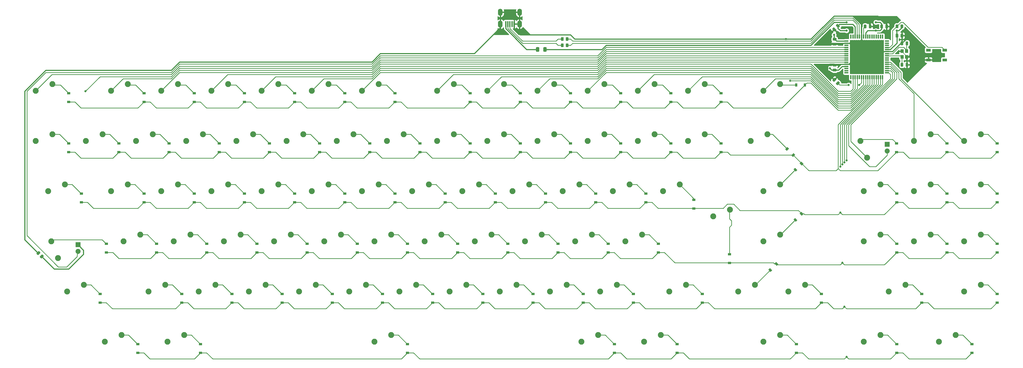
<source format=gbl>
%TF.GenerationSoftware,KiCad,Pcbnew,5.1.9*%
%TF.CreationDate,2021-05-19T15:57:03-04:00*%
%TF.ProjectId,EKS-Mk2,454b532d-4d6b-4322-9e6b-696361645f70,2.1*%
%TF.SameCoordinates,Original*%
%TF.FileFunction,Copper,L2,Bot*%
%TF.FilePolarity,Positive*%
%FSLAX46Y46*%
G04 Gerber Fmt 4.6, Leading zero omitted, Abs format (unit mm)*
G04 Created by KiCad (PCBNEW 5.1.9) date 2021-05-19 15:57:03*
%MOMM*%
%LPD*%
G01*
G04 APERTURE LIST*
%TA.AperFunction,ComponentPad*%
%ADD10O,1.700000X2.700000*%
%TD*%
%TA.AperFunction,SMDPad,CuDef*%
%ADD11R,0.500000X2.250000*%
%TD*%
%TA.AperFunction,ComponentPad*%
%ADD12R,1.905000X1.905000*%
%TD*%
%TA.AperFunction,ComponentPad*%
%ADD13C,1.905000*%
%TD*%
%TA.AperFunction,ComponentPad*%
%ADD14C,2.250000*%
%TD*%
%TA.AperFunction,SMDPad,CuDef*%
%ADD15R,1.200000X1.400000*%
%TD*%
%TA.AperFunction,SMDPad,CuDef*%
%ADD16R,1.500000X0.550000*%
%TD*%
%TA.AperFunction,SMDPad,CuDef*%
%ADD17R,0.550000X1.500000*%
%TD*%
%TA.AperFunction,SMDPad,CuDef*%
%ADD18R,1.800000X1.100000*%
%TD*%
%TA.AperFunction,SMDPad,CuDef*%
%ADD19R,1.200000X0.900000*%
%TD*%
%TA.AperFunction,SMDPad,CuDef*%
%ADD20C,0.020000*%
%TD*%
%TA.AperFunction,SMDPad,CuDef*%
%ADD21R,0.900000X1.200000*%
%TD*%
%TA.AperFunction,ViaPad*%
%ADD22C,0.800000*%
%TD*%
%TA.AperFunction,Conductor*%
%ADD23C,0.381000*%
%TD*%
%TA.AperFunction,Conductor*%
%ADD24C,0.250000*%
%TD*%
%TA.AperFunction,Conductor*%
%ADD25C,0.203200*%
%TD*%
%TA.AperFunction,Conductor*%
%ADD26C,0.254000*%
%TD*%
%TA.AperFunction,Conductor*%
%ADD27C,0.020000*%
%TD*%
G04 APERTURE END LIST*
D10*
%TO.P,USB1,6*%
%TO.N,GND*%
X172562500Y32385000D03*
X179862500Y32385000D03*
X179862500Y27885000D03*
X172562500Y27885000D03*
D11*
%TO.P,USB1,5*%
%TO.N,VCC*%
X174612500Y27885000D03*
%TO.P,USB1,4*%
%TO.N,D-*%
X175412500Y27885000D03*
%TO.P,USB1,3*%
%TO.N,D+*%
X176212500Y27885000D03*
%TO.P,USB1,2*%
%TO.N,Net-(USB1-Pad2)*%
X177012500Y27885000D03*
%TO.P,USB1,1*%
%TO.N,GND*%
X177812500Y27885000D03*
%TD*%
D12*
%TO.P,MX4,4*%
%TO.N,CAPSGND*%
X12223750Y-55880000D03*
D13*
%TO.P,MX4,3*%
%TO.N,CAPSLED*%
X12223750Y-58420000D03*
D14*
%TO.P,MX4,1*%
%TO.N,COL0*%
X4603750Y-60960000D03*
%TO.P,MX4,2*%
%TO.N,Net-(D4-Pad2)*%
X2063750Y-54610000D03*
%TD*%
D15*
%TO.P,Y1,4*%
%TO.N,GND*%
X326795500Y15410000D03*
%TO.P,Y1,3*%
%TO.N,Net-(C3-Pad1)*%
X326795500Y17610000D03*
%TO.P,Y1,2*%
%TO.N,GND*%
X325095500Y17610000D03*
%TO.P,Y1,1*%
%TO.N,Net-(C2-Pad1)*%
X325095500Y15410000D03*
%TD*%
D16*
%TO.P,U1,64*%
%TO.N,+5V*%
X303958000Y21430500D03*
%TO.P,U1,63*%
%TO.N,GND*%
X303958000Y20630500D03*
%TO.P,U1,62*%
%TO.N,Net-(U1-Pad62)*%
X303958000Y19830500D03*
%TO.P,U1,61*%
%TO.N,CAPSLED*%
X303958000Y19030500D03*
%TO.P,U1,60*%
%TO.N,COL0*%
X303958000Y18230500D03*
%TO.P,U1,59*%
%TO.N,COL1*%
X303958000Y17430500D03*
%TO.P,U1,58*%
%TO.N,COL2*%
X303958000Y16630500D03*
%TO.P,U1,57*%
%TO.N,COL3*%
X303958000Y15830500D03*
%TO.P,U1,56*%
%TO.N,COL4*%
X303958000Y15030500D03*
%TO.P,U1,55*%
%TO.N,COL5*%
X303958000Y14230500D03*
%TO.P,U1,54*%
%TO.N,COL6*%
X303958000Y13430500D03*
%TO.P,U1,53*%
%TO.N,GND*%
X303958000Y12630500D03*
%TO.P,U1,52*%
%TO.N,+5V*%
X303958000Y11830500D03*
%TO.P,U1,51*%
%TO.N,Net-(U1-Pad51)*%
X303958000Y11030500D03*
%TO.P,U1,50*%
%TO.N,Net-(U1-Pad50)*%
X303958000Y10230500D03*
%TO.P,U1,49*%
%TO.N,Net-(U1-Pad49)*%
X303958000Y9430500D03*
D17*
%TO.P,U1,48*%
%TO.N,Net-(U1-Pad48)*%
X305658000Y7730500D03*
%TO.P,U1,47*%
%TO.N,COL7*%
X306458000Y7730500D03*
%TO.P,U1,46*%
%TO.N,COL8*%
X307258000Y7730500D03*
%TO.P,U1,45*%
%TO.N,COL9*%
X308058000Y7730500D03*
%TO.P,U1,44*%
%TO.N,Net-(U1-Pad44)*%
X308858000Y7730500D03*
%TO.P,U1,43*%
%TO.N,Net-(R4-Pad1)*%
X309658000Y7730500D03*
%TO.P,U1,42*%
%TO.N,COL10*%
X310458000Y7730500D03*
%TO.P,U1,41*%
%TO.N,COL11*%
X311258000Y7730500D03*
%TO.P,U1,40*%
%TO.N,COL12*%
X312058000Y7730500D03*
%TO.P,U1,39*%
%TO.N,COL13*%
X312858000Y7730500D03*
%TO.P,U1,38*%
%TO.N,COL14*%
X313658000Y7730500D03*
%TO.P,U1,37*%
%TO.N,COL15*%
X314458000Y7730500D03*
%TO.P,U1,36*%
%TO.N,ROW0*%
X315258000Y7730500D03*
%TO.P,U1,35*%
%TO.N,ROW1*%
X316058000Y7730500D03*
%TO.P,U1,34*%
%TO.N,ROW2*%
X316858000Y7730500D03*
%TO.P,U1,33*%
%TO.N,ROW3*%
X317658000Y7730500D03*
D16*
%TO.P,U1,32*%
%TO.N,ROW4*%
X319358000Y9430500D03*
%TO.P,U1,31*%
%TO.N,ROW5*%
X319358000Y10230500D03*
%TO.P,U1,30*%
%TO.N,NUMLED*%
X319358000Y11030500D03*
%TO.P,U1,29*%
%TO.N,COL16*%
X319358000Y11830500D03*
%TO.P,U1,28*%
%TO.N,COL17*%
X319358000Y12630500D03*
%TO.P,U1,27*%
%TO.N,COL18*%
X319358000Y13430500D03*
%TO.P,U1,26*%
%TO.N,Net-(U1-Pad26)*%
X319358000Y14230500D03*
%TO.P,U1,25*%
%TO.N,Net-(U1-Pad25)*%
X319358000Y15030500D03*
%TO.P,U1,24*%
%TO.N,Net-(C2-Pad1)*%
X319358000Y15830500D03*
%TO.P,U1,23*%
%TO.N,Net-(C3-Pad1)*%
X319358000Y16630500D03*
%TO.P,U1,22*%
%TO.N,GND*%
X319358000Y17430500D03*
%TO.P,U1,21*%
%TO.N,+5V*%
X319358000Y18230500D03*
%TO.P,U1,20*%
%TO.N,Net-(R1-Pad1)*%
X319358000Y19030500D03*
%TO.P,U1,19*%
%TO.N,Net-(U1-Pad19)*%
X319358000Y19830500D03*
%TO.P,U1,18*%
%TO.N,Net-(U1-Pad18)*%
X319358000Y20630500D03*
%TO.P,U1,17*%
%TO.N,Net-(U1-Pad17)*%
X319358000Y21430500D03*
D17*
%TO.P,U1,16*%
%TO.N,Net-(U1-Pad16)*%
X317658000Y23130500D03*
%TO.P,U1,15*%
%TO.N,Net-(U1-Pad15)*%
X316858000Y23130500D03*
%TO.P,U1,14*%
%TO.N,Net-(U1-Pad14)*%
X316058000Y23130500D03*
%TO.P,U1,13*%
%TO.N,Net-(U1-Pad13)*%
X315258000Y23130500D03*
%TO.P,U1,12*%
%TO.N,Net-(U1-Pad12)*%
X314458000Y23130500D03*
%TO.P,U1,11*%
%TO.N,Net-(U1-Pad11)*%
X313658000Y23130500D03*
%TO.P,U1,10*%
%TO.N,Net-(U1-Pad10)*%
X312858000Y23130500D03*
%TO.P,U1,9*%
%TO.N,Net-(U1-Pad9)*%
X312058000Y23130500D03*
%TO.P,U1,8*%
%TO.N,+5V*%
X311258000Y23130500D03*
%TO.P,U1,7*%
%TO.N,Net-(C1-Pad1)*%
X310458000Y23130500D03*
%TO.P,U1,6*%
%TO.N,GND*%
X309658000Y23130500D03*
%TO.P,U1,5*%
%TO.N,Net-(R2-Pad1)*%
X308858000Y23130500D03*
%TO.P,U1,4*%
%TO.N,Net-(R3-Pad1)*%
X308058000Y23130500D03*
%TO.P,U1,3*%
%TO.N,+5V*%
X307258000Y23130500D03*
%TO.P,U1,2*%
%TO.N,Net-(U1-Pad2)*%
X306458000Y23130500D03*
%TO.P,U1,1*%
%TO.N,Net-(U1-Pad1)*%
X305658000Y23130500D03*
%TD*%
D18*
%TO.P,SW1,4*%
%TO.N,N/C*%
X341301000Y14279000D03*
%TO.P,SW1,3*%
X335101000Y17979000D03*
%TO.P,SW1,2*%
%TO.N,Net-(R1-Pad1)*%
X341301000Y17979000D03*
%TO.P,SW1,1*%
%TO.N,GND*%
X335101000Y14279000D03*
%TD*%
%TO.P,R5,2*%
%TO.N,GND*%
%TA.AperFunction,SMDPad,CuDef*%
G36*
G01*
X-2123644Y-59088957D02*
X-2760043Y-59725356D01*
G75*
G02*
X-3113593Y-59725356I-176775J176775D01*
G01*
X-3484826Y-59354123D01*
G75*
G02*
X-3484826Y-59000573I176775J176775D01*
G01*
X-2848427Y-58364174D01*
G75*
G02*
X-2494877Y-58364174I176775J-176775D01*
G01*
X-2123644Y-58735407D01*
G75*
G02*
X-2123644Y-59088957I-176775J-176775D01*
G01*
G37*
%TD.AperFunction*%
%TO.P,R5,1*%
%TO.N,CAPSGND*%
%TA.AperFunction,SMDPad,CuDef*%
G36*
G01*
X-833174Y-60379427D02*
X-1469573Y-61015826D01*
G75*
G02*
X-1823123Y-61015826I-176775J176775D01*
G01*
X-2194356Y-60644593D01*
G75*
G02*
X-2194356Y-60291043I176775J176775D01*
G01*
X-1557957Y-59654644D01*
G75*
G02*
X-1204407Y-59654644I176775J-176775D01*
G01*
X-833174Y-60025877D01*
G75*
G02*
X-833174Y-60379427I-176775J-176775D01*
G01*
G37*
%TD.AperFunction*%
%TD*%
%TO.P,R4,2*%
%TO.N,GND*%
%TA.AperFunction,SMDPad,CuDef*%
G36*
G01*
X300072856Y6697043D02*
X299436457Y6060644D01*
G75*
G02*
X299082907Y6060644I-176775J176775D01*
G01*
X298711674Y6431877D01*
G75*
G02*
X298711674Y6785427I176775J176775D01*
G01*
X299348073Y7421826D01*
G75*
G02*
X299701623Y7421826I176775J-176775D01*
G01*
X300072856Y7050593D01*
G75*
G02*
X300072856Y6697043I-176775J-176775D01*
G01*
G37*
%TD.AperFunction*%
%TO.P,R4,1*%
%TO.N,Net-(R4-Pad1)*%
%TA.AperFunction,SMDPad,CuDef*%
G36*
G01*
X301363326Y5406573D02*
X300726927Y4770174D01*
G75*
G02*
X300373377Y4770174I-176775J176775D01*
G01*
X300002144Y5141407D01*
G75*
G02*
X300002144Y5494957I176775J176775D01*
G01*
X300638543Y6131356D01*
G75*
G02*
X300992093Y6131356I176775J-176775D01*
G01*
X301363326Y5760123D01*
G75*
G02*
X301363326Y5406573I-176775J-176775D01*
G01*
G37*
%TD.AperFunction*%
%TD*%
%TO.P,R3,2*%
%TO.N,D-*%
%TA.AperFunction,SMDPad,CuDef*%
G36*
G01*
X196608750Y20293752D02*
X196608750Y19393748D01*
G75*
G02*
X196358752Y19143750I-249998J0D01*
G01*
X195833748Y19143750D01*
G75*
G02*
X195583750Y19393748I0J249998D01*
G01*
X195583750Y20293752D01*
G75*
G02*
X195833748Y20543750I249998J0D01*
G01*
X196358752Y20543750D01*
G75*
G02*
X196608750Y20293752I0J-249998D01*
G01*
G37*
%TD.AperFunction*%
%TO.P,R3,1*%
%TO.N,Net-(R3-Pad1)*%
%TA.AperFunction,SMDPad,CuDef*%
G36*
G01*
X198433750Y20293752D02*
X198433750Y19393748D01*
G75*
G02*
X198183752Y19143750I-249998J0D01*
G01*
X197658748Y19143750D01*
G75*
G02*
X197408750Y19393748I0J249998D01*
G01*
X197408750Y20293752D01*
G75*
G02*
X197658748Y20543750I249998J0D01*
G01*
X198183752Y20543750D01*
G75*
G02*
X198433750Y20293752I0J-249998D01*
G01*
G37*
%TD.AperFunction*%
%TD*%
%TO.P,R2,2*%
%TO.N,D+*%
%TA.AperFunction,SMDPad,CuDef*%
G36*
G01*
X196608750Y22675002D02*
X196608750Y21774998D01*
G75*
G02*
X196358752Y21525000I-249998J0D01*
G01*
X195833748Y21525000D01*
G75*
G02*
X195583750Y21774998I0J249998D01*
G01*
X195583750Y22675002D01*
G75*
G02*
X195833748Y22925000I249998J0D01*
G01*
X196358752Y22925000D01*
G75*
G02*
X196608750Y22675002I0J-249998D01*
G01*
G37*
%TD.AperFunction*%
%TO.P,R2,1*%
%TO.N,Net-(R2-Pad1)*%
%TA.AperFunction,SMDPad,CuDef*%
G36*
G01*
X198433750Y22675002D02*
X198433750Y21774998D01*
G75*
G02*
X198183752Y21525000I-249998J0D01*
G01*
X197658748Y21525000D01*
G75*
G02*
X197408750Y21774998I0J249998D01*
G01*
X197408750Y22675002D01*
G75*
G02*
X197658748Y22925000I249998J0D01*
G01*
X198183752Y22925000D01*
G75*
G02*
X198433750Y22675002I0J-249998D01*
G01*
G37*
%TD.AperFunction*%
%TD*%
%TO.P,R1,2*%
%TO.N,+5V*%
%TA.AperFunction,SMDPad,CuDef*%
G36*
G01*
X324472250Y26600998D02*
X324472250Y27501002D01*
G75*
G02*
X324722248Y27751000I249998J0D01*
G01*
X325247252Y27751000D01*
G75*
G02*
X325497250Y27501002I0J-249998D01*
G01*
X325497250Y26600998D01*
G75*
G02*
X325247252Y26351000I-249998J0D01*
G01*
X324722248Y26351000D01*
G75*
G02*
X324472250Y26600998I0J249998D01*
G01*
G37*
%TD.AperFunction*%
%TO.P,R1,1*%
%TO.N,Net-(R1-Pad1)*%
%TA.AperFunction,SMDPad,CuDef*%
G36*
G01*
X322647250Y26600998D02*
X322647250Y27501002D01*
G75*
G02*
X322897248Y27751000I249998J0D01*
G01*
X323422252Y27751000D01*
G75*
G02*
X323672250Y27501002I0J-249998D01*
G01*
X323672250Y26600998D01*
G75*
G02*
X323422252Y26351000I-249998J0D01*
G01*
X322897248Y26351000D01*
G75*
G02*
X322647250Y26600998I0J249998D01*
G01*
G37*
%TD.AperFunction*%
%TD*%
D14*
%TO.P,MX90,2*%
%TO.N,Net-(D90-Pad2)*%
X345440000Y-90170000D03*
%TO.P,MX90,1*%
%TO.N,COL18*%
X339090000Y-92710000D03*
%TD*%
%TO.P,MX89,2*%
%TO.N,Net-(D89-Pad2)*%
X354965000Y-71120000D03*
%TO.P,MX89,1*%
%TO.N,COL18*%
X348615000Y-73660000D03*
%TD*%
%TO.P,MX88,2*%
%TO.N,Net-(D88-Pad2)*%
X354965000Y-52070000D03*
%TO.P,MX88,1*%
%TO.N,COL18*%
X348615000Y-54610000D03*
%TD*%
%TO.P,MX87,2*%
%TO.N,Net-(D87-Pad2)*%
X354965000Y-33020000D03*
%TO.P,MX87,1*%
%TO.N,COL18*%
X348615000Y-35560000D03*
%TD*%
%TO.P,MX86,2*%
%TO.N,Net-(D86-Pad2)*%
X354965000Y-13970000D03*
%TO.P,MX86,1*%
%TO.N,COL18*%
X348615000Y-16510000D03*
%TD*%
%TO.P,MX85,2*%
%TO.N,Net-(D85-Pad2)*%
X335915000Y-52070000D03*
%TO.P,MX85,1*%
%TO.N,COL17*%
X329565000Y-54610000D03*
%TD*%
%TO.P,MX84,2*%
%TO.N,Net-(D84-Pad2)*%
X335915000Y-33020000D03*
%TO.P,MX84,1*%
%TO.N,COL17*%
X329565000Y-35560000D03*
%TD*%
%TO.P,MX83,2*%
%TO.N,Net-(D83-Pad2)*%
X335915000Y-13970000D03*
%TO.P,MX83,1*%
%TO.N,COL17*%
X329565000Y-16510000D03*
%TD*%
%TO.P,MX82,2*%
%TO.N,Net-(D82-Pad2)*%
X316865000Y-90170000D03*
%TO.P,MX82,1*%
%TO.N,COL16*%
X310515000Y-92710000D03*
%TD*%
%TO.P,MX81,2*%
%TO.N,Net-(D81-Pad2)*%
X326390000Y-71120000D03*
%TO.P,MX81,1*%
%TO.N,COL16*%
X320040000Y-73660000D03*
%TD*%
%TO.P,MX80,2*%
%TO.N,Net-(D80-Pad2)*%
X316865000Y-52070000D03*
%TO.P,MX80,1*%
%TO.N,COL16*%
X310515000Y-54610000D03*
%TD*%
%TO.P,MX79,2*%
%TO.N,Net-(D79-Pad2)*%
X316865000Y-33020000D03*
%TO.P,MX79,1*%
%TO.N,COL16*%
X310515000Y-35560000D03*
%TD*%
D12*
%TO.P,MX78,4*%
%TO.N,NUMGND*%
X319405000Y-17780000D03*
D13*
%TO.P,MX78,3*%
%TO.N,NUMLED*%
X319405000Y-20320000D03*
D14*
%TO.P,MX78,1*%
%TO.N,COL16*%
X311785000Y-22860000D03*
%TO.P,MX78,2*%
%TO.N,Net-(D78-Pad2)*%
X309245000Y-16510000D03*
%TD*%
%TO.P,MX77,2*%
%TO.N,Net-(D77-Pad2)*%
X278765000Y-90170000D03*
%TO.P,MX77,1*%
%TO.N,COL15*%
X272415000Y-92710000D03*
%TD*%
%TO.P,MX76,2*%
%TO.N,Net-(D76-Pad2)*%
X288290000Y-71120000D03*
%TO.P,MX76,1*%
%TO.N,COL15*%
X281940000Y-73660000D03*
%TD*%
%TO.P,MX75,2*%
%TO.N,Net-(D75-Pad2)*%
X269240000Y-71120000D03*
%TO.P,MX75,1*%
%TO.N,COL15*%
X262890000Y-73660000D03*
%TD*%
%TO.P,MX74,2*%
%TO.N,Net-(D74-Pad2)*%
X278765000Y-52070000D03*
%TO.P,MX74,1*%
%TO.N,COL15*%
X272415000Y-54610000D03*
%TD*%
%TO.P,MX73,2*%
%TO.N,Net-(D73-Pad2)*%
X278765000Y-33020000D03*
%TO.P,MX73,1*%
%TO.N,COL15*%
X272415000Y-35560000D03*
%TD*%
%TO.P,MX72,2*%
%TO.N,Net-(D72-Pad2)*%
X233521250Y-90170000D03*
%TO.P,MX72,1*%
%TO.N,COL14*%
X227171250Y-92710000D03*
%TD*%
%TO.P,MX71,2*%
%TO.N,Net-(D71-Pad2)*%
X243046250Y-71120000D03*
%TO.P,MX71,1*%
%TO.N,COL14*%
X236696250Y-73660000D03*
%TD*%
%TO.P,MX70,1*%
%TO.N,COL14*%
X253365000Y-45085000D03*
%TO.P,MX70,2*%
%TO.N,Net-(D70-Pad2)*%
X259715000Y-42545000D03*
%TD*%
%TO.P,MX69,2*%
%TO.N,Net-(D69-Pad2)*%
X274002500Y-13970000D03*
%TO.P,MX69,1*%
%TO.N,COL14*%
X267652500Y-16510000D03*
%TD*%
%TO.P,MX68,2*%
%TO.N,Net-(D68-Pad2)*%
X278765000Y5080000D03*
%TO.P,MX68,1*%
%TO.N,COL14*%
X272415000Y2540000D03*
%TD*%
%TO.P,MX67,2*%
%TO.N,Net-(D67-Pad2)*%
X209708750Y-90170000D03*
%TO.P,MX67,1*%
%TO.N,COL13*%
X203358750Y-92710000D03*
%TD*%
%TO.P,MX66,2*%
%TO.N,Net-(D66-Pad2)*%
X216852500Y-71120000D03*
%TO.P,MX66,1*%
%TO.N,COL13*%
X210502500Y-73660000D03*
%TD*%
%TO.P,MX65,2*%
%TO.N,Net-(D65-Pad2)*%
X226377500Y-52070000D03*
%TO.P,MX65,1*%
%TO.N,COL13*%
X220027500Y-54610000D03*
%TD*%
%TO.P,MX64,2*%
%TO.N,Net-(D64-Pad2)*%
X240665000Y-33020000D03*
%TO.P,MX64,1*%
%TO.N,COL13*%
X234315000Y-35560000D03*
%TD*%
%TO.P,MX63,2*%
%TO.N,Net-(D63-Pad2)*%
X250190000Y-13970000D03*
%TO.P,MX63,1*%
%TO.N,COL13*%
X243840000Y-16510000D03*
%TD*%
%TO.P,MX62,2*%
%TO.N,Net-(D62-Pad2)*%
X250190000Y5080000D03*
%TO.P,MX62,1*%
%TO.N,COL13*%
X243840000Y2540000D03*
%TD*%
%TO.P,MX61,2*%
%TO.N,Net-(D61-Pad2)*%
X197802500Y-71120000D03*
%TO.P,MX61,1*%
%TO.N,COL12*%
X191452500Y-73660000D03*
%TD*%
%TO.P,MX60,2*%
%TO.N,Net-(D60-Pad2)*%
X207327500Y-52070000D03*
%TO.P,MX60,1*%
%TO.N,COL12*%
X200977500Y-54610000D03*
%TD*%
%TO.P,MX59,2*%
%TO.N,Net-(D59-Pad2)*%
X221615000Y-33020000D03*
%TO.P,MX59,1*%
%TO.N,COL12*%
X215265000Y-35560000D03*
%TD*%
%TO.P,MX58,2*%
%TO.N,Net-(D58-Pad2)*%
X231140000Y-13970000D03*
%TO.P,MX58,1*%
%TO.N,COL12*%
X224790000Y-16510000D03*
%TD*%
%TO.P,MX57,2*%
%TO.N,Net-(D57-Pad2)*%
X231140000Y5080000D03*
%TO.P,MX57,1*%
%TO.N,COL12*%
X224790000Y2540000D03*
%TD*%
%TO.P,MX56,2*%
%TO.N,Net-(D56-Pad2)*%
X178752500Y-71120000D03*
%TO.P,MX56,1*%
%TO.N,COL11*%
X172402500Y-73660000D03*
%TD*%
%TO.P,MX55,2*%
%TO.N,Net-(D55-Pad2)*%
X188277500Y-52070000D03*
%TO.P,MX55,1*%
%TO.N,COL11*%
X181927500Y-54610000D03*
%TD*%
%TO.P,MX54,2*%
%TO.N,Net-(D54-Pad2)*%
X202565000Y-33020000D03*
%TO.P,MX54,1*%
%TO.N,COL11*%
X196215000Y-35560000D03*
%TD*%
%TO.P,MX53,2*%
%TO.N,Net-(D53-Pad2)*%
X212090000Y-13970000D03*
%TO.P,MX53,1*%
%TO.N,COL11*%
X205740000Y-16510000D03*
%TD*%
%TO.P,MX52,2*%
%TO.N,Net-(D52-Pad2)*%
X212090000Y5080000D03*
%TO.P,MX52,1*%
%TO.N,COL11*%
X205740000Y2540000D03*
%TD*%
%TO.P,MX51,2*%
%TO.N,Net-(D51-Pad2)*%
X159702500Y-71120000D03*
%TO.P,MX51,1*%
%TO.N,COL10*%
X153352500Y-73660000D03*
%TD*%
%TO.P,MX50,2*%
%TO.N,Net-(D50-Pad2)*%
X169227500Y-52070000D03*
%TO.P,MX50,1*%
%TO.N,COL10*%
X162877500Y-54610000D03*
%TD*%
%TO.P,MX49,2*%
%TO.N,Net-(D49-Pad2)*%
X183515000Y-33020000D03*
%TO.P,MX49,1*%
%TO.N,COL10*%
X177165000Y-35560000D03*
%TD*%
%TO.P,MX48,2*%
%TO.N,Net-(D48-Pad2)*%
X193040000Y-13970000D03*
%TO.P,MX48,1*%
%TO.N,COL10*%
X186690000Y-16510000D03*
%TD*%
%TO.P,MX47,2*%
%TO.N,Net-(D47-Pad2)*%
X193040000Y5080000D03*
%TO.P,MX47,1*%
%TO.N,COL10*%
X186690000Y2540000D03*
%TD*%
%TO.P,MX46,2*%
%TO.N,Net-(D46-Pad2)*%
X164465000Y-33020000D03*
%TO.P,MX46,1*%
%TO.N,COL9*%
X158115000Y-35560000D03*
%TD*%
%TO.P,MX45,2*%
%TO.N,Net-(D45-Pad2)*%
X173990000Y-13970000D03*
%TO.P,MX45,1*%
%TO.N,COL9*%
X167640000Y-16510000D03*
%TD*%
%TO.P,MX44,2*%
%TO.N,Net-(D44-Pad2)*%
X173990000Y5080000D03*
%TO.P,MX44,1*%
%TO.N,COL9*%
X167640000Y2540000D03*
%TD*%
%TO.P,MX43,2*%
%TO.N,Net-(D43-Pad2)*%
X154940000Y-13970000D03*
%TO.P,MX43,1*%
%TO.N,COL8*%
X148590000Y-16510000D03*
%TD*%
%TO.P,MX42,2*%
%TO.N,Net-(D42-Pad2)*%
X154940000Y5080000D03*
%TO.P,MX42,1*%
%TO.N,COL8*%
X148590000Y2540000D03*
%TD*%
%TO.P,MX41,2*%
%TO.N,Net-(D41-Pad2)*%
X150177500Y-52070000D03*
%TO.P,MX41,1*%
%TO.N,COL7*%
X143827500Y-54610000D03*
%TD*%
%TO.P,MX40,2*%
%TO.N,Net-(D40-Pad2)*%
X145415000Y-33020000D03*
%TO.P,MX40,1*%
%TO.N,COL7*%
X139065000Y-35560000D03*
%TD*%
%TO.P,MX39,2*%
%TO.N,Net-(D39-Pad2)*%
X135890000Y-13970000D03*
%TO.P,MX39,1*%
%TO.N,COL7*%
X129540000Y-16510000D03*
%TD*%
%TO.P,MX38,2*%
%TO.N,Net-(D38-Pad2)*%
X126365000Y5080000D03*
%TO.P,MX38,1*%
%TO.N,COL7*%
X120015000Y2540000D03*
%TD*%
%TO.P,MX37,2*%
%TO.N,Net-(D37-Pad2)*%
X140652500Y-71120000D03*
%TO.P,MX37,1*%
%TO.N,COL6*%
X134302500Y-73660000D03*
%TD*%
%TO.P,MX36,2*%
%TO.N,Net-(D36-Pad2)*%
X131127500Y-52070000D03*
%TO.P,MX36,1*%
%TO.N,COL6*%
X124777500Y-54610000D03*
%TD*%
%TO.P,MX35,2*%
%TO.N,Net-(D35-Pad2)*%
X126365000Y-33020000D03*
%TO.P,MX35,1*%
%TO.N,COL6*%
X120015000Y-35560000D03*
%TD*%
%TO.P,MX34,2*%
%TO.N,Net-(D34-Pad2)*%
X116840000Y-13970000D03*
%TO.P,MX34,1*%
%TO.N,COL6*%
X110490000Y-16510000D03*
%TD*%
%TO.P,MX33,2*%
%TO.N,Net-(D33-Pad2)*%
X107315000Y5080000D03*
%TO.P,MX33,1*%
%TO.N,COL6*%
X100965000Y2540000D03*
%TD*%
%TO.P,MX32,2*%
%TO.N,Net-(D32-Pad2)*%
X131127500Y-90170000D03*
%TO.P,MX32,1*%
%TO.N,COL5*%
X124777500Y-92710000D03*
%TD*%
%TO.P,MX31,2*%
%TO.N,Net-(D31-Pad2)*%
X121602500Y-71120000D03*
%TO.P,MX31,1*%
%TO.N,COL5*%
X115252500Y-73660000D03*
%TD*%
%TO.P,MX30,2*%
%TO.N,Net-(D30-Pad2)*%
X112077500Y-52070000D03*
%TO.P,MX30,1*%
%TO.N,COL5*%
X105727500Y-54610000D03*
%TD*%
%TO.P,MX29,2*%
%TO.N,Net-(D29-Pad2)*%
X107315000Y-33020000D03*
%TO.P,MX29,1*%
%TO.N,COL5*%
X100965000Y-35560000D03*
%TD*%
%TO.P,MX28,2*%
%TO.N,Net-(D28-Pad2)*%
X97790000Y-13970000D03*
%TO.P,MX28,1*%
%TO.N,COL5*%
X91440000Y-16510000D03*
%TD*%
%TO.P,MX27,2*%
%TO.N,Net-(D27-Pad2)*%
X88265000Y5080000D03*
%TO.P,MX27,1*%
%TO.N,COL5*%
X81915000Y2540000D03*
%TD*%
%TO.P,MX26,2*%
%TO.N,Net-(D26-Pad2)*%
X102552500Y-71120000D03*
%TO.P,MX26,1*%
%TO.N,COL4*%
X96202500Y-73660000D03*
%TD*%
%TO.P,MX25,2*%
%TO.N,Net-(D25-Pad2)*%
X93027500Y-52070000D03*
%TO.P,MX25,1*%
%TO.N,COL4*%
X86677500Y-54610000D03*
%TD*%
%TO.P,MX24,2*%
%TO.N,Net-(D24-Pad2)*%
X88265000Y-33020000D03*
%TO.P,MX24,1*%
%TO.N,COL4*%
X81915000Y-35560000D03*
%TD*%
%TO.P,MX23,2*%
%TO.N,Net-(D23-Pad2)*%
X78740000Y-13970000D03*
%TO.P,MX23,1*%
%TO.N,COL4*%
X72390000Y-16510000D03*
%TD*%
%TO.P,MX22,2*%
%TO.N,Net-(D22-Pad2)*%
X69215000Y5080000D03*
%TO.P,MX22,1*%
%TO.N,COL4*%
X62865000Y2540000D03*
%TD*%
%TO.P,MX21,2*%
%TO.N,Net-(D21-Pad2)*%
X83502500Y-71120000D03*
%TO.P,MX21,1*%
%TO.N,COL3*%
X77152500Y-73660000D03*
%TD*%
%TO.P,MX20,2*%
%TO.N,Net-(D20-Pad2)*%
X73977500Y-52070000D03*
%TO.P,MX20,1*%
%TO.N,COL3*%
X67627500Y-54610000D03*
%TD*%
%TO.P,MX19,2*%
%TO.N,Net-(D19-Pad2)*%
X69215000Y-33020000D03*
%TO.P,MX19,1*%
%TO.N,COL3*%
X62865000Y-35560000D03*
%TD*%
%TO.P,MX18,2*%
%TO.N,Net-(D18-Pad2)*%
X59690000Y-13970000D03*
%TO.P,MX18,1*%
%TO.N,COL3*%
X53340000Y-16510000D03*
%TD*%
%TO.P,MX17,2*%
%TO.N,Net-(D17-Pad2)*%
X50165000Y5080000D03*
%TO.P,MX17,1*%
%TO.N,COL3*%
X43815000Y2540000D03*
%TD*%
%TO.P,MX16,2*%
%TO.N,Net-(D16-Pad2)*%
X64452500Y-71120000D03*
%TO.P,MX16,1*%
%TO.N,COL2*%
X58102500Y-73660000D03*
%TD*%
%TO.P,MX15,2*%
%TO.N,Net-(D15-Pad2)*%
X54927500Y-52070000D03*
%TO.P,MX15,1*%
%TO.N,COL2*%
X48577500Y-54610000D03*
%TD*%
%TO.P,MX14,2*%
%TO.N,Net-(D14-Pad2)*%
X50165000Y-33020000D03*
%TO.P,MX14,1*%
%TO.N,COL2*%
X43815000Y-35560000D03*
%TD*%
%TO.P,MX13,2*%
%TO.N,Net-(D13-Pad2)*%
X40640000Y-13970000D03*
%TO.P,MX13,1*%
%TO.N,COL2*%
X34290000Y-16510000D03*
%TD*%
%TO.P,MX12,2*%
%TO.N,Net-(D12-Pad2)*%
X31115000Y5080000D03*
%TO.P,MX12,1*%
%TO.N,COL2*%
X24765000Y2540000D03*
%TD*%
%TO.P,MX11,2*%
%TO.N,Net-(D11-Pad2)*%
X52546250Y-90170000D03*
%TO.P,MX11,1*%
%TO.N,COL1*%
X46196250Y-92710000D03*
%TD*%
%TO.P,MX10,2*%
%TO.N,Net-(D10-Pad2)*%
X45402500Y-71120000D03*
%TO.P,MX10,1*%
%TO.N,COL1*%
X39052500Y-73660000D03*
%TD*%
%TO.P,MX9,2*%
%TO.N,Net-(D9-Pad2)*%
X35877500Y-52070000D03*
%TO.P,MX9,1*%
%TO.N,COL1*%
X29527500Y-54610000D03*
%TD*%
%TO.P,MX8,2*%
%TO.N,Net-(D8-Pad2)*%
X31115000Y-33020000D03*
%TO.P,MX8,1*%
%TO.N,COL1*%
X24765000Y-35560000D03*
%TD*%
%TO.P,MX7,2*%
%TO.N,Net-(D7-Pad2)*%
X21590000Y-13970000D03*
%TO.P,MX7,1*%
%TO.N,COL1*%
X15240000Y-16510000D03*
%TD*%
%TO.P,MX6,2*%
%TO.N,Net-(D6-Pad2)*%
X28733750Y-90170000D03*
%TO.P,MX6,1*%
%TO.N,COL0*%
X22383750Y-92710000D03*
%TD*%
%TO.P,MX5,2*%
%TO.N,Net-(D5-Pad2)*%
X14446250Y-71120000D03*
%TO.P,MX5,1*%
%TO.N,COL0*%
X8096250Y-73660000D03*
%TD*%
%TO.P,MX3,2*%
%TO.N,Net-(D3-Pad2)*%
X7302500Y-33020000D03*
%TO.P,MX3,1*%
%TO.N,COL0*%
X952500Y-35560000D03*
%TD*%
%TO.P,MX2,2*%
%TO.N,Net-(D2-Pad2)*%
X2540000Y-13970000D03*
%TO.P,MX2,1*%
%TO.N,COL0*%
X-3810000Y-16510000D03*
%TD*%
%TO.P,MX1,2*%
%TO.N,Net-(D1-Pad2)*%
X2540000Y5080000D03*
%TO.P,MX1,1*%
%TO.N,COL0*%
X-3810000Y2540000D03*
%TD*%
%TO.P,F1,2*%
%TO.N,VCC*%
%TA.AperFunction,SMDPad,CuDef*%
G36*
G01*
X187343750Y18881250D02*
X187343750Y17631250D01*
G75*
G02*
X187093750Y17381250I-250000J0D01*
G01*
X186343750Y17381250D01*
G75*
G02*
X186093750Y17631250I0J250000D01*
G01*
X186093750Y18881250D01*
G75*
G02*
X186343750Y19131250I250000J0D01*
G01*
X187093750Y19131250D01*
G75*
G02*
X187343750Y18881250I0J-250000D01*
G01*
G37*
%TD.AperFunction*%
%TO.P,F1,1*%
%TO.N,+5V*%
%TA.AperFunction,SMDPad,CuDef*%
G36*
G01*
X190143750Y18881250D02*
X190143750Y17631250D01*
G75*
G02*
X189893750Y17381250I-250000J0D01*
G01*
X189143750Y17381250D01*
G75*
G02*
X188893750Y17631250I0J250000D01*
G01*
X188893750Y18881250D01*
G75*
G02*
X189143750Y19131250I250000J0D01*
G01*
X189893750Y19131250D01*
G75*
G02*
X190143750Y18881250I0J-250000D01*
G01*
G37*
%TD.AperFunction*%
%TD*%
D19*
%TO.P,D90,2*%
%TO.N,Net-(D90-Pad2)*%
X351631250Y-93600000D03*
%TO.P,D90,1*%
%TO.N,ROW5*%
X351631250Y-96900000D03*
%TD*%
%TO.P,D89,2*%
%TO.N,Net-(D89-Pad2)*%
X361156250Y-74550000D03*
%TO.P,D89,1*%
%TO.N,ROW4*%
X361156250Y-77850000D03*
%TD*%
%TO.P,D88,2*%
%TO.N,Net-(D88-Pad2)*%
X361156250Y-55500000D03*
%TO.P,D88,1*%
%TO.N,ROW3*%
X361156250Y-58800000D03*
%TD*%
%TO.P,D87,2*%
%TO.N,Net-(D87-Pad2)*%
X361156250Y-36450000D03*
%TO.P,D87,1*%
%TO.N,ROW2*%
X361156250Y-39750000D03*
%TD*%
%TO.P,D86,2*%
%TO.N,Net-(D86-Pad2)*%
X361156250Y-17400000D03*
%TO.P,D86,1*%
%TO.N,ROW1*%
X361156250Y-20700000D03*
%TD*%
%TO.P,D85,2*%
%TO.N,Net-(D85-Pad2)*%
X342106250Y-55500000D03*
%TO.P,D85,1*%
%TO.N,ROW3*%
X342106250Y-58800000D03*
%TD*%
%TO.P,D84,2*%
%TO.N,Net-(D84-Pad2)*%
X342106250Y-36450000D03*
%TO.P,D84,1*%
%TO.N,ROW2*%
X342106250Y-39750000D03*
%TD*%
%TO.P,D83,2*%
%TO.N,Net-(D83-Pad2)*%
X342106250Y-17400000D03*
%TO.P,D83,1*%
%TO.N,ROW1*%
X342106250Y-20700000D03*
%TD*%
%TO.P,D82,2*%
%TO.N,Net-(D82-Pad2)*%
X323056250Y-93600000D03*
%TO.P,D82,1*%
%TO.N,ROW5*%
X323056250Y-96900000D03*
%TD*%
%TO.P,D81,2*%
%TO.N,Net-(D81-Pad2)*%
X332581250Y-74550000D03*
%TO.P,D81,1*%
%TO.N,ROW4*%
X332581250Y-77850000D03*
%TD*%
%TO.P,D80,2*%
%TO.N,Net-(D80-Pad2)*%
X323056250Y-55500000D03*
%TO.P,D80,1*%
%TO.N,ROW3*%
X323056250Y-58800000D03*
%TD*%
%TO.P,D79,2*%
%TO.N,Net-(D79-Pad2)*%
X323056250Y-36450000D03*
%TO.P,D79,1*%
%TO.N,ROW2*%
X323056250Y-39750000D03*
%TD*%
%TO.P,D78,2*%
%TO.N,Net-(D78-Pad2)*%
X322961000Y-17400000D03*
%TO.P,D78,1*%
%TO.N,ROW1*%
X322961000Y-20700000D03*
%TD*%
%TO.P,D77,2*%
%TO.N,Net-(D77-Pad2)*%
X284956250Y-93600000D03*
%TO.P,D77,1*%
%TO.N,ROW5*%
X284956250Y-96900000D03*
%TD*%
%TO.P,D76,2*%
%TO.N,Net-(D76-Pad2)*%
X294481250Y-74550000D03*
%TO.P,D76,1*%
%TO.N,ROW4*%
X294481250Y-77850000D03*
%TD*%
%TA.AperFunction,SMDPad,CuDef*%
D20*
%TO.P,D75,2*%
%TO.N,Net-(D75-Pad2)*%
G36*
X274952208Y-64718014D02*
G01*
X275800736Y-65566542D01*
X275164340Y-66202938D01*
X274315812Y-65354410D01*
X274952208Y-64718014D01*
G37*
%TD.AperFunction*%
%TA.AperFunction,SMDPad,CuDef*%
%TO.P,D75,1*%
%TO.N,ROW3*%
G36*
X277285660Y-62384562D02*
G01*
X278134188Y-63233090D01*
X277497792Y-63869486D01*
X276649264Y-63020958D01*
X277285660Y-62384562D01*
G37*
%TD.AperFunction*%
%TD*%
%TA.AperFunction,SMDPad,CuDef*%
%TO.P,D74,2*%
%TO.N,Net-(D74-Pad2)*%
G36*
X284477208Y-45668014D02*
G01*
X285325736Y-46516542D01*
X284689340Y-47152938D01*
X283840812Y-46304410D01*
X284477208Y-45668014D01*
G37*
%TD.AperFunction*%
%TA.AperFunction,SMDPad,CuDef*%
%TO.P,D74,1*%
%TO.N,ROW2*%
G36*
X286810660Y-43334562D02*
G01*
X287659188Y-44183090D01*
X287022792Y-44819486D01*
X286174264Y-43970958D01*
X286810660Y-43334562D01*
G37*
%TD.AperFunction*%
%TD*%
%TA.AperFunction,SMDPad,CuDef*%
%TO.P,D73,2*%
%TO.N,Net-(D73-Pad2)*%
G36*
X284477208Y-26618014D02*
G01*
X285325736Y-27466542D01*
X284689340Y-28102938D01*
X283840812Y-27254410D01*
X284477208Y-26618014D01*
G37*
%TD.AperFunction*%
%TA.AperFunction,SMDPad,CuDef*%
%TO.P,D73,1*%
%TO.N,ROW1*%
G36*
X286810660Y-24284562D02*
G01*
X287659188Y-25133090D01*
X287022792Y-25769486D01*
X286174264Y-24920958D01*
X286810660Y-24284562D01*
G37*
%TD.AperFunction*%
%TD*%
D19*
%TO.P,D72,2*%
%TO.N,Net-(D72-Pad2)*%
X239712500Y-93600000D03*
%TO.P,D72,1*%
%TO.N,ROW5*%
X239712500Y-96900000D03*
%TD*%
%TO.P,D71,2*%
%TO.N,Net-(D71-Pad2)*%
X249237500Y-74550000D03*
%TO.P,D71,1*%
%TO.N,ROW4*%
X249237500Y-77850000D03*
%TD*%
%TO.P,D70,2*%
%TO.N,Net-(D70-Pad2)*%
X259556250Y-59468750D03*
%TO.P,D70,1*%
%TO.N,ROW3*%
X259556250Y-62768750D03*
%TD*%
%TA.AperFunction,SMDPad,CuDef*%
D20*
%TO.P,D69,2*%
%TO.N,Net-(D69-Pad2)*%
G36*
X282150736Y-19364708D02*
G01*
X281302208Y-20213236D01*
X280665812Y-19576840D01*
X281514340Y-18728312D01*
X282150736Y-19364708D01*
G37*
%TD.AperFunction*%
%TA.AperFunction,SMDPad,CuDef*%
%TO.P,D69,1*%
%TO.N,ROW1*%
G36*
X284484188Y-21698160D02*
G01*
X283635660Y-22546688D01*
X282999264Y-21910292D01*
X283847792Y-21061764D01*
X284484188Y-21698160D01*
G37*
%TD.AperFunction*%
%TD*%
D21*
%TO.P,D68,2*%
%TO.N,Net-(D68-Pad2)*%
X284893750Y4762500D03*
%TO.P,D68,1*%
%TO.N,ROW0*%
X288193750Y4762500D03*
%TD*%
D19*
%TO.P,D67,2*%
%TO.N,Net-(D67-Pad2)*%
X215900000Y-93600000D03*
%TO.P,D67,1*%
%TO.N,ROW5*%
X215900000Y-96900000D03*
%TD*%
%TO.P,D66,2*%
%TO.N,Net-(D66-Pad2)*%
X223043750Y-74550000D03*
%TO.P,D66,1*%
%TO.N,ROW4*%
X223043750Y-77850000D03*
%TD*%
%TO.P,D65,2*%
%TO.N,Net-(D65-Pad2)*%
X232568750Y-55500000D03*
%TO.P,D65,1*%
%TO.N,ROW3*%
X232568750Y-58800000D03*
%TD*%
%TO.P,D64,2*%
%TO.N,Net-(D64-Pad2)*%
X246062500Y-38831250D03*
%TO.P,D64,1*%
%TO.N,ROW2*%
X246062500Y-42131250D03*
%TD*%
%TO.P,D63,2*%
%TO.N,Net-(D63-Pad2)*%
X256381250Y-17400000D03*
%TO.P,D63,1*%
%TO.N,ROW1*%
X256381250Y-20700000D03*
%TD*%
%TO.P,D62,2*%
%TO.N,Net-(D62-Pad2)*%
X256381250Y1650000D03*
%TO.P,D62,1*%
%TO.N,ROW0*%
X256381250Y-1650000D03*
%TD*%
%TO.P,D61,2*%
%TO.N,Net-(D61-Pad2)*%
X203993750Y-74550000D03*
%TO.P,D61,1*%
%TO.N,ROW4*%
X203993750Y-77850000D03*
%TD*%
%TO.P,D60,2*%
%TO.N,Net-(D60-Pad2)*%
X213518750Y-55500000D03*
%TO.P,D60,1*%
%TO.N,ROW3*%
X213518750Y-58800000D03*
%TD*%
%TO.P,D59,2*%
%TO.N,Net-(D59-Pad2)*%
X227806250Y-36450000D03*
%TO.P,D59,1*%
%TO.N,ROW2*%
X227806250Y-39750000D03*
%TD*%
%TO.P,D58,2*%
%TO.N,Net-(D58-Pad2)*%
X237331250Y-17400000D03*
%TO.P,D58,1*%
%TO.N,ROW1*%
X237331250Y-20700000D03*
%TD*%
%TO.P,D57,2*%
%TO.N,Net-(D57-Pad2)*%
X237331250Y1650000D03*
%TO.P,D57,1*%
%TO.N,ROW0*%
X237331250Y-1650000D03*
%TD*%
%TO.P,D56,2*%
%TO.N,Net-(D56-Pad2)*%
X184943750Y-74550000D03*
%TO.P,D56,1*%
%TO.N,ROW4*%
X184943750Y-77850000D03*
%TD*%
%TO.P,D55,2*%
%TO.N,Net-(D55-Pad2)*%
X194468750Y-55500000D03*
%TO.P,D55,1*%
%TO.N,ROW3*%
X194468750Y-58800000D03*
%TD*%
%TO.P,D54,2*%
%TO.N,Net-(D54-Pad2)*%
X208756250Y-36450000D03*
%TO.P,D54,1*%
%TO.N,ROW2*%
X208756250Y-39750000D03*
%TD*%
%TO.P,D53,2*%
%TO.N,Net-(D53-Pad2)*%
X218281250Y-17400000D03*
%TO.P,D53,1*%
%TO.N,ROW1*%
X218281250Y-20700000D03*
%TD*%
%TO.P,D52,2*%
%TO.N,Net-(D52-Pad2)*%
X218281250Y1650000D03*
%TO.P,D52,1*%
%TO.N,ROW0*%
X218281250Y-1650000D03*
%TD*%
%TO.P,D51,2*%
%TO.N,Net-(D51-Pad2)*%
X165893750Y-74550000D03*
%TO.P,D51,1*%
%TO.N,ROW4*%
X165893750Y-77850000D03*
%TD*%
%TO.P,D50,2*%
%TO.N,Net-(D50-Pad2)*%
X175418750Y-55500000D03*
%TO.P,D50,1*%
%TO.N,ROW3*%
X175418750Y-58800000D03*
%TD*%
%TO.P,D49,2*%
%TO.N,Net-(D49-Pad2)*%
X189706250Y-36450000D03*
%TO.P,D49,1*%
%TO.N,ROW2*%
X189706250Y-39750000D03*
%TD*%
%TO.P,D48,2*%
%TO.N,Net-(D48-Pad2)*%
X199231250Y-17400000D03*
%TO.P,D48,1*%
%TO.N,ROW1*%
X199231250Y-20700000D03*
%TD*%
%TO.P,D47,2*%
%TO.N,Net-(D47-Pad2)*%
X199231250Y1650000D03*
%TO.P,D47,1*%
%TO.N,ROW0*%
X199231250Y-1650000D03*
%TD*%
%TO.P,D46,2*%
%TO.N,Net-(D46-Pad2)*%
X170656250Y-36450000D03*
%TO.P,D46,1*%
%TO.N,ROW2*%
X170656250Y-39750000D03*
%TD*%
%TO.P,D45,2*%
%TO.N,Net-(D45-Pad2)*%
X180181250Y-17400000D03*
%TO.P,D45,1*%
%TO.N,ROW1*%
X180181250Y-20700000D03*
%TD*%
%TO.P,D44,2*%
%TO.N,Net-(D44-Pad2)*%
X180181250Y1650000D03*
%TO.P,D44,1*%
%TO.N,ROW0*%
X180181250Y-1650000D03*
%TD*%
%TO.P,D43,2*%
%TO.N,Net-(D43-Pad2)*%
X161131250Y-17400000D03*
%TO.P,D43,1*%
%TO.N,ROW1*%
X161131250Y-20700000D03*
%TD*%
%TO.P,D42,2*%
%TO.N,Net-(D42-Pad2)*%
X161131250Y1650000D03*
%TO.P,D42,1*%
%TO.N,ROW0*%
X161131250Y-1650000D03*
%TD*%
%TO.P,D41,2*%
%TO.N,Net-(D41-Pad2)*%
X156368750Y-55500000D03*
%TO.P,D41,1*%
%TO.N,ROW3*%
X156368750Y-58800000D03*
%TD*%
%TO.P,D40,2*%
%TO.N,Net-(D40-Pad2)*%
X151606250Y-36450000D03*
%TO.P,D40,1*%
%TO.N,ROW2*%
X151606250Y-39750000D03*
%TD*%
%TO.P,D39,2*%
%TO.N,Net-(D39-Pad2)*%
X142081250Y-17400000D03*
%TO.P,D39,1*%
%TO.N,ROW1*%
X142081250Y-20700000D03*
%TD*%
%TO.P,D38,2*%
%TO.N,Net-(D38-Pad2)*%
X132556250Y1650000D03*
%TO.P,D38,1*%
%TO.N,ROW0*%
X132556250Y-1650000D03*
%TD*%
%TO.P,D37,2*%
%TO.N,Net-(D37-Pad2)*%
X146843750Y-74550000D03*
%TO.P,D37,1*%
%TO.N,ROW4*%
X146843750Y-77850000D03*
%TD*%
%TO.P,D36,2*%
%TO.N,Net-(D36-Pad2)*%
X137318750Y-55500000D03*
%TO.P,D36,1*%
%TO.N,ROW3*%
X137318750Y-58800000D03*
%TD*%
%TO.P,D35,2*%
%TO.N,Net-(D35-Pad2)*%
X132556250Y-36450000D03*
%TO.P,D35,1*%
%TO.N,ROW2*%
X132556250Y-39750000D03*
%TD*%
%TO.P,D34,2*%
%TO.N,Net-(D34-Pad2)*%
X123031250Y-17400000D03*
%TO.P,D34,1*%
%TO.N,ROW1*%
X123031250Y-20700000D03*
%TD*%
%TO.P,D33,2*%
%TO.N,Net-(D33-Pad2)*%
X113506250Y1650000D03*
%TO.P,D33,1*%
%TO.N,ROW0*%
X113506250Y-1650000D03*
%TD*%
%TO.P,D32,2*%
%TO.N,Net-(D32-Pad2)*%
X137318750Y-93600000D03*
%TO.P,D32,1*%
%TO.N,ROW5*%
X137318750Y-96900000D03*
%TD*%
%TO.P,D31,2*%
%TO.N,Net-(D31-Pad2)*%
X127793750Y-74550000D03*
%TO.P,D31,1*%
%TO.N,ROW4*%
X127793750Y-77850000D03*
%TD*%
%TO.P,D30,2*%
%TO.N,Net-(D30-Pad2)*%
X118268750Y-55500000D03*
%TO.P,D30,1*%
%TO.N,ROW3*%
X118268750Y-58800000D03*
%TD*%
%TO.P,D29,2*%
%TO.N,Net-(D29-Pad2)*%
X113506250Y-36450000D03*
%TO.P,D29,1*%
%TO.N,ROW2*%
X113506250Y-39750000D03*
%TD*%
%TO.P,D28,2*%
%TO.N,Net-(D28-Pad2)*%
X103981250Y-17400000D03*
%TO.P,D28,1*%
%TO.N,ROW1*%
X103981250Y-20700000D03*
%TD*%
%TO.P,D27,2*%
%TO.N,Net-(D27-Pad2)*%
X94456250Y1650000D03*
%TO.P,D27,1*%
%TO.N,ROW0*%
X94456250Y-1650000D03*
%TD*%
%TO.P,D26,2*%
%TO.N,Net-(D26-Pad2)*%
X108743750Y-74550000D03*
%TO.P,D26,1*%
%TO.N,ROW4*%
X108743750Y-77850000D03*
%TD*%
%TO.P,D25,2*%
%TO.N,Net-(D25-Pad2)*%
X99218750Y-55500000D03*
%TO.P,D25,1*%
%TO.N,ROW3*%
X99218750Y-58800000D03*
%TD*%
%TO.P,D24,2*%
%TO.N,Net-(D24-Pad2)*%
X94456250Y-36450000D03*
%TO.P,D24,1*%
%TO.N,ROW2*%
X94456250Y-39750000D03*
%TD*%
%TO.P,D23,2*%
%TO.N,Net-(D23-Pad2)*%
X84931250Y-17400000D03*
%TO.P,D23,1*%
%TO.N,ROW1*%
X84931250Y-20700000D03*
%TD*%
%TO.P,D22,2*%
%TO.N,Net-(D22-Pad2)*%
X75406250Y1650000D03*
%TO.P,D22,1*%
%TO.N,ROW0*%
X75406250Y-1650000D03*
%TD*%
%TO.P,D21,2*%
%TO.N,Net-(D21-Pad2)*%
X89693750Y-74550000D03*
%TO.P,D21,1*%
%TO.N,ROW4*%
X89693750Y-77850000D03*
%TD*%
%TO.P,D20,2*%
%TO.N,Net-(D20-Pad2)*%
X80168750Y-55500000D03*
%TO.P,D20,1*%
%TO.N,ROW3*%
X80168750Y-58800000D03*
%TD*%
%TO.P,D19,2*%
%TO.N,Net-(D19-Pad2)*%
X75406250Y-36450000D03*
%TO.P,D19,1*%
%TO.N,ROW2*%
X75406250Y-39750000D03*
%TD*%
%TO.P,D18,2*%
%TO.N,Net-(D18-Pad2)*%
X65881250Y-17400000D03*
%TO.P,D18,1*%
%TO.N,ROW1*%
X65881250Y-20700000D03*
%TD*%
%TO.P,D17,2*%
%TO.N,Net-(D17-Pad2)*%
X56356250Y1650000D03*
%TO.P,D17,1*%
%TO.N,ROW0*%
X56356250Y-1650000D03*
%TD*%
%TO.P,D16,2*%
%TO.N,Net-(D16-Pad2)*%
X70643750Y-74550000D03*
%TO.P,D16,1*%
%TO.N,ROW4*%
X70643750Y-77850000D03*
%TD*%
%TO.P,D15,2*%
%TO.N,Net-(D15-Pad2)*%
X61118750Y-55500000D03*
%TO.P,D15,1*%
%TO.N,ROW3*%
X61118750Y-58800000D03*
%TD*%
%TO.P,D14,2*%
%TO.N,Net-(D14-Pad2)*%
X56356250Y-36450000D03*
%TO.P,D14,1*%
%TO.N,ROW2*%
X56356250Y-39750000D03*
%TD*%
%TO.P,D13,2*%
%TO.N,Net-(D13-Pad2)*%
X46831250Y-17400000D03*
%TO.P,D13,1*%
%TO.N,ROW1*%
X46831250Y-20700000D03*
%TD*%
%TO.P,D12,2*%
%TO.N,Net-(D12-Pad2)*%
X37306250Y1650000D03*
%TO.P,D12,1*%
%TO.N,ROW0*%
X37306250Y-1650000D03*
%TD*%
%TO.P,D11,2*%
%TO.N,Net-(D11-Pad2)*%
X58737500Y-93600000D03*
%TO.P,D11,1*%
%TO.N,ROW5*%
X58737500Y-96900000D03*
%TD*%
%TO.P,D10,2*%
%TO.N,Net-(D10-Pad2)*%
X51593750Y-74550000D03*
%TO.P,D10,1*%
%TO.N,ROW4*%
X51593750Y-77850000D03*
%TD*%
%TO.P,D9,2*%
%TO.N,Net-(D9-Pad2)*%
X42068750Y-55500000D03*
%TO.P,D9,1*%
%TO.N,ROW3*%
X42068750Y-58800000D03*
%TD*%
%TO.P,D8,2*%
%TO.N,Net-(D8-Pad2)*%
X37306250Y-36450000D03*
%TO.P,D8,1*%
%TO.N,ROW2*%
X37306250Y-39750000D03*
%TD*%
%TO.P,D7,2*%
%TO.N,Net-(D7-Pad2)*%
X27781250Y-17400000D03*
%TO.P,D7,1*%
%TO.N,ROW1*%
X27781250Y-20700000D03*
%TD*%
%TO.P,D6,2*%
%TO.N,Net-(D6-Pad2)*%
X34925000Y-93600000D03*
%TO.P,D6,1*%
%TO.N,ROW5*%
X34925000Y-96900000D03*
%TD*%
%TO.P,D5,2*%
%TO.N,Net-(D5-Pad2)*%
X20637500Y-74550000D03*
%TO.P,D5,1*%
%TO.N,ROW4*%
X20637500Y-77850000D03*
%TD*%
%TO.P,D4,2*%
%TO.N,Net-(D4-Pad2)*%
X22987000Y-55500000D03*
%TO.P,D4,1*%
%TO.N,ROW3*%
X22987000Y-58800000D03*
%TD*%
%TO.P,D3,2*%
%TO.N,Net-(D3-Pad2)*%
X13493750Y-36450000D03*
%TO.P,D3,1*%
%TO.N,ROW2*%
X13493750Y-39750000D03*
%TD*%
%TO.P,D2,2*%
%TO.N,Net-(D2-Pad2)*%
X8731250Y-17400000D03*
%TO.P,D2,1*%
%TO.N,ROW1*%
X8731250Y-20700000D03*
%TD*%
%TO.P,D1,2*%
%TO.N,Net-(D1-Pad2)*%
X8731250Y1650000D03*
%TO.P,D1,1*%
%TO.N,ROW0*%
X8731250Y-1650000D03*
%TD*%
%TO.P,C8,2*%
%TO.N,GND*%
%TA.AperFunction,SMDPad,CuDef*%
G36*
G01*
X318743750Y26512500D02*
X318743750Y27462500D01*
G75*
G02*
X318993750Y27712500I250000J0D01*
G01*
X319493750Y27712500D01*
G75*
G02*
X319743750Y27462500I0J-250000D01*
G01*
X319743750Y26512500D01*
G75*
G02*
X319493750Y26262500I-250000J0D01*
G01*
X318993750Y26262500D01*
G75*
G02*
X318743750Y26512500I0J250000D01*
G01*
G37*
%TD.AperFunction*%
%TO.P,C8,1*%
%TO.N,+5V*%
%TA.AperFunction,SMDPad,CuDef*%
G36*
G01*
X316843750Y26512500D02*
X316843750Y27462500D01*
G75*
G02*
X317093750Y27712500I250000J0D01*
G01*
X317593750Y27712500D01*
G75*
G02*
X317843750Y27462500I0J-250000D01*
G01*
X317843750Y26512500D01*
G75*
G02*
X317593750Y26262500I-250000J0D01*
G01*
X317093750Y26262500D01*
G75*
G02*
X316843750Y26512500I0J250000D01*
G01*
G37*
%TD.AperFunction*%
%TD*%
%TO.P,C7,2*%
%TO.N,GND*%
%TA.AperFunction,SMDPad,CuDef*%
G36*
G01*
X299383427Y26560678D02*
X300055178Y25888927D01*
G75*
G02*
X300055178Y25535373I-176777J-176777D01*
G01*
X299701625Y25181820D01*
G75*
G02*
X299348071Y25181820I-176777J176777D01*
G01*
X298676320Y25853571D01*
G75*
G02*
X298676320Y26207125I176777J176777D01*
G01*
X299029873Y26560678D01*
G75*
G02*
X299383427Y26560678I176777J-176777D01*
G01*
G37*
%TD.AperFunction*%
%TO.P,C7,1*%
%TO.N,+5V*%
%TA.AperFunction,SMDPad,CuDef*%
G36*
G01*
X300726929Y27904180D02*
X301398680Y27232429D01*
G75*
G02*
X301398680Y26878875I-176777J-176777D01*
G01*
X301045127Y26525322D01*
G75*
G02*
X300691573Y26525322I-176777J176777D01*
G01*
X300019822Y27197073D01*
G75*
G02*
X300019822Y27550627I176777J176777D01*
G01*
X300373375Y27904180D01*
G75*
G02*
X300726929Y27904180I176777J-176777D01*
G01*
G37*
%TD.AperFunction*%
%TD*%
%TO.P,C6,1*%
%TO.N,+5V*%
%TA.AperFunction,SMDPad,CuDef*%
G36*
G01*
X322622250Y23020000D02*
X322622250Y23970000D01*
G75*
G02*
X322872250Y24220000I250000J0D01*
G01*
X323372250Y24220000D01*
G75*
G02*
X323622250Y23970000I0J-250000D01*
G01*
X323622250Y23020000D01*
G75*
G02*
X323372250Y22770000I-250000J0D01*
G01*
X322872250Y22770000D01*
G75*
G02*
X322622250Y23020000I0J250000D01*
G01*
G37*
%TD.AperFunction*%
%TO.P,C6,2*%
%TO.N,GND*%
%TA.AperFunction,SMDPad,CuDef*%
G36*
G01*
X324522250Y23020000D02*
X324522250Y23970000D01*
G75*
G02*
X324772250Y24220000I250000J0D01*
G01*
X325272250Y24220000D01*
G75*
G02*
X325522250Y23970000I0J-250000D01*
G01*
X325522250Y23020000D01*
G75*
G02*
X325272250Y22770000I-250000J0D01*
G01*
X324772250Y22770000D01*
G75*
G02*
X324522250Y23020000I0J250000D01*
G01*
G37*
%TD.AperFunction*%
%TD*%
%TO.P,C5,2*%
%TO.N,GND*%
%TA.AperFunction,SMDPad,CuDef*%
G36*
G01*
X299941000Y11816500D02*
X298991000Y11816500D01*
G75*
G02*
X298741000Y12066500I0J250000D01*
G01*
X298741000Y12566500D01*
G75*
G02*
X298991000Y12816500I250000J0D01*
G01*
X299941000Y12816500D01*
G75*
G02*
X300191000Y12566500I0J-250000D01*
G01*
X300191000Y12066500D01*
G75*
G02*
X299941000Y11816500I-250000J0D01*
G01*
G37*
%TD.AperFunction*%
%TO.P,C5,1*%
%TO.N,+5V*%
%TA.AperFunction,SMDPad,CuDef*%
G36*
G01*
X299941000Y9916500D02*
X298991000Y9916500D01*
G75*
G02*
X298741000Y10166500I0J250000D01*
G01*
X298741000Y10666500D01*
G75*
G02*
X298991000Y10916500I250000J0D01*
G01*
X299941000Y10916500D01*
G75*
G02*
X300191000Y10666500I0J-250000D01*
G01*
X300191000Y10166500D01*
G75*
G02*
X299941000Y9916500I-250000J0D01*
G01*
G37*
%TD.AperFunction*%
%TD*%
%TO.P,C4,2*%
%TO.N,GND*%
%TA.AperFunction,SMDPad,CuDef*%
G36*
G01*
X298991000Y20759000D02*
X299941000Y20759000D01*
G75*
G02*
X300191000Y20509000I0J-250000D01*
G01*
X300191000Y20009000D01*
G75*
G02*
X299941000Y19759000I-250000J0D01*
G01*
X298991000Y19759000D01*
G75*
G02*
X298741000Y20009000I0J250000D01*
G01*
X298741000Y20509000D01*
G75*
G02*
X298991000Y20759000I250000J0D01*
G01*
G37*
%TD.AperFunction*%
%TO.P,C4,1*%
%TO.N,+5V*%
%TA.AperFunction,SMDPad,CuDef*%
G36*
G01*
X298991000Y22659000D02*
X299941000Y22659000D01*
G75*
G02*
X300191000Y22409000I0J-250000D01*
G01*
X300191000Y21909000D01*
G75*
G02*
X299941000Y21659000I-250000J0D01*
G01*
X298991000Y21659000D01*
G75*
G02*
X298741000Y21909000I0J250000D01*
G01*
X298741000Y22409000D01*
G75*
G02*
X298991000Y22659000I250000J0D01*
G01*
G37*
%TD.AperFunction*%
%TD*%
%TO.P,C3,2*%
%TO.N,GND*%
%TA.AperFunction,SMDPad,CuDef*%
G36*
G01*
X325527250Y21049000D02*
X325527250Y20099000D01*
G75*
G02*
X325277250Y19849000I-250000J0D01*
G01*
X324777250Y19849000D01*
G75*
G02*
X324527250Y20099000I0J250000D01*
G01*
X324527250Y21049000D01*
G75*
G02*
X324777250Y21299000I250000J0D01*
G01*
X325277250Y21299000D01*
G75*
G02*
X325527250Y21049000I0J-250000D01*
G01*
G37*
%TD.AperFunction*%
%TO.P,C3,1*%
%TO.N,Net-(C3-Pad1)*%
%TA.AperFunction,SMDPad,CuDef*%
G36*
G01*
X327427250Y21049000D02*
X327427250Y20099000D01*
G75*
G02*
X327177250Y19849000I-250000J0D01*
G01*
X326677250Y19849000D01*
G75*
G02*
X326427250Y20099000I0J250000D01*
G01*
X326427250Y21049000D01*
G75*
G02*
X326677250Y21299000I250000J0D01*
G01*
X327177250Y21299000D01*
G75*
G02*
X327427250Y21049000I0J-250000D01*
G01*
G37*
%TD.AperFunction*%
%TD*%
%TO.P,C2,2*%
%TO.N,GND*%
%TA.AperFunction,SMDPad,CuDef*%
G36*
G01*
X326427250Y11971000D02*
X326427250Y12921000D01*
G75*
G02*
X326677250Y13171000I250000J0D01*
G01*
X327177250Y13171000D01*
G75*
G02*
X327427250Y12921000I0J-250000D01*
G01*
X327427250Y11971000D01*
G75*
G02*
X327177250Y11721000I-250000J0D01*
G01*
X326677250Y11721000D01*
G75*
G02*
X326427250Y11971000I0J250000D01*
G01*
G37*
%TD.AperFunction*%
%TO.P,C2,1*%
%TO.N,Net-(C2-Pad1)*%
%TA.AperFunction,SMDPad,CuDef*%
G36*
G01*
X324527250Y11971000D02*
X324527250Y12921000D01*
G75*
G02*
X324777250Y13171000I250000J0D01*
G01*
X325277250Y13171000D01*
G75*
G02*
X325527250Y12921000I0J-250000D01*
G01*
X325527250Y11971000D01*
G75*
G02*
X325277250Y11721000I-250000J0D01*
G01*
X324777250Y11721000D01*
G75*
G02*
X324527250Y11971000I0J250000D01*
G01*
G37*
%TD.AperFunction*%
%TD*%
%TO.P,C1,2*%
%TO.N,GND*%
%TA.AperFunction,SMDPad,CuDef*%
G36*
G01*
X312457250Y26512500D02*
X312457250Y27462500D01*
G75*
G02*
X312707250Y27712500I250000J0D01*
G01*
X313207250Y27712500D01*
G75*
G02*
X313457250Y27462500I0J-250000D01*
G01*
X313457250Y26512500D01*
G75*
G02*
X313207250Y26262500I-250000J0D01*
G01*
X312707250Y26262500D01*
G75*
G02*
X312457250Y26512500I0J250000D01*
G01*
G37*
%TD.AperFunction*%
%TO.P,C1,1*%
%TO.N,Net-(C1-Pad1)*%
%TA.AperFunction,SMDPad,CuDef*%
G36*
G01*
X310557250Y26512500D02*
X310557250Y27462500D01*
G75*
G02*
X310807250Y27712500I250000J0D01*
G01*
X311307250Y27712500D01*
G75*
G02*
X311557250Y27462500I0J-250000D01*
G01*
X311557250Y26512500D01*
G75*
G02*
X311307250Y26262500I-250000J0D01*
G01*
X310807250Y26262500D01*
G75*
G02*
X310557250Y26512500I0J250000D01*
G01*
G37*
%TD.AperFunction*%
%TD*%
D22*
%TO.N,+5V*%
X323056250Y25400000D03*
X297656250Y11112500D03*
X304006250Y28575000D03*
X315118750Y28575000D03*
X299243750Y23812500D03*
X304006250Y25400000D03*
X315118750Y25400000D03*
%TO.N,ROW2*%
X301625000Y-43656250D03*
X301625000Y-26193750D03*
%TO.N,ROW3*%
X302418750Y-62706250D03*
X302418750Y-25400000D03*
%TO.N,ROW4*%
X303212500Y-79375000D03*
X303212500Y-24606250D03*
%TO.N,ROW5*%
X304006250Y-98425000D03*
X304006250Y-23812500D03*
%TO.N,COL1*%
X15081250Y2381250D03*
%TO.N,COL15*%
X282575000Y6350000D03*
%TO.N,Net-(R4-Pad1)*%
X304800000Y4762500D03*
X308768750Y4762500D03*
%TO.N,GND*%
X280987500Y22225000D03*
%TD*%
D23*
%TO.N,+5V*%
X303958000Y11830500D02*
X302343000Y11830500D01*
X300929000Y10416500D02*
X299466000Y10416500D01*
X302343000Y11830500D02*
X300929000Y10416500D01*
X299243750Y10194250D02*
X299466000Y10416500D01*
X298352250Y10416500D02*
X297656250Y11112500D01*
X299466000Y10416500D02*
X298352250Y10416500D01*
X311258000Y24575460D02*
X312082540Y25400000D01*
X311258000Y23130500D02*
X311258000Y24575460D01*
X300194500Y21430500D02*
X299466000Y22159000D01*
X303958000Y21430500D02*
X300194500Y21430500D01*
X307258000Y26910750D02*
X307258000Y23130500D01*
X299243750Y22381250D02*
X299466000Y22159000D01*
X299243750Y23812500D02*
X299243750Y22381250D01*
X301275750Y27781250D02*
X300709251Y27214751D01*
X306387500Y27781250D02*
X301275750Y27781250D01*
X306387500Y27781250D02*
X307258000Y26910750D01*
X315118750Y25400000D02*
X312082540Y25400000D01*
X317343750Y27937500D02*
X317343750Y26987500D01*
X316706250Y28575000D02*
X317343750Y27937500D01*
X315118750Y28575000D02*
X316706250Y28575000D01*
X317343750Y26987500D02*
X317343750Y26037500D01*
X316706250Y25400000D02*
X315118750Y25400000D01*
X317343750Y26037500D02*
X316706250Y25400000D01*
X300709251Y26315749D02*
X300709251Y27214751D01*
X301625000Y25400000D02*
X300709251Y26315749D01*
X301625000Y25400000D02*
X304006250Y25400000D01*
X324984750Y26534750D02*
X323850000Y25400000D01*
X324984750Y27051000D02*
X324984750Y26534750D01*
X323056250Y23561000D02*
X323122250Y23495000D01*
X323122250Y20703500D02*
X323122250Y23495000D01*
X320649250Y18230500D02*
X323122250Y20703500D01*
X319358000Y18230500D02*
X320649250Y18230500D01*
X323056250Y25400000D02*
X323056250Y23561000D01*
X323850000Y25400000D02*
X323056250Y25400000D01*
X212725000Y19843750D02*
X290512500Y19843750D01*
X290512500Y19843750D02*
X299243750Y28575000D01*
X189518750Y18256250D02*
X211137500Y18256250D01*
X211137500Y18256250D02*
X212725000Y19843750D01*
X299243750Y28575000D02*
X304006250Y28575000D01*
D24*
%TO.N,Net-(C1-Pad1)*%
X311057250Y26987500D02*
X310458000Y26388250D01*
X310458000Y26388250D02*
X310458000Y23130500D01*
%TO.N,Net-(C2-Pad1)*%
X325027250Y15341750D02*
X325095500Y15410000D01*
X325027250Y12446000D02*
X325027250Y15341750D01*
X324675000Y15830500D02*
X325095500Y15410000D01*
X319358000Y15830500D02*
X324675000Y15830500D01*
%TO.N,Net-(C3-Pad1)*%
X326795500Y20442250D02*
X326927250Y20574000D01*
X326795500Y17610000D02*
X326795500Y20442250D01*
X326795500Y17977750D02*
X326795500Y17610000D01*
X325723250Y19050000D02*
X326795500Y17977750D01*
X323850000Y19050000D02*
X325723250Y19050000D01*
X321430500Y16630500D02*
X323850000Y19050000D01*
X319358000Y16630500D02*
X321430500Y16630500D01*
%TO.N,Net-(D1-Pad2)*%
X8731250Y1650000D02*
X8668750Y1650000D01*
X8668750Y1650000D02*
X5556250Y4762500D01*
X2857500Y4762500D02*
X2540000Y5080000D01*
X5556250Y4762500D02*
X2857500Y4762500D01*
%TO.N,ROW0*%
X54037500Y-3968750D02*
X56356250Y-1650000D01*
X41943750Y-3968750D02*
X54037500Y-3968750D01*
X39625000Y-1650000D02*
X41943750Y-3968750D01*
X37306250Y-1650000D02*
X39625000Y-1650000D01*
X73087500Y-3968750D02*
X75406250Y-1650000D01*
X60993750Y-3968750D02*
X73087500Y-3968750D01*
X58675000Y-1650000D02*
X60993750Y-3968750D01*
X56356250Y-1650000D02*
X58675000Y-1650000D01*
X92137500Y-3968750D02*
X94456250Y-1650000D01*
X80043750Y-3968750D02*
X92137500Y-3968750D01*
X77725000Y-1650000D02*
X80043750Y-3968750D01*
X75406250Y-1650000D02*
X77725000Y-1650000D01*
X111187500Y-3968750D02*
X113506250Y-1650000D01*
X99093750Y-3968750D02*
X111187500Y-3968750D01*
X96775000Y-1650000D02*
X99093750Y-3968750D01*
X94456250Y-1650000D02*
X96775000Y-1650000D01*
X130237500Y-3968750D02*
X132556250Y-1650000D01*
X118143750Y-3968750D02*
X130237500Y-3968750D01*
X115825000Y-1650000D02*
X118143750Y-3968750D01*
X113506250Y-1650000D02*
X115825000Y-1650000D01*
X137193750Y-3968750D02*
X158812500Y-3968750D01*
X158812500Y-3968750D02*
X161131250Y-1650000D01*
X134875000Y-1650000D02*
X137193750Y-3968750D01*
X132556250Y-1650000D02*
X134875000Y-1650000D01*
X177862500Y-3968750D02*
X180181250Y-1650000D01*
X165768750Y-3968750D02*
X177862500Y-3968750D01*
X163450000Y-1650000D02*
X165768750Y-3968750D01*
X161131250Y-1650000D02*
X163450000Y-1650000D01*
X184818750Y-3968750D02*
X196912500Y-3968750D01*
X182500000Y-1650000D02*
X184818750Y-3968750D01*
X196912500Y-3968750D02*
X199231250Y-1650000D01*
X180181250Y-1650000D02*
X182500000Y-1650000D01*
X215962500Y-3968750D02*
X218281250Y-1650000D01*
X203868750Y-3968750D02*
X215962500Y-3968750D01*
X201550000Y-1650000D02*
X203868750Y-3968750D01*
X199231250Y-1650000D02*
X201550000Y-1650000D01*
X235012500Y-3968750D02*
X237331250Y-1650000D01*
X220600000Y-1650000D02*
X222918750Y-3968750D01*
X222918750Y-3968750D02*
X235012500Y-3968750D01*
X218281250Y-1650000D02*
X220600000Y-1650000D01*
X254062500Y-3968750D02*
X256381250Y-1650000D01*
X241968750Y-3968750D02*
X254062500Y-3968750D01*
X239650000Y-1650000D02*
X241968750Y-3968750D01*
X237331250Y-1650000D02*
X239650000Y-1650000D01*
X8731250Y-1650000D02*
X11050000Y-1650000D01*
X11050000Y-1650000D02*
X13368750Y-3968750D01*
X34987500Y-3968750D02*
X37306250Y-1650000D01*
X13368750Y-3968750D02*
X34987500Y-3968750D01*
X279462500Y-3968750D02*
X288193750Y4762500D01*
X261018750Y-3968750D02*
X279462500Y-3968750D01*
X258700000Y-1650000D02*
X261018750Y-3968750D01*
X256381250Y-1650000D02*
X258700000Y-1650000D01*
X288925000Y5556250D02*
X290512500Y5556250D01*
X288193750Y4825000D02*
X288925000Y5556250D01*
X288193750Y4762500D02*
X288193750Y4825000D01*
X315258000Y4901750D02*
X315258000Y7730500D01*
X305593750Y-4762500D02*
X315258000Y4901750D01*
X290512500Y5556250D02*
X300831250Y-4762500D01*
X305593750Y-4762500D02*
X300831250Y-4762500D01*
%TO.N,Net-(D2-Pad2)*%
X8731250Y-17400000D02*
X8668750Y-17400000D01*
X5238750Y-13970000D02*
X2540000Y-13970000D01*
X8668750Y-17400000D02*
X5238750Y-13970000D01*
%TO.N,ROW1*%
X25462500Y-23018750D02*
X27781250Y-20700000D01*
X13368750Y-23018750D02*
X25462500Y-23018750D01*
X11050000Y-20700000D02*
X13368750Y-23018750D01*
X8731250Y-20700000D02*
X11050000Y-20700000D01*
X44512500Y-23018750D02*
X46831250Y-20700000D01*
X32418750Y-23018750D02*
X44512500Y-23018750D01*
X30100000Y-20700000D02*
X32418750Y-23018750D01*
X27781250Y-20700000D02*
X30100000Y-20700000D01*
X63562500Y-23018750D02*
X65881250Y-20700000D01*
X51468750Y-23018750D02*
X63562500Y-23018750D01*
X49150000Y-20700000D02*
X51468750Y-23018750D01*
X46831250Y-20700000D02*
X49150000Y-20700000D01*
X82612500Y-23018750D02*
X84931250Y-20700000D01*
X70518750Y-23018750D02*
X82612500Y-23018750D01*
X68200000Y-20700000D02*
X70518750Y-23018750D01*
X65881250Y-20700000D02*
X68200000Y-20700000D01*
X101662500Y-23018750D02*
X103981250Y-20700000D01*
X89568750Y-23018750D02*
X101662500Y-23018750D01*
X87250000Y-20700000D02*
X89568750Y-23018750D01*
X84931250Y-20700000D02*
X87250000Y-20700000D01*
X120712500Y-23018750D02*
X123031250Y-20700000D01*
X108618750Y-23018750D02*
X120712500Y-23018750D01*
X106300000Y-20700000D02*
X108618750Y-23018750D01*
X103981250Y-20700000D02*
X106300000Y-20700000D01*
X139762500Y-23018750D02*
X142081250Y-20700000D01*
X127668750Y-23018750D02*
X139762500Y-23018750D01*
X125350000Y-20700000D02*
X127668750Y-23018750D01*
X123031250Y-20700000D02*
X125350000Y-20700000D01*
X158812500Y-23018750D02*
X161131250Y-20700000D01*
X146718750Y-23018750D02*
X158812500Y-23018750D01*
X144400000Y-20700000D02*
X146718750Y-23018750D01*
X142081250Y-20700000D02*
X144400000Y-20700000D01*
X177862500Y-23018750D02*
X180181250Y-20700000D01*
X165768750Y-23018750D02*
X177862500Y-23018750D01*
X163450000Y-20700000D02*
X165768750Y-23018750D01*
X161131250Y-20700000D02*
X163450000Y-20700000D01*
X196912500Y-23018750D02*
X199231250Y-20700000D01*
X184818750Y-23018750D02*
X196912500Y-23018750D01*
X182500000Y-20700000D02*
X184818750Y-23018750D01*
X180181250Y-20700000D02*
X182500000Y-20700000D01*
X215962500Y-23018750D02*
X218281250Y-20700000D01*
X203868750Y-23018750D02*
X215962500Y-23018750D01*
X201550000Y-20700000D02*
X203868750Y-23018750D01*
X199231250Y-20700000D02*
X201550000Y-20700000D01*
X235012500Y-23018750D02*
X237331250Y-20700000D01*
X222918750Y-23018750D02*
X235012500Y-23018750D01*
X220600000Y-20700000D02*
X222918750Y-23018750D01*
X218281250Y-20700000D02*
X220600000Y-20700000D01*
X241968750Y-23018750D02*
X254062500Y-23018750D01*
X239650000Y-20700000D02*
X241968750Y-23018750D01*
X254062500Y-23018750D02*
X256381250Y-20700000D01*
X237331250Y-20700000D02*
X239650000Y-20700000D01*
X339787500Y-23018750D02*
X342106250Y-20700000D01*
X358837500Y-23018750D02*
X361156250Y-20700000D01*
X346743750Y-23018750D02*
X358837500Y-23018750D01*
X344425000Y-20700000D02*
X346743750Y-23018750D01*
X342106250Y-20700000D02*
X344425000Y-20700000D01*
X286916726Y-24979226D02*
X286916726Y-25027024D01*
X286916726Y-25027024D02*
X289670952Y-27781250D01*
X258825000Y-20700000D02*
X256381250Y-20700000D01*
X259929226Y-21804226D02*
X258825000Y-20700000D01*
X283741726Y-21804226D02*
X259929226Y-21804226D01*
X283741726Y-21852024D02*
X283741726Y-21804226D01*
X286916726Y-25027024D02*
X283741726Y-21852024D01*
X316058000Y4908000D02*
X316058000Y7730500D01*
X300831250Y-10318750D02*
X316058000Y4908000D01*
X300831250Y-10318750D02*
X300831250Y-26987500D01*
X300831250Y-26987500D02*
X300037500Y-27781250D01*
X289670952Y-27781250D02*
X300037500Y-27781250D01*
X300831250Y-26987500D02*
X301625000Y-27781250D01*
X322961000Y-20700000D02*
X325500000Y-20700000D01*
X327818750Y-23018750D02*
X339787500Y-23018750D01*
X325500000Y-20700000D02*
X327818750Y-23018750D01*
X322961000Y-20732750D02*
X315912500Y-27781250D01*
X322961000Y-20700000D02*
X322961000Y-20732750D01*
X301625000Y-27781250D02*
X315912500Y-27781250D01*
%TO.N,Net-(D3-Pad2)*%
X13493750Y-36450000D02*
X13431250Y-36450000D01*
X10001250Y-33020000D02*
X7302500Y-33020000D01*
X13431250Y-36450000D02*
X10001250Y-33020000D01*
%TO.N,ROW2*%
X34987500Y-42068750D02*
X37306250Y-39750000D01*
X18131250Y-42068750D02*
X34987500Y-42068750D01*
X15812500Y-39750000D02*
X18131250Y-42068750D01*
X13493750Y-39750000D02*
X15812500Y-39750000D01*
X54037500Y-42068750D02*
X56356250Y-39750000D01*
X41943750Y-42068750D02*
X54037500Y-42068750D01*
X39625000Y-39750000D02*
X41943750Y-42068750D01*
X37306250Y-39750000D02*
X39625000Y-39750000D01*
X73087500Y-42068750D02*
X75406250Y-39750000D01*
X60993750Y-42068750D02*
X73087500Y-42068750D01*
X58675000Y-39750000D02*
X60993750Y-42068750D01*
X56356250Y-39750000D02*
X58675000Y-39750000D01*
X92137500Y-42068750D02*
X94456250Y-39750000D01*
X77725000Y-39750000D02*
X80043750Y-42068750D01*
X80043750Y-42068750D02*
X92137500Y-42068750D01*
X75406250Y-39750000D02*
X77725000Y-39750000D01*
X111187500Y-42068750D02*
X113506250Y-39750000D01*
X99093750Y-42068750D02*
X111187500Y-42068750D01*
X96775000Y-39750000D02*
X99093750Y-42068750D01*
X94456250Y-39750000D02*
X96775000Y-39750000D01*
X130237500Y-42068750D02*
X132556250Y-39750000D01*
X118143750Y-42068750D02*
X130237500Y-42068750D01*
X115825000Y-39750000D02*
X118143750Y-42068750D01*
X113506250Y-39750000D02*
X115825000Y-39750000D01*
X149287500Y-42068750D02*
X151606250Y-39750000D01*
X137193750Y-42068750D02*
X149287500Y-42068750D01*
X134875000Y-39750000D02*
X137193750Y-42068750D01*
X132556250Y-39750000D02*
X134875000Y-39750000D01*
X168337500Y-42068750D02*
X170656250Y-39750000D01*
X153925000Y-39750000D02*
X156243750Y-42068750D01*
X156243750Y-42068750D02*
X168337500Y-42068750D01*
X151606250Y-39750000D02*
X153925000Y-39750000D01*
X187387500Y-42068750D02*
X189706250Y-39750000D01*
X175293750Y-42068750D02*
X187387500Y-42068750D01*
X172975000Y-39750000D02*
X175293750Y-42068750D01*
X170656250Y-39750000D02*
X172975000Y-39750000D01*
X206437500Y-42068750D02*
X208756250Y-39750000D01*
X194343750Y-42068750D02*
X206437500Y-42068750D01*
X192025000Y-39750000D02*
X194343750Y-42068750D01*
X189706250Y-39750000D02*
X192025000Y-39750000D01*
X225487500Y-42068750D02*
X227806250Y-39750000D01*
X213393750Y-42068750D02*
X225487500Y-42068750D01*
X211075000Y-39750000D02*
X213393750Y-42068750D01*
X208756250Y-39750000D02*
X211075000Y-39750000D01*
X227806250Y-39750000D02*
X230125000Y-39750000D01*
X230125000Y-39750000D02*
X232443750Y-42068750D01*
X339787500Y-42068750D02*
X342106250Y-39750000D01*
X327693750Y-42068750D02*
X339787500Y-42068750D01*
X325375000Y-39750000D02*
X327693750Y-42068750D01*
X323056250Y-39750000D02*
X325375000Y-39750000D01*
X358837500Y-42068750D02*
X361156250Y-39750000D01*
X346743750Y-42068750D02*
X358837500Y-42068750D01*
X344425000Y-39750000D02*
X346743750Y-42068750D01*
X342106250Y-39750000D02*
X344425000Y-39750000D01*
X246000000Y-42068750D02*
X246062500Y-42131250D01*
X232443750Y-42068750D02*
X246000000Y-42068750D01*
X286916726Y-44029226D02*
X286916726Y-44077024D01*
X263525000Y-42862500D02*
X285750000Y-42862500D01*
X261143750Y-40481250D02*
X263525000Y-42862500D01*
X258762500Y-40481250D02*
X261143750Y-40481250D01*
X257175000Y-42068750D02*
X258762500Y-40481250D01*
X285750000Y-42862500D02*
X286916726Y-44029226D01*
X246125000Y-42068750D02*
X257175000Y-42068750D01*
X246062500Y-42131250D02*
X246125000Y-42068750D01*
X287758274Y-44077024D02*
X288131250Y-44450000D01*
X288131250Y-44450000D02*
X300831250Y-44450000D01*
X286916726Y-44077024D02*
X287758274Y-44077024D01*
X316858000Y4914250D02*
X316858000Y7730500D01*
X301625000Y-10318750D02*
X316858000Y4914250D01*
X302418750Y-44450000D02*
X301625000Y-43656250D01*
X318356250Y-44450000D02*
X302418750Y-44450000D01*
X323056250Y-39750000D02*
X318356250Y-44450000D01*
%TO.N,Net-(D4-Pad2)*%
X22987000Y-55500000D02*
X22956250Y-55500000D01*
X22956250Y-55500000D02*
X21431250Y-53975000D01*
X2698750Y-53975000D02*
X2063750Y-54610000D01*
X21431250Y-53975000D02*
X2698750Y-53975000D01*
%TO.N,ROW3*%
X39750000Y-61118750D02*
X42068750Y-58800000D01*
X46706250Y-61118750D02*
X58800000Y-61118750D01*
X58800000Y-61118750D02*
X61118750Y-58800000D01*
X44387500Y-58800000D02*
X46706250Y-61118750D01*
X42068750Y-58800000D02*
X44387500Y-58800000D01*
X77850000Y-61118750D02*
X80168750Y-58800000D01*
X65756250Y-61118750D02*
X77850000Y-61118750D01*
X63437500Y-58800000D02*
X65756250Y-61118750D01*
X61118750Y-58800000D02*
X63437500Y-58800000D01*
X96900000Y-61118750D02*
X99218750Y-58800000D01*
X84806250Y-61118750D02*
X96900000Y-61118750D01*
X82487500Y-58800000D02*
X84806250Y-61118750D01*
X80168750Y-58800000D02*
X82487500Y-58800000D01*
X115950000Y-61118750D02*
X118268750Y-58800000D01*
X103856250Y-61118750D02*
X115950000Y-61118750D01*
X101537500Y-58800000D02*
X103856250Y-61118750D01*
X99218750Y-58800000D02*
X101537500Y-58800000D01*
X135000000Y-61118750D02*
X137318750Y-58800000D01*
X122906250Y-61118750D02*
X135000000Y-61118750D01*
X120587500Y-58800000D02*
X122906250Y-61118750D01*
X118268750Y-58800000D02*
X120587500Y-58800000D01*
X154050000Y-61118750D02*
X156368750Y-58800000D01*
X141956250Y-61118750D02*
X154050000Y-61118750D01*
X139637500Y-58800000D02*
X141956250Y-61118750D01*
X137318750Y-58800000D02*
X139637500Y-58800000D01*
X173100000Y-61118750D02*
X175418750Y-58800000D01*
X161006250Y-61118750D02*
X173100000Y-61118750D01*
X158687500Y-58800000D02*
X161006250Y-61118750D01*
X156368750Y-58800000D02*
X158687500Y-58800000D01*
X192150000Y-61118750D02*
X194468750Y-58800000D01*
X180056250Y-61118750D02*
X192150000Y-61118750D01*
X177737500Y-58800000D02*
X180056250Y-61118750D01*
X175418750Y-58800000D02*
X177737500Y-58800000D01*
X211200000Y-61118750D02*
X213518750Y-58800000D01*
X199106250Y-61118750D02*
X211200000Y-61118750D01*
X196787500Y-58800000D02*
X199106250Y-61118750D01*
X194468750Y-58800000D02*
X196787500Y-58800000D01*
X230250000Y-61118750D02*
X232568750Y-58800000D01*
X218156250Y-61118750D02*
X230250000Y-61118750D01*
X215837500Y-58800000D02*
X218156250Y-61118750D01*
X213518750Y-58800000D02*
X215837500Y-58800000D01*
X232568750Y-58800000D02*
X234887500Y-58800000D01*
X234887500Y-58800000D02*
X238793750Y-62706250D01*
X259493750Y-62706250D02*
X259556250Y-62768750D01*
X238793750Y-62706250D02*
X259493750Y-62706250D01*
X277391726Y-63127024D02*
X276645774Y-63127024D01*
X276645774Y-63127024D02*
X276225000Y-62706250D01*
X259618750Y-62706250D02*
X259556250Y-62768750D01*
X276225000Y-62706250D02*
X259618750Y-62706250D01*
X318729226Y-63127024D02*
X323056250Y-58800000D01*
X339787500Y-61118750D02*
X342106250Y-58800000D01*
X327693750Y-61118750D02*
X339787500Y-61118750D01*
X325375000Y-58800000D02*
X327693750Y-61118750D01*
X323056250Y-58800000D02*
X325375000Y-58800000D01*
X358837500Y-61118750D02*
X361156250Y-58800000D01*
X346743750Y-61118750D02*
X358837500Y-61118750D01*
X344425000Y-58800000D02*
X346743750Y-61118750D01*
X342106250Y-58800000D02*
X344425000Y-58800000D01*
X318729226Y-63127024D02*
X318666726Y-63127024D01*
X318666726Y-63127024D02*
X318293750Y-63500000D01*
X277764702Y-63500000D02*
X277391726Y-63127024D01*
X318293750Y-63500000D02*
X303212500Y-63500000D01*
X301625000Y-63500000D02*
X277764702Y-63500000D01*
X25462500Y-58800000D02*
X27781250Y-61118750D01*
X22987000Y-58800000D02*
X25462500Y-58800000D01*
X27781250Y-61118750D02*
X39750000Y-61118750D01*
X317658000Y4920500D02*
X317658000Y7730500D01*
X302418750Y-10318750D02*
X317658000Y4920500D01*
X303212500Y-63500000D02*
X302418750Y-62706250D01*
X302418750Y-62706250D02*
X301625000Y-63500000D01*
%TO.N,Net-(D5-Pad2)*%
X20637500Y-74550000D02*
X20575000Y-74550000D01*
X17145000Y-71120000D02*
X14446250Y-71120000D01*
X20575000Y-74550000D02*
X17145000Y-71120000D01*
%TO.N,ROW4*%
X25275000Y-80168750D02*
X49275000Y-80168750D01*
X49275000Y-80168750D02*
X51593750Y-77850000D01*
X22956250Y-77850000D02*
X25275000Y-80168750D01*
X20637500Y-77850000D02*
X22956250Y-77850000D01*
X68325000Y-80168750D02*
X70643750Y-77850000D01*
X56231250Y-80168750D02*
X68325000Y-80168750D01*
X53912500Y-77850000D02*
X56231250Y-80168750D01*
X51593750Y-77850000D02*
X53912500Y-77850000D01*
X87375000Y-80168750D02*
X89693750Y-77850000D01*
X75281250Y-80168750D02*
X87375000Y-80168750D01*
X72962500Y-77850000D02*
X75281250Y-80168750D01*
X70643750Y-77850000D02*
X72962500Y-77850000D01*
X106425000Y-80168750D02*
X108743750Y-77850000D01*
X94331250Y-80168750D02*
X106425000Y-80168750D01*
X92012500Y-77850000D02*
X94331250Y-80168750D01*
X89693750Y-77850000D02*
X92012500Y-77850000D01*
X125475000Y-80168750D02*
X127793750Y-77850000D01*
X113381250Y-80168750D02*
X125475000Y-80168750D01*
X111062500Y-77850000D02*
X113381250Y-80168750D01*
X108743750Y-77850000D02*
X111062500Y-77850000D01*
X144525000Y-80168750D02*
X146843750Y-77850000D01*
X132431250Y-80168750D02*
X144525000Y-80168750D01*
X130112500Y-77850000D02*
X132431250Y-80168750D01*
X127793750Y-77850000D02*
X130112500Y-77850000D01*
X163575000Y-80168750D02*
X165893750Y-77850000D01*
X151481250Y-80168750D02*
X163575000Y-80168750D01*
X149162500Y-77850000D02*
X151481250Y-80168750D01*
X146843750Y-77850000D02*
X149162500Y-77850000D01*
X182625000Y-80168750D02*
X184943750Y-77850000D01*
X170531250Y-80168750D02*
X182625000Y-80168750D01*
X168212500Y-77850000D02*
X170531250Y-80168750D01*
X165893750Y-77850000D02*
X168212500Y-77850000D01*
X201675000Y-80168750D02*
X203993750Y-77850000D01*
X189581250Y-80168750D02*
X201675000Y-80168750D01*
X187262500Y-77850000D02*
X189581250Y-80168750D01*
X184943750Y-77850000D02*
X187262500Y-77850000D01*
X220725000Y-80168750D02*
X223043750Y-77850000D01*
X208631250Y-80168750D02*
X220725000Y-80168750D01*
X206312500Y-77850000D02*
X208631250Y-80168750D01*
X203993750Y-77850000D02*
X206312500Y-77850000D01*
X246918750Y-80168750D02*
X249237500Y-77850000D01*
X225362500Y-77850000D02*
X227681250Y-80168750D01*
X227681250Y-80168750D02*
X246918750Y-80168750D01*
X223043750Y-77850000D02*
X225362500Y-77850000D01*
X292162500Y-80168750D02*
X294481250Y-77850000D01*
X253875000Y-80168750D02*
X292162500Y-80168750D01*
X251556250Y-77850000D02*
X253875000Y-80168750D01*
X249237500Y-77850000D02*
X251556250Y-77850000D01*
X330262500Y-80168750D02*
X332581250Y-77850000D01*
X296800000Y-77850000D02*
X299118750Y-80168750D01*
X294481250Y-77850000D02*
X296800000Y-77850000D01*
X358837500Y-80168750D02*
X361156250Y-77850000D01*
X337218750Y-80168750D02*
X358837500Y-80168750D01*
X334900000Y-77850000D02*
X337218750Y-80168750D01*
X332581250Y-77850000D02*
X334900000Y-77850000D01*
X304006250Y-80168750D02*
X330262500Y-80168750D01*
X319975750Y9430500D02*
X319358000Y9430500D01*
X320675000Y8731250D02*
X319975750Y9430500D01*
X320675000Y7143750D02*
X320675000Y8731250D01*
X303212500Y-10318750D02*
X320675000Y7143750D01*
X304006250Y-80168750D02*
X303212500Y-79375000D01*
X303212500Y-79375000D02*
X302418750Y-80168750D01*
%TO.N,Net-(D6-Pad2)*%
X34925000Y-93600000D02*
X34862500Y-93600000D01*
X31432500Y-90170000D02*
X28733750Y-90170000D01*
X34862500Y-93600000D02*
X31432500Y-90170000D01*
%TO.N,ROW5*%
X56418750Y-99218750D02*
X58737500Y-96900000D01*
X39562500Y-99218750D02*
X56418750Y-99218750D01*
X37243750Y-96900000D02*
X39562500Y-99218750D01*
X34925000Y-96900000D02*
X37243750Y-96900000D01*
X135000000Y-99218750D02*
X137318750Y-96900000D01*
X63375000Y-99218750D02*
X135000000Y-99218750D01*
X61056250Y-96900000D02*
X63375000Y-99218750D01*
X58737500Y-96900000D02*
X61056250Y-96900000D01*
X213581250Y-99218750D02*
X215900000Y-96900000D01*
X141956250Y-99218750D02*
X213581250Y-99218750D01*
X139637500Y-96900000D02*
X141956250Y-99218750D01*
X137318750Y-96900000D02*
X139637500Y-96900000D01*
X237393750Y-99218750D02*
X239712500Y-96900000D01*
X220537500Y-99218750D02*
X237393750Y-99218750D01*
X218218750Y-96900000D02*
X220537500Y-99218750D01*
X215900000Y-96900000D02*
X218218750Y-96900000D01*
X282637500Y-99218750D02*
X284956250Y-96900000D01*
X244350000Y-99218750D02*
X282637500Y-99218750D01*
X242031250Y-96900000D02*
X244350000Y-99218750D01*
X239712500Y-96900000D02*
X242031250Y-96900000D01*
X289593750Y-99218750D02*
X303212500Y-99218750D01*
X320737500Y-99218750D02*
X323056250Y-96900000D01*
X287275000Y-96900000D02*
X289593750Y-99218750D01*
X284956250Y-96900000D02*
X287275000Y-96900000D01*
X349312500Y-99218750D02*
X351631250Y-96900000D01*
X327693750Y-99218750D02*
X349312500Y-99218750D01*
X325375000Y-96900000D02*
X327693750Y-99218750D01*
X323056250Y-96900000D02*
X325375000Y-96900000D01*
X304800000Y-99218750D02*
X320737500Y-99218750D01*
%TO.N,ROW2*%
X300831250Y-44450000D02*
X301625000Y-43656250D01*
X301625000Y-22225000D02*
X301625000Y-26193750D01*
X301625000Y-10318750D02*
X301625000Y-22225000D01*
%TO.N,ROW3*%
X302418750Y-10318750D02*
X302418750Y-25400000D01*
%TO.N,ROW4*%
X303212500Y-10318750D02*
X303212500Y-24606250D01*
X302418750Y-80168750D02*
X299118750Y-80168750D01*
%TO.N,ROW5*%
X320763250Y10230500D02*
X319358000Y10230500D01*
X321468750Y9525000D02*
X320763250Y10230500D01*
X321468750Y7143750D02*
X321468750Y9525000D01*
X304006250Y-10318750D02*
X321468750Y7143750D01*
X304800000Y-99218750D02*
X304006250Y-98425000D01*
X303212500Y-99218750D02*
X304006250Y-98425000D01*
X304006250Y-10318750D02*
X304006250Y-23812500D01*
%TO.N,Net-(D7-Pad2)*%
X27781250Y-17400000D02*
X27718750Y-17400000D01*
X24288750Y-13970000D02*
X21590000Y-13970000D01*
X27718750Y-17400000D02*
X24288750Y-13970000D01*
%TO.N,Net-(D8-Pad2)*%
X37306250Y-36450000D02*
X37243750Y-36450000D01*
X33813750Y-33020000D02*
X31115000Y-33020000D01*
X37243750Y-36450000D02*
X33813750Y-33020000D01*
%TO.N,Net-(D9-Pad2)*%
X42068750Y-55500000D02*
X42006250Y-55500000D01*
X38576250Y-52070000D02*
X35877500Y-52070000D01*
X42006250Y-55500000D02*
X38576250Y-52070000D01*
%TO.N,Net-(D10-Pad2)*%
X51593750Y-74550000D02*
X51531250Y-74550000D01*
X48101250Y-71120000D02*
X45402500Y-71120000D01*
X51531250Y-74550000D02*
X48101250Y-71120000D01*
%TO.N,Net-(D11-Pad2)*%
X58737500Y-93600000D02*
X58675000Y-93600000D01*
X55245000Y-90170000D02*
X52546250Y-90170000D01*
X58675000Y-93600000D02*
X55245000Y-90170000D01*
%TO.N,Net-(D12-Pad2)*%
X37306250Y1650000D02*
X37243750Y1650000D01*
X37243750Y1650000D02*
X34131250Y4762500D01*
X31432500Y4762500D02*
X31115000Y5080000D01*
X34131250Y4762500D02*
X31432500Y4762500D01*
%TO.N,Net-(D13-Pad2)*%
X46831250Y-17400000D02*
X46768750Y-17400000D01*
X43338750Y-13970000D02*
X40640000Y-13970000D01*
X46768750Y-17400000D02*
X43338750Y-13970000D01*
%TO.N,Net-(D14-Pad2)*%
X56356250Y-36450000D02*
X56293750Y-36450000D01*
X52863750Y-33020000D02*
X50165000Y-33020000D01*
X56293750Y-36450000D02*
X52863750Y-33020000D01*
%TO.N,Net-(D15-Pad2)*%
X61118750Y-55500000D02*
X61056250Y-55500000D01*
X57626250Y-52070000D02*
X54927500Y-52070000D01*
X61056250Y-55500000D02*
X57626250Y-52070000D01*
%TO.N,Net-(D16-Pad2)*%
X70643750Y-74550000D02*
X70581250Y-74550000D01*
X67151250Y-71120000D02*
X64452500Y-71120000D01*
X70581250Y-74550000D02*
X67151250Y-71120000D01*
%TO.N,Net-(D17-Pad2)*%
X56356250Y1650000D02*
X56293750Y1650000D01*
X56293750Y1650000D02*
X53181250Y4762500D01*
X50482500Y4762500D02*
X50165000Y5080000D01*
X53181250Y4762500D02*
X50482500Y4762500D01*
%TO.N,Net-(D18-Pad2)*%
X65881250Y-17400000D02*
X65818750Y-17400000D01*
X62388750Y-13970000D02*
X59690000Y-13970000D01*
X65818750Y-17400000D02*
X62388750Y-13970000D01*
%TO.N,Net-(D19-Pad2)*%
X75406250Y-36450000D02*
X75343750Y-36450000D01*
X71913750Y-33020000D02*
X69215000Y-33020000D01*
X75343750Y-36450000D02*
X71913750Y-33020000D01*
%TO.N,Net-(D20-Pad2)*%
X80168750Y-55500000D02*
X80106250Y-55500000D01*
X76676250Y-52070000D02*
X73977500Y-52070000D01*
X80106250Y-55500000D02*
X76676250Y-52070000D01*
%TO.N,Net-(D21-Pad2)*%
X89693750Y-74550000D02*
X89631250Y-74550000D01*
X86201250Y-71120000D02*
X83502500Y-71120000D01*
X89631250Y-74550000D02*
X86201250Y-71120000D01*
%TO.N,Net-(D22-Pad2)*%
X75406250Y1650000D02*
X75343750Y1650000D01*
X75343750Y1650000D02*
X72231250Y4762500D01*
X69532500Y4762500D02*
X69215000Y5080000D01*
X72231250Y4762500D02*
X69532500Y4762500D01*
%TO.N,Net-(D23-Pad2)*%
X84931250Y-17400000D02*
X84868750Y-17400000D01*
X81438750Y-13970000D02*
X78740000Y-13970000D01*
X84868750Y-17400000D02*
X81438750Y-13970000D01*
%TO.N,Net-(D24-Pad2)*%
X94456250Y-36450000D02*
X94393750Y-36450000D01*
X90963750Y-33020000D02*
X88265000Y-33020000D01*
X94393750Y-36450000D02*
X90963750Y-33020000D01*
%TO.N,Net-(D25-Pad2)*%
X99218750Y-55500000D02*
X99156250Y-55500000D01*
X95726250Y-52070000D02*
X93027500Y-52070000D01*
X99156250Y-55500000D02*
X95726250Y-52070000D01*
%TO.N,Net-(D26-Pad2)*%
X108743750Y-74550000D02*
X108681250Y-74550000D01*
X105251250Y-71120000D02*
X102552500Y-71120000D01*
X108681250Y-74550000D02*
X105251250Y-71120000D01*
%TO.N,Net-(D27-Pad2)*%
X94456250Y1650000D02*
X94393750Y1650000D01*
X94393750Y1650000D02*
X91281250Y4762500D01*
X88582500Y4762500D02*
X88265000Y5080000D01*
X91281250Y4762500D02*
X88582500Y4762500D01*
%TO.N,Net-(D28-Pad2)*%
X103981250Y-17400000D02*
X103918750Y-17400000D01*
X100488750Y-13970000D02*
X97790000Y-13970000D01*
X103918750Y-17400000D02*
X100488750Y-13970000D01*
%TO.N,Net-(D29-Pad2)*%
X113506250Y-36450000D02*
X113443750Y-36450000D01*
X110013750Y-33020000D02*
X107315000Y-33020000D01*
X113443750Y-36450000D02*
X110013750Y-33020000D01*
%TO.N,Net-(D30-Pad2)*%
X118268750Y-55500000D02*
X118206250Y-55500000D01*
X114776250Y-52070000D02*
X112077500Y-52070000D01*
X118206250Y-55500000D02*
X114776250Y-52070000D01*
%TO.N,Net-(D31-Pad2)*%
X127793750Y-74550000D02*
X127731250Y-74550000D01*
X124301250Y-71120000D02*
X121602500Y-71120000D01*
X127731250Y-74550000D02*
X124301250Y-71120000D01*
%TO.N,Net-(D32-Pad2)*%
X137318750Y-93600000D02*
X137256250Y-93600000D01*
X133826250Y-90170000D02*
X131127500Y-90170000D01*
X137256250Y-93600000D02*
X133826250Y-90170000D01*
%TO.N,Net-(D33-Pad2)*%
X113506250Y1650000D02*
X113443750Y1650000D01*
X113443750Y1650000D02*
X110331250Y4762500D01*
X107632500Y4762500D02*
X107315000Y5080000D01*
X110331250Y4762500D02*
X107632500Y4762500D01*
%TO.N,Net-(D34-Pad2)*%
X123031250Y-17400000D02*
X122968750Y-17400000D01*
X119538750Y-13970000D02*
X116840000Y-13970000D01*
X122968750Y-17400000D02*
X119538750Y-13970000D01*
%TO.N,Net-(D35-Pad2)*%
X132556250Y-36450000D02*
X132493750Y-36450000D01*
X129063750Y-33020000D02*
X126365000Y-33020000D01*
X132493750Y-36450000D02*
X129063750Y-33020000D01*
%TO.N,Net-(D36-Pad2)*%
X137318750Y-55500000D02*
X137256250Y-55500000D01*
X133826250Y-52070000D02*
X131127500Y-52070000D01*
X137256250Y-55500000D02*
X133826250Y-52070000D01*
%TO.N,Net-(D37-Pad2)*%
X146843750Y-74550000D02*
X146781250Y-74550000D01*
X143351250Y-71120000D02*
X140652500Y-71120000D01*
X146781250Y-74550000D02*
X143351250Y-71120000D01*
%TO.N,Net-(D38-Pad2)*%
X132556250Y1650000D02*
X132493750Y1650000D01*
X132493750Y1650000D02*
X129381250Y4762500D01*
X126682500Y4762500D02*
X126365000Y5080000D01*
X129381250Y4762500D02*
X126682500Y4762500D01*
%TO.N,Net-(D39-Pad2)*%
X142081250Y-17400000D02*
X142018750Y-17400000D01*
X138588750Y-13970000D02*
X135890000Y-13970000D01*
X142018750Y-17400000D02*
X138588750Y-13970000D01*
%TO.N,Net-(D40-Pad2)*%
X151606250Y-36450000D02*
X151543750Y-36450000D01*
X148113750Y-33020000D02*
X145415000Y-33020000D01*
X151543750Y-36450000D02*
X148113750Y-33020000D01*
%TO.N,Net-(D41-Pad2)*%
X156368750Y-55500000D02*
X156306250Y-55500000D01*
X152876250Y-52070000D02*
X150177500Y-52070000D01*
X156306250Y-55500000D02*
X152876250Y-52070000D01*
%TO.N,Net-(D42-Pad2)*%
X161131250Y1650000D02*
X161068750Y1650000D01*
X161068750Y1650000D02*
X157956250Y4762500D01*
X155257500Y4762500D02*
X154940000Y5080000D01*
X157956250Y4762500D02*
X155257500Y4762500D01*
%TO.N,Net-(D43-Pad2)*%
X161131250Y-17400000D02*
X161068750Y-17400000D01*
X157638750Y-13970000D02*
X154940000Y-13970000D01*
X161068750Y-17400000D02*
X157638750Y-13970000D01*
%TO.N,Net-(D44-Pad2)*%
X180181250Y1650000D02*
X180118750Y1650000D01*
X180118750Y1650000D02*
X177006250Y4762500D01*
X174307500Y4762500D02*
X173990000Y5080000D01*
X177006250Y4762500D02*
X174307500Y4762500D01*
%TO.N,Net-(D45-Pad2)*%
X180181250Y-17400000D02*
X180118750Y-17400000D01*
X176688750Y-13970000D02*
X173990000Y-13970000D01*
X180118750Y-17400000D02*
X176688750Y-13970000D01*
%TO.N,Net-(D46-Pad2)*%
X170656250Y-36450000D02*
X170593750Y-36450000D01*
X167163750Y-33020000D02*
X164465000Y-33020000D01*
X170593750Y-36450000D02*
X167163750Y-33020000D01*
%TO.N,Net-(D47-Pad2)*%
X199231250Y1650000D02*
X199168750Y1650000D01*
X199168750Y1650000D02*
X196056250Y4762500D01*
X193357500Y4762500D02*
X193040000Y5080000D01*
X196056250Y4762500D02*
X193357500Y4762500D01*
%TO.N,Net-(D48-Pad2)*%
X199231250Y-17400000D02*
X199168750Y-17400000D01*
X195738750Y-13970000D02*
X193040000Y-13970000D01*
X199168750Y-17400000D02*
X195738750Y-13970000D01*
%TO.N,Net-(D49-Pad2)*%
X189706250Y-36450000D02*
X189643750Y-36450000D01*
X186213750Y-33020000D02*
X183515000Y-33020000D01*
X189643750Y-36450000D02*
X186213750Y-33020000D01*
%TO.N,Net-(D50-Pad2)*%
X175418750Y-55500000D02*
X175356250Y-55500000D01*
X171926250Y-52070000D02*
X169227500Y-52070000D01*
X175356250Y-55500000D02*
X171926250Y-52070000D01*
%TO.N,Net-(D51-Pad2)*%
X165893750Y-74550000D02*
X165831250Y-74550000D01*
X162401250Y-71120000D02*
X159702500Y-71120000D01*
X165831250Y-74550000D02*
X162401250Y-71120000D01*
%TO.N,Net-(D52-Pad2)*%
X218281250Y1650000D02*
X218218750Y1650000D01*
X218218750Y1650000D02*
X215106250Y4762500D01*
X212407500Y4762500D02*
X212090000Y5080000D01*
X215106250Y4762500D02*
X212407500Y4762500D01*
%TO.N,Net-(D53-Pad2)*%
X218281250Y-17400000D02*
X218218750Y-17400000D01*
X214788750Y-13970000D02*
X212090000Y-13970000D01*
X218218750Y-17400000D02*
X214788750Y-13970000D01*
%TO.N,Net-(D54-Pad2)*%
X208756250Y-36450000D02*
X208693750Y-36450000D01*
X205263750Y-33020000D02*
X202565000Y-33020000D01*
X208693750Y-36450000D02*
X205263750Y-33020000D01*
%TO.N,Net-(D55-Pad2)*%
X194468750Y-55500000D02*
X194406250Y-55500000D01*
X190976250Y-52070000D02*
X188277500Y-52070000D01*
X194406250Y-55500000D02*
X190976250Y-52070000D01*
%TO.N,Net-(D56-Pad2)*%
X184943750Y-74550000D02*
X184881250Y-74550000D01*
X181451250Y-71120000D02*
X178752500Y-71120000D01*
X184881250Y-74550000D02*
X181451250Y-71120000D01*
%TO.N,Net-(D57-Pad2)*%
X237331250Y1650000D02*
X237268750Y1650000D01*
X237268750Y1650000D02*
X234156250Y4762500D01*
X231457500Y4762500D02*
X231140000Y5080000D01*
X234156250Y4762500D02*
X231457500Y4762500D01*
%TO.N,Net-(D58-Pad2)*%
X237331250Y-17400000D02*
X237268750Y-17400000D01*
X233838750Y-13970000D02*
X231140000Y-13970000D01*
X237268750Y-17400000D02*
X233838750Y-13970000D01*
%TO.N,Net-(D59-Pad2)*%
X227806250Y-36450000D02*
X227743750Y-36450000D01*
X224313750Y-33020000D02*
X221615000Y-33020000D01*
X227743750Y-36450000D02*
X224313750Y-33020000D01*
%TO.N,Net-(D60-Pad2)*%
X213518750Y-55500000D02*
X213456250Y-55500000D01*
X210026250Y-52070000D02*
X207327500Y-52070000D01*
X213456250Y-55500000D02*
X210026250Y-52070000D01*
%TO.N,Net-(D61-Pad2)*%
X203993750Y-74550000D02*
X203931250Y-74550000D01*
X200501250Y-71120000D02*
X197802500Y-71120000D01*
X203931250Y-74550000D02*
X200501250Y-71120000D01*
%TO.N,Net-(D62-Pad2)*%
X256381250Y1650000D02*
X256318750Y1650000D01*
X256318750Y1650000D02*
X253206250Y4762500D01*
X250507500Y4762500D02*
X250190000Y5080000D01*
X253206250Y4762500D02*
X250507500Y4762500D01*
%TO.N,Net-(D63-Pad2)*%
X256381250Y-17400000D02*
X256318750Y-17400000D01*
X252888750Y-13970000D02*
X250190000Y-13970000D01*
X256318750Y-17400000D02*
X252888750Y-13970000D01*
%TO.N,Net-(D64-Pad2)*%
X246062500Y-38417500D02*
X240665000Y-33020000D01*
X246062500Y-38831250D02*
X246062500Y-38417500D01*
%TO.N,Net-(D65-Pad2)*%
X232568750Y-55500000D02*
X232506250Y-55500000D01*
X229076250Y-52070000D02*
X226377500Y-52070000D01*
X232506250Y-55500000D02*
X229076250Y-52070000D01*
%TO.N,Net-(D66-Pad2)*%
X223043750Y-74550000D02*
X222981250Y-74550000D01*
X219551250Y-71120000D02*
X216852500Y-71120000D01*
X222981250Y-74550000D02*
X219551250Y-71120000D01*
%TO.N,Net-(D67-Pad2)*%
X215900000Y-93600000D02*
X215837500Y-93600000D01*
X212407500Y-90170000D02*
X209708750Y-90170000D01*
X215837500Y-93600000D02*
X212407500Y-90170000D01*
%TO.N,Net-(D68-Pad2)*%
X279082500Y4762500D02*
X278765000Y5080000D01*
X284893750Y4762500D02*
X279082500Y4762500D01*
%TO.N,Net-(D69-Pad2)*%
X274383500Y-14351000D02*
X274002500Y-13970000D01*
X275907500Y-13970000D02*
X274002500Y-13970000D01*
X281408274Y-19470774D02*
X275907500Y-13970000D01*
%TO.N,Net-(D70-Pad2)*%
X259556250Y-42703750D02*
X259715000Y-42545000D01*
X259556250Y-46037500D02*
X259556250Y-42703750D01*
X260350000Y-46831250D02*
X259556250Y-46037500D01*
X260350000Y-48418750D02*
X260350000Y-46831250D01*
X259556250Y-49212500D02*
X260350000Y-48418750D01*
X259556250Y-59468750D02*
X259556250Y-49212500D01*
%TO.N,Net-(D71-Pad2)*%
X249237500Y-74550000D02*
X249175000Y-74550000D01*
X245745000Y-71120000D02*
X243046250Y-71120000D01*
X249175000Y-74550000D02*
X245745000Y-71120000D01*
%TO.N,Net-(D72-Pad2)*%
X239712500Y-93600000D02*
X239650000Y-93600000D01*
X236220000Y-90170000D02*
X233521250Y-90170000D01*
X239650000Y-93600000D02*
X236220000Y-90170000D01*
%TO.N,Net-(D73-Pad2)*%
X278923750Y-33020000D02*
X278765000Y-33020000D01*
X284583274Y-27360476D02*
X278923750Y-33020000D01*
%TO.N,Net-(D74-Pad2)*%
X278923750Y-52070000D02*
X278765000Y-52070000D01*
X284583274Y-46410476D02*
X278923750Y-52070000D01*
%TO.N,Net-(D75-Pad2)*%
X269398750Y-71120000D02*
X269240000Y-71120000D01*
X275058274Y-65460476D02*
X269398750Y-71120000D01*
%TO.N,Net-(D76-Pad2)*%
X294481250Y-74550000D02*
X294418750Y-74550000D01*
X290988750Y-71120000D02*
X288290000Y-71120000D01*
X294418750Y-74550000D02*
X290988750Y-71120000D01*
%TO.N,Net-(D77-Pad2)*%
X284956250Y-93600000D02*
X284893750Y-93600000D01*
X281463750Y-90170000D02*
X278765000Y-90170000D01*
X284893750Y-93600000D02*
X281463750Y-90170000D01*
%TO.N,Net-(D78-Pad2)*%
X322961000Y-17400000D02*
X322961000Y-17367250D01*
X322961000Y-17367250D02*
X321468750Y-15875000D01*
X309880000Y-15875000D02*
X309245000Y-16510000D01*
X321468750Y-15875000D02*
X309880000Y-15875000D01*
%TO.N,Net-(D79-Pad2)*%
X323056250Y-36450000D02*
X322993750Y-36450000D01*
X319563750Y-33020000D02*
X316865000Y-33020000D01*
X322993750Y-36450000D02*
X319563750Y-33020000D01*
%TO.N,Net-(D80-Pad2)*%
X323056250Y-55500000D02*
X322993750Y-55500000D01*
X319563750Y-52070000D02*
X316865000Y-52070000D01*
X322993750Y-55500000D02*
X319563750Y-52070000D01*
%TO.N,Net-(D81-Pad2)*%
X332581250Y-74550000D02*
X332518750Y-74550000D01*
X329088750Y-71120000D02*
X326390000Y-71120000D01*
X332518750Y-74550000D02*
X329088750Y-71120000D01*
%TO.N,Net-(D82-Pad2)*%
X323056250Y-93600000D02*
X322993750Y-93600000D01*
X319563750Y-90170000D02*
X316865000Y-90170000D01*
X322993750Y-93600000D02*
X319563750Y-90170000D01*
%TO.N,Net-(D83-Pad2)*%
X342106250Y-17400000D02*
X342043750Y-17400000D01*
X338613750Y-13970000D02*
X335915000Y-13970000D01*
X342043750Y-17400000D02*
X338613750Y-13970000D01*
%TO.N,Net-(D84-Pad2)*%
X342106250Y-36450000D02*
X342043750Y-36450000D01*
X338613750Y-33020000D02*
X335915000Y-33020000D01*
X342043750Y-36450000D02*
X338613750Y-33020000D01*
%TO.N,Net-(D85-Pad2)*%
X342106250Y-55500000D02*
X342043750Y-55500000D01*
X338613750Y-52070000D02*
X335915000Y-52070000D01*
X342043750Y-55500000D02*
X338613750Y-52070000D01*
%TO.N,Net-(D86-Pad2)*%
X361156250Y-17400000D02*
X361093750Y-17400000D01*
X357663750Y-13970000D02*
X354965000Y-13970000D01*
X361093750Y-17400000D02*
X357663750Y-13970000D01*
%TO.N,Net-(D87-Pad2)*%
X361156250Y-36450000D02*
X361093750Y-36450000D01*
X357663750Y-33020000D02*
X354965000Y-33020000D01*
X361093750Y-36450000D02*
X357663750Y-33020000D01*
%TO.N,Net-(D88-Pad2)*%
X361156250Y-55500000D02*
X361093750Y-55500000D01*
X357663750Y-52070000D02*
X354965000Y-52070000D01*
X361093750Y-55500000D02*
X357663750Y-52070000D01*
%TO.N,Net-(D89-Pad2)*%
X361156250Y-74550000D02*
X361093750Y-74550000D01*
X357663750Y-71120000D02*
X354965000Y-71120000D01*
X361093750Y-74550000D02*
X357663750Y-71120000D01*
%TO.N,Net-(D90-Pad2)*%
X351631250Y-93600000D02*
X351568750Y-93600000D01*
X348138750Y-90170000D02*
X345440000Y-90170000D01*
X351568750Y-93600000D02*
X348138750Y-90170000D01*
D23*
%TO.N,VCC*%
X174612500Y26181250D02*
X174637500Y26181250D01*
X174637500Y26181250D02*
X182562500Y18256250D01*
X186718750Y18256250D02*
X182562500Y18256250D01*
X174612500Y26181250D02*
X174612500Y27885000D01*
D24*
%TO.N,COL0*%
X212725000Y18256250D02*
X303212500Y18256250D01*
X209550000Y15081250D02*
X212725000Y18256250D01*
X2381250Y8731250D02*
X47625000Y8731250D01*
X-3810000Y2540000D02*
X2381250Y8731250D01*
X47625000Y8731250D02*
X50800000Y11906250D01*
X50800000Y11906250D02*
X123825000Y11906250D01*
X123825000Y11906250D02*
X127000000Y15081250D01*
X127000000Y15081250D02*
X209550000Y15081250D01*
X303238250Y18230500D02*
X303212500Y18256250D01*
X303958000Y18230500D02*
X303238250Y18230500D01*
D23*
%TO.N,CAPSGND*%
X14287500Y-57943750D02*
X12223750Y-55880000D01*
X14287500Y-59531250D02*
X14287500Y-57943750D01*
X8731250Y-65087500D02*
X14287500Y-59531250D01*
X3238500Y-65087500D02*
X8731250Y-65087500D01*
X-1513765Y-60335235D02*
X3238500Y-65087500D01*
D24*
%TO.N,CAPSLED*%
X11906250Y-59531250D02*
X12223750Y-59213750D01*
X11906250Y-60325000D02*
X11906250Y-59531250D01*
X4762500Y-64293750D02*
X7937500Y-64293750D01*
X47625000Y9525000D02*
X0Y9525000D01*
X12223750Y-59213750D02*
X12223750Y-58420000D01*
X212725000Y19050000D02*
X209550000Y15875000D01*
X209550000Y15875000D02*
X127000000Y15875000D01*
X127000000Y15875000D02*
X123825000Y12700000D01*
X7937500Y-64293750D02*
X11906250Y-60325000D01*
X-7143750Y-52387500D02*
X4762500Y-64293750D01*
X123825000Y12700000D02*
X50800000Y12700000D01*
X50800000Y12700000D02*
X47625000Y9525000D01*
X0Y9525000D02*
X-7143750Y2381250D01*
X-7143750Y2381250D02*
X-7143750Y-52387500D01*
X303232000Y19030500D02*
X303212500Y19050000D01*
X303958000Y19030500D02*
X303232000Y19030500D01*
X212725000Y19050000D02*
X303212500Y19050000D01*
%TO.N,COL1*%
X212725000Y17462500D02*
X303212500Y17462500D01*
X47625000Y7937500D02*
X50800000Y11112500D01*
X50800000Y11112500D02*
X123825000Y11112500D01*
X123825000Y11112500D02*
X127000000Y14287500D01*
X127000000Y14287500D02*
X209550000Y14287500D01*
X209550000Y14287500D02*
X212725000Y17462500D01*
X303244500Y17430500D02*
X303212500Y17462500D01*
X303958000Y17430500D02*
X303244500Y17430500D01*
X20637500Y7937500D02*
X47625000Y7937500D01*
X15081250Y2381250D02*
X20637500Y7937500D01*
%TO.N,COL2*%
X212725000Y16668750D02*
X303212500Y16668750D01*
X29368750Y7143750D02*
X47625000Y7143750D01*
X24765000Y2540000D02*
X29368750Y7143750D01*
X47625000Y7143750D02*
X50800000Y10318750D01*
X50800000Y10318750D02*
X123825000Y10318750D01*
X123825000Y10318750D02*
X127000000Y13493750D01*
X127000000Y13493750D02*
X209550000Y13493750D01*
X209550000Y13493750D02*
X212725000Y16668750D01*
X303250750Y16630500D02*
X303212500Y16668750D01*
X303958000Y16630500D02*
X303250750Y16630500D01*
%TO.N,COL3*%
X212725000Y15875000D02*
X303212500Y15875000D01*
X50800000Y9525000D02*
X123825000Y9525000D01*
X43815000Y2540000D02*
X50800000Y9525000D01*
X123825000Y9525000D02*
X127000000Y12700000D01*
X127000000Y12700000D02*
X209550000Y12700000D01*
X209550000Y12700000D02*
X212725000Y15875000D01*
X303958000Y15830500D02*
X303257000Y15830500D01*
%TO.N,COL4*%
X212725000Y15081250D02*
X303212500Y15081250D01*
X69056250Y8731250D02*
X123825000Y8731250D01*
X62865000Y2540000D02*
X69056250Y8731250D01*
X123825000Y8731250D02*
X127000000Y11906250D01*
X127000000Y11906250D02*
X209550000Y11906250D01*
X209550000Y11906250D02*
X212725000Y15081250D01*
X303263250Y15030500D02*
X303212500Y15081250D01*
X303958000Y15030500D02*
X303263250Y15030500D01*
%TO.N,COL5*%
X212725000Y14287500D02*
X303212500Y14287500D01*
X87312500Y7937500D02*
X123825000Y7937500D01*
X81915000Y2540000D02*
X87312500Y7937500D01*
X123825000Y7937500D02*
X127000000Y11112500D01*
X127000000Y11112500D02*
X209550000Y11112500D01*
X209550000Y11112500D02*
X212725000Y14287500D01*
X303269500Y14230500D02*
X303212500Y14287500D01*
X303958000Y14230500D02*
X303269500Y14230500D01*
%TO.N,COL6*%
X212725000Y13493750D02*
X303212500Y13493750D01*
X105568750Y7143750D02*
X123825000Y7143750D01*
X100965000Y2540000D02*
X105568750Y7143750D01*
X123825000Y7143750D02*
X127000000Y10318750D01*
X127000000Y10318750D02*
X209550000Y10318750D01*
X209550000Y10318750D02*
X212725000Y13493750D01*
X303958000Y13430500D02*
X303275750Y13430500D01*
%TO.N,COL7*%
X305593750Y2381250D02*
X306458000Y3245500D01*
X212725000Y12700000D02*
X290512500Y12700000D01*
X209550000Y9525000D02*
X212725000Y12700000D01*
X306458000Y3245500D02*
X306458000Y7730500D01*
X127000000Y9525000D02*
X209550000Y9525000D01*
X120015000Y2540000D02*
X127000000Y9525000D01*
X290512500Y12700000D02*
X300831250Y2381250D01*
X305593750Y2381250D02*
X300831250Y2381250D01*
%TO.N,COL8*%
X307258000Y6273250D02*
X307258000Y7730500D01*
X307258000Y3251750D02*
X307258000Y6273250D01*
X305593750Y1587500D02*
X307258000Y3251750D01*
X212725000Y11906250D02*
X290512500Y11906250D01*
X154781250Y8731250D02*
X209550000Y8731250D01*
X209550000Y8731250D02*
X212725000Y11906250D01*
X148590000Y2540000D02*
X154781250Y8731250D01*
X290512500Y11906250D02*
X300831250Y1587500D01*
X305593750Y1587500D02*
X300831250Y1587500D01*
%TO.N,COL9*%
X308043749Y7716249D02*
X308058000Y7730500D01*
X308043749Y3243749D02*
X308043749Y7716249D01*
X305593750Y793750D02*
X308043749Y3243749D01*
X212725000Y11112500D02*
X290512500Y11112500D01*
X209550000Y7937500D02*
X212725000Y11112500D01*
X173037500Y7937500D02*
X209550000Y7937500D01*
X167640000Y2540000D02*
X173037500Y7937500D01*
X290512500Y11112500D02*
X300831250Y793750D01*
X300831250Y793750D02*
X305593750Y793750D01*
%TO.N,COL10*%
X209550000Y7143750D02*
X191293750Y7143750D01*
X191293750Y7143750D02*
X186690000Y2540000D01*
X305593750Y0D02*
X310458000Y4864250D01*
X310458000Y4864250D02*
X310458000Y7730500D01*
X290512500Y10318750D02*
X300831250Y0D01*
X305593750Y0D02*
X300831250Y0D01*
X290512500Y10318750D02*
X212725000Y10318750D01*
X212725000Y10318750D02*
X209550000Y7143750D01*
%TO.N,COL11*%
X305593750Y-793750D02*
X311258000Y4870500D01*
X311258000Y4870500D02*
X311258000Y7730500D01*
X290512500Y9525000D02*
X300831250Y-793750D01*
X300831250Y-793750D02*
X305593750Y-793750D01*
X290512500Y9525000D02*
X212725000Y9525000D01*
X212725000Y9525000D02*
X205740000Y2540000D01*
%TO.N,COL12*%
X305593750Y-1587500D02*
X312058000Y4876750D01*
X312058000Y4876750D02*
X312058000Y7730500D01*
X290512500Y8731250D02*
X300831250Y-1587500D01*
X305593750Y-1587500D02*
X300831250Y-1587500D01*
X290512500Y8731250D02*
X230981250Y8731250D01*
X224790000Y2540000D02*
X230981250Y8731250D01*
%TO.N,COL13*%
X243840000Y2540000D02*
X249237500Y7937500D01*
X290512500Y7937500D02*
X249237500Y7937500D01*
X312858000Y4883000D02*
X312858000Y7730500D01*
X305593750Y-2381250D02*
X312858000Y4883000D01*
X290512500Y7937500D02*
X300831250Y-2381250D01*
X300831250Y-2381250D02*
X305593750Y-2381250D01*
%TO.N,COL14*%
X277018750Y7143750D02*
X290512500Y7143750D01*
X272415000Y2540000D02*
X277018750Y7143750D01*
X313658000Y4889250D02*
X313658000Y7730500D01*
X305593750Y-3175000D02*
X313658000Y4889250D01*
X300831250Y-3175000D02*
X305593750Y-3175000D01*
X290512500Y7143750D02*
X300831250Y-3175000D01*
%TO.N,COL15*%
X282575000Y6350000D02*
X290512500Y6350000D01*
X305593750Y-3968750D02*
X314458000Y4895500D01*
X314458000Y4895500D02*
X314458000Y7730500D01*
X290512500Y6350000D02*
X300831250Y-3968750D01*
X300831250Y-3968750D02*
X305593750Y-3968750D01*
%TO.N,NUMLED*%
X320757000Y11030500D02*
X319358000Y11030500D01*
X304800000Y-10318750D02*
X322262500Y7143750D01*
X322262500Y9525000D02*
X320757000Y11030500D01*
X304800000Y-18256250D02*
X304800000Y-10318750D01*
X312737500Y-26193750D02*
X304800000Y-18256250D01*
X315118750Y-26193750D02*
X312737500Y-26193750D01*
X322262500Y7143750D02*
X322262500Y9525000D01*
X319405000Y-21907500D02*
X315118750Y-26193750D01*
X319405000Y-20320000D02*
X319405000Y-21907500D01*
%TO.N,COL16*%
X320750750Y11830500D02*
X323056250Y9525000D01*
X319358000Y11830500D02*
X320750750Y11830500D01*
X305593750Y-16668750D02*
X305593750Y-10318750D01*
X305593750Y-10318750D02*
X323056250Y7143750D01*
X323056250Y7143750D02*
X323056250Y9525000D01*
X311785000Y-22860000D02*
X305593750Y-16668750D01*
%TO.N,COL17*%
X329565000Y1428750D02*
X329565000Y-16510000D01*
X323850000Y7143750D02*
X329565000Y1428750D01*
X323850000Y9525000D02*
X323850000Y7143750D01*
X320744500Y12630500D02*
X323850000Y9525000D01*
X319358000Y12630500D02*
X320744500Y12630500D01*
%TO.N,COL18*%
X324643750Y9525000D02*
X324643750Y7143750D01*
X324643750Y7143750D02*
X348297500Y-16510000D01*
X348297500Y-16510000D02*
X348615000Y-16510000D01*
X320738250Y13430500D02*
X319358000Y13430500D01*
X324643750Y9525000D02*
X320738250Y13430500D01*
%TO.N,Net-(R1-Pad1)*%
X341301000Y17979000D02*
X340230000Y19050000D01*
X320358000Y19030500D02*
X321468750Y20141250D01*
X319358000Y19030500D02*
X320358000Y19030500D01*
X323159750Y27051000D02*
X323119750Y27051000D01*
X321468750Y25400000D02*
X321468750Y20141250D01*
X323119750Y27051000D02*
X321468750Y25400000D01*
X323159750Y27051000D02*
X323159750Y27091000D01*
X324643750Y28575000D02*
X325437500Y28575000D01*
X323159750Y27091000D02*
X324643750Y28575000D01*
X334962500Y19050000D02*
X325437500Y28575000D01*
X340230000Y19050000D02*
X334962500Y19050000D01*
%TO.N,D+*%
X196096250Y22225000D02*
X194468750Y22225000D01*
X194468750Y22225000D02*
X193675000Y21431250D01*
X176212500Y27885000D02*
X176212500Y26193750D01*
X176212500Y26193750D02*
X180975000Y21431250D01*
X180975000Y21431250D02*
X193675000Y21431250D01*
%TO.N,Net-(R2-Pad1)*%
X200025000Y21431250D02*
X290512500Y21431250D01*
X308768750Y27781250D02*
X306387500Y30162500D01*
X308768750Y23812500D02*
X308768750Y27781250D01*
X308858000Y23723250D02*
X308768750Y23812500D01*
X308858000Y23130500D02*
X308858000Y23723250D01*
X197921250Y22225000D02*
X199231250Y22225000D01*
X199231250Y22225000D02*
X200025000Y21431250D01*
X290512500Y21431250D02*
X299243750Y30162500D01*
X306387500Y30162500D02*
X299243750Y30162500D01*
%TO.N,D-*%
X194468750Y19843750D02*
X193675000Y20637500D01*
X196096250Y19843750D02*
X194468750Y19843750D01*
X180975000Y20637500D02*
X193675000Y20637500D01*
X175412500Y26200000D02*
X175412500Y27885000D01*
X180975000Y20637500D02*
X175412500Y26200000D01*
%TO.N,Net-(R3-Pad1)*%
X307975000Y27781250D02*
X306387500Y29368750D01*
X307975000Y23812500D02*
X307975000Y27781250D01*
X308058000Y23729500D02*
X307975000Y23812500D01*
X308058000Y23130500D02*
X308058000Y23729500D01*
X197921250Y19843750D02*
X199231250Y19843750D01*
X199231250Y19843750D02*
X200025000Y20637500D01*
X200025000Y20637500D02*
X290512500Y20637500D01*
X290512500Y20637500D02*
X299243750Y29368750D01*
X306387500Y29368750D02*
X299243750Y29368750D01*
%TO.N,Net-(R4-Pad1)*%
X308768750Y4762500D02*
X309658000Y5651750D01*
X309658000Y5651750D02*
X309658000Y7730500D01*
X300682735Y5450765D02*
X301371000Y4762500D01*
X301371000Y4762500D02*
X304800000Y4762500D01*
D23*
%TO.N,GND*%
X299780000Y12630500D02*
X303958000Y12630500D01*
X299466000Y12316500D02*
X299780000Y12630500D01*
X303958000Y20630500D02*
X306380500Y20630500D01*
X304885902Y12630500D02*
X303958000Y12630500D01*
X309658000Y17402598D02*
X304885902Y12630500D01*
X309658000Y19939250D02*
X309658000Y17402598D01*
X309658000Y23130500D02*
X309658000Y19939250D01*
X309658000Y21999500D02*
X309658000Y23130500D01*
X308289000Y20630500D02*
X309658000Y21999500D01*
X306380500Y20630500D02*
X308289000Y20630500D01*
X314227000Y17430500D02*
X309658000Y21999500D01*
X319358000Y17430500D02*
X314227000Y17430500D01*
X299379000Y7008500D02*
X299434250Y7008500D01*
X296862500Y9271000D02*
X299392265Y6741235D01*
X296862500Y11906250D02*
X296862500Y9271000D01*
X297656250Y12700000D02*
X296862500Y11906250D01*
X299243750Y12700000D02*
X297656250Y12700000D01*
X299466000Y12477750D02*
X299243750Y12700000D01*
X299466000Y12316500D02*
X299466000Y12477750D01*
X299837500Y20630500D02*
X299466000Y20259000D01*
X303958000Y20630500D02*
X299837500Y20630500D01*
X299466000Y20259000D02*
X299466000Y20415250D01*
X299466000Y20415250D02*
X299243750Y20637500D01*
X299243750Y20637500D02*
X297656250Y20637500D01*
X297656250Y20637500D02*
X296862500Y21431250D01*
X296862500Y23368000D02*
X299365749Y25871249D01*
X296862500Y21431250D02*
X296862500Y23368000D01*
X309658000Y27685750D02*
X309658000Y23130500D01*
X306387500Y30956250D02*
X309658000Y27685750D01*
X312957250Y27561500D02*
X312957250Y26987500D01*
X309562500Y30956250D02*
X312957250Y27561500D01*
X306387500Y30956250D02*
X309562500Y30956250D01*
X313113500Y26831250D02*
X312957250Y26987500D01*
X315912500Y30956250D02*
X309562500Y30956250D01*
X319243750Y27625000D02*
X315912500Y30956250D01*
X319243750Y26987500D02*
X319243750Y27625000D01*
X319358000Y17430500D02*
X321436750Y17430500D01*
X325027250Y20574000D02*
X325027250Y21021000D01*
X326795500Y15712902D02*
X326795500Y15410000D01*
D25*
X325095500Y17412902D02*
X326795500Y15712902D01*
D23*
X325095500Y17610000D02*
X325095500Y17412902D01*
X326927250Y15278250D02*
X326795500Y15410000D01*
X326927250Y12446000D02*
X326927250Y15278250D01*
X324580250Y20574000D02*
X325027250Y20574000D01*
X321436750Y17430500D02*
X324580250Y20574000D01*
X327353750Y15410000D02*
X326795500Y15410000D01*
X325027250Y20574000D02*
X326678250Y22225000D01*
X326678250Y22225000D02*
X327818750Y22225000D01*
X327818750Y22225000D02*
X329406250Y20637500D01*
X329406250Y17462500D02*
X328215625Y16271875D01*
X329406250Y20637500D02*
X329406250Y17462500D01*
X328215625Y16271875D02*
X327353750Y15410000D01*
X328612500Y16668750D02*
X328215625Y16271875D01*
X332589750Y14279000D02*
X329406250Y17462500D01*
X325022250Y20579000D02*
X325027250Y20574000D01*
X325022250Y23495000D02*
X325022250Y20579000D01*
X123825000Y13493750D02*
X127000000Y16668750D01*
X50800000Y13493750D02*
X123825000Y13493750D01*
X0Y10318750D02*
X47625000Y10318750D01*
X-7937500Y2381250D02*
X0Y10318750D01*
X-7937500Y-53975000D02*
X-7937500Y2381250D01*
X47625000Y10318750D02*
X50800000Y13493750D01*
X-2867735Y-59044765D02*
X-7937500Y-53975000D01*
X-2804235Y-59044765D02*
X-2867735Y-59044765D01*
X335101000Y14279000D02*
X332589750Y14279000D01*
X290512500Y22225000D02*
X299243750Y30956250D01*
X180181250Y23812500D02*
X199231250Y23812500D01*
X199231250Y23812500D02*
X200818750Y22225000D01*
X306387500Y30956250D02*
X299243750Y30956250D01*
X177812500Y27885000D02*
X177812500Y26181250D01*
X177812500Y26181250D02*
X180181250Y23812500D01*
X127000000Y16668750D02*
X162718750Y16668750D01*
X172562500Y26512500D02*
X172562500Y27885000D01*
X162718750Y16668750D02*
X172562500Y26512500D01*
X280987500Y22225000D02*
X290512500Y22225000D01*
X200818750Y22225000D02*
X280987500Y22225000D01*
%TD*%
D26*
%TO.N,GND*%
X178430810Y33299269D02*
X178377500Y33012000D01*
X178377500Y32512000D01*
X179735500Y32512000D01*
X179735500Y32532000D01*
X179989500Y32532000D01*
X179989500Y32512000D01*
X180009500Y32512000D01*
X180009500Y32258000D01*
X179989500Y32258000D01*
X179989500Y30564845D01*
X180219390Y30443524D01*
X180313453Y30464437D01*
X180581926Y30579709D01*
X180822752Y30745143D01*
X180848000Y30771049D01*
X180848000Y29498951D01*
X180822752Y29524857D01*
X180581926Y29690291D01*
X180313453Y29805563D01*
X180219390Y29826476D01*
X179989500Y29705155D01*
X179989500Y28012000D01*
X180009500Y28012000D01*
X180009500Y27758000D01*
X179989500Y27758000D01*
X179989500Y26064845D01*
X180219390Y25943524D01*
X180313453Y25964437D01*
X180581926Y26079709D01*
X180822752Y26245143D01*
X181026676Y26454381D01*
X181145552Y26637342D01*
X183843394Y23939500D01*
X179541552Y23939500D01*
X177350460Y26130591D01*
X177386982Y26134188D01*
X177411766Y26141706D01*
X177431139Y26135596D01*
X177530750Y26125000D01*
X177689500Y26283750D01*
X177689500Y26288967D01*
X177713685Y26308815D01*
X177793037Y26405506D01*
X177852002Y26515820D01*
X177888312Y26635518D01*
X177900572Y26760000D01*
X177900572Y27758000D01*
X177935500Y27758000D01*
X177935500Y26283750D01*
X178094250Y26125000D01*
X178193861Y26135596D01*
X178313152Y26173221D01*
X178422811Y26233396D01*
X178518623Y26313807D01*
X178596906Y26411366D01*
X178654443Y26521918D01*
X178698324Y26454381D01*
X178902248Y26245143D01*
X179143074Y26079709D01*
X179411547Y25964437D01*
X179505610Y25943524D01*
X179735500Y26064845D01*
X179735500Y27758000D01*
X177935500Y27758000D01*
X177900572Y27758000D01*
X177900572Y29010000D01*
X177888312Y29134482D01*
X177852002Y29254180D01*
X177793037Y29364494D01*
X177713685Y29461185D01*
X177689500Y29481033D01*
X177689500Y29486250D01*
X177935500Y29486250D01*
X177935500Y28012000D01*
X179735500Y28012000D01*
X179735500Y29705155D01*
X179505610Y29826476D01*
X179411547Y29805563D01*
X179143074Y29690291D01*
X178902248Y29524857D01*
X178698324Y29315619D01*
X178654443Y29248082D01*
X178596906Y29358634D01*
X178518623Y29456193D01*
X178422811Y29536604D01*
X178313152Y29596779D01*
X178193861Y29634404D01*
X178094250Y29645000D01*
X177935500Y29486250D01*
X177689500Y29486250D01*
X177530750Y29645000D01*
X177431139Y29634404D01*
X177411766Y29628294D01*
X177386982Y29635812D01*
X177262500Y29648072D01*
X176762500Y29648072D01*
X176638018Y29635812D01*
X176612500Y29628071D01*
X176586982Y29635812D01*
X176462500Y29648072D01*
X175962500Y29648072D01*
X175838018Y29635812D01*
X175812500Y29628071D01*
X175786982Y29635812D01*
X175662500Y29648072D01*
X175162500Y29648072D01*
X175038018Y29635812D01*
X175012500Y29628071D01*
X174986982Y29635812D01*
X174862500Y29648072D01*
X174362500Y29648072D01*
X174238018Y29635812D01*
X174118320Y29599502D01*
X174008006Y29540537D01*
X173911315Y29461185D01*
X173831963Y29364494D01*
X173772998Y29254180D01*
X173770960Y29247462D01*
X173726676Y29315619D01*
X173522752Y29524857D01*
X173281926Y29690291D01*
X173013453Y29805563D01*
X172919390Y29826476D01*
X172689500Y29705155D01*
X172689500Y28012000D01*
X172709500Y28012000D01*
X172709500Y27758000D01*
X172689500Y27758000D01*
X172689500Y26064845D01*
X172919390Y25943524D01*
X173013453Y25964437D01*
X173281926Y26079709D01*
X173522752Y26245143D01*
X173726676Y26454381D01*
X173770960Y26522538D01*
X173772998Y26515820D01*
X173787000Y26489624D01*
X173787000Y26221803D01*
X173783006Y26181250D01*
X173798944Y26019424D01*
X173846147Y25863816D01*
X173922801Y25720408D01*
X174000108Y25626209D01*
X174025959Y25594709D01*
X174151658Y25491551D01*
X174169079Y25482239D01*
X175711818Y23939500D01*
X170124221Y23939500D01*
X171549763Y25749090D01*
X171563178Y25770063D01*
X171572244Y25793250D01*
X171577000Y25827680D01*
X171577000Y26271049D01*
X171602248Y26245143D01*
X171843074Y26079709D01*
X172111547Y25964437D01*
X172205610Y25943524D01*
X172435500Y26064845D01*
X172435500Y27758000D01*
X172415500Y27758000D01*
X172415500Y28012000D01*
X172435500Y28012000D01*
X172435500Y29705155D01*
X172205610Y29826476D01*
X172111547Y29805563D01*
X171843074Y29690291D01*
X171602248Y29524857D01*
X171577000Y29498951D01*
X171577000Y30771049D01*
X171602248Y30745143D01*
X171843074Y30579709D01*
X172111547Y30464437D01*
X172205610Y30443524D01*
X172435500Y30564845D01*
X172435500Y32258000D01*
X172689500Y32258000D01*
X172689500Y30564845D01*
X172919390Y30443524D01*
X173013453Y30464437D01*
X173281926Y30579709D01*
X173522752Y30745143D01*
X173726676Y30954381D01*
X173885861Y31199382D01*
X173994190Y31470731D01*
X174047500Y31758000D01*
X174047500Y32258000D01*
X178377500Y32258000D01*
X178377500Y31758000D01*
X178430810Y31470731D01*
X178539139Y31199382D01*
X178698324Y30954381D01*
X178902248Y30745143D01*
X179143074Y30579709D01*
X179411547Y30464437D01*
X179505610Y30443524D01*
X179735500Y30564845D01*
X179735500Y32258000D01*
X178377500Y32258000D01*
X174047500Y32258000D01*
X172689500Y32258000D01*
X172435500Y32258000D01*
X172415500Y32258000D01*
X172415500Y32512000D01*
X172435500Y32512000D01*
X172435500Y32532000D01*
X172689500Y32532000D01*
X172689500Y32512000D01*
X174047500Y32512000D01*
X174047500Y33012000D01*
X173994190Y33299269D01*
X173945492Y33421250D01*
X178479508Y33421250D01*
X178430810Y33299269D01*
%TA.AperFunction,Conductor*%
D27*
G36*
X178430810Y33299269D02*
G01*
X178377500Y33012000D01*
X178377500Y32512000D01*
X179735500Y32512000D01*
X179735500Y32532000D01*
X179989500Y32532000D01*
X179989500Y32512000D01*
X180009500Y32512000D01*
X180009500Y32258000D01*
X179989500Y32258000D01*
X179989500Y30564845D01*
X180219390Y30443524D01*
X180313453Y30464437D01*
X180581926Y30579709D01*
X180822752Y30745143D01*
X180848000Y30771049D01*
X180848000Y29498951D01*
X180822752Y29524857D01*
X180581926Y29690291D01*
X180313453Y29805563D01*
X180219390Y29826476D01*
X179989500Y29705155D01*
X179989500Y28012000D01*
X180009500Y28012000D01*
X180009500Y27758000D01*
X179989500Y27758000D01*
X179989500Y26064845D01*
X180219390Y25943524D01*
X180313453Y25964437D01*
X180581926Y26079709D01*
X180822752Y26245143D01*
X181026676Y26454381D01*
X181145552Y26637342D01*
X183843394Y23939500D01*
X179541552Y23939500D01*
X177350460Y26130591D01*
X177386982Y26134188D01*
X177411766Y26141706D01*
X177431139Y26135596D01*
X177530750Y26125000D01*
X177689500Y26283750D01*
X177689500Y26288967D01*
X177713685Y26308815D01*
X177793037Y26405506D01*
X177852002Y26515820D01*
X177888312Y26635518D01*
X177900572Y26760000D01*
X177900572Y27758000D01*
X177935500Y27758000D01*
X177935500Y26283750D01*
X178094250Y26125000D01*
X178193861Y26135596D01*
X178313152Y26173221D01*
X178422811Y26233396D01*
X178518623Y26313807D01*
X178596906Y26411366D01*
X178654443Y26521918D01*
X178698324Y26454381D01*
X178902248Y26245143D01*
X179143074Y26079709D01*
X179411547Y25964437D01*
X179505610Y25943524D01*
X179735500Y26064845D01*
X179735500Y27758000D01*
X177935500Y27758000D01*
X177900572Y27758000D01*
X177900572Y29010000D01*
X177888312Y29134482D01*
X177852002Y29254180D01*
X177793037Y29364494D01*
X177713685Y29461185D01*
X177689500Y29481033D01*
X177689500Y29486250D01*
X177935500Y29486250D01*
X177935500Y28012000D01*
X179735500Y28012000D01*
X179735500Y29705155D01*
X179505610Y29826476D01*
X179411547Y29805563D01*
X179143074Y29690291D01*
X178902248Y29524857D01*
X178698324Y29315619D01*
X178654443Y29248082D01*
X178596906Y29358634D01*
X178518623Y29456193D01*
X178422811Y29536604D01*
X178313152Y29596779D01*
X178193861Y29634404D01*
X178094250Y29645000D01*
X177935500Y29486250D01*
X177689500Y29486250D01*
X177530750Y29645000D01*
X177431139Y29634404D01*
X177411766Y29628294D01*
X177386982Y29635812D01*
X177262500Y29648072D01*
X176762500Y29648072D01*
X176638018Y29635812D01*
X176612500Y29628071D01*
X176586982Y29635812D01*
X176462500Y29648072D01*
X175962500Y29648072D01*
X175838018Y29635812D01*
X175812500Y29628071D01*
X175786982Y29635812D01*
X175662500Y29648072D01*
X175162500Y29648072D01*
X175038018Y29635812D01*
X175012500Y29628071D01*
X174986982Y29635812D01*
X174862500Y29648072D01*
X174362500Y29648072D01*
X174238018Y29635812D01*
X174118320Y29599502D01*
X174008006Y29540537D01*
X173911315Y29461185D01*
X173831963Y29364494D01*
X173772998Y29254180D01*
X173770960Y29247462D01*
X173726676Y29315619D01*
X173522752Y29524857D01*
X173281926Y29690291D01*
X173013453Y29805563D01*
X172919390Y29826476D01*
X172689500Y29705155D01*
X172689500Y28012000D01*
X172709500Y28012000D01*
X172709500Y27758000D01*
X172689500Y27758000D01*
X172689500Y26064845D01*
X172919390Y25943524D01*
X173013453Y25964437D01*
X173281926Y26079709D01*
X173522752Y26245143D01*
X173726676Y26454381D01*
X173770960Y26522538D01*
X173772998Y26515820D01*
X173787000Y26489624D01*
X173787000Y26221803D01*
X173783006Y26181250D01*
X173798944Y26019424D01*
X173846147Y25863816D01*
X173922801Y25720408D01*
X174000108Y25626209D01*
X174025959Y25594709D01*
X174151658Y25491551D01*
X174169079Y25482239D01*
X175711818Y23939500D01*
X170124221Y23939500D01*
X171549763Y25749090D01*
X171563178Y25770063D01*
X171572244Y25793250D01*
X171577000Y25827680D01*
X171577000Y26271049D01*
X171602248Y26245143D01*
X171843074Y26079709D01*
X172111547Y25964437D01*
X172205610Y25943524D01*
X172435500Y26064845D01*
X172435500Y27758000D01*
X172415500Y27758000D01*
X172415500Y28012000D01*
X172435500Y28012000D01*
X172435500Y29705155D01*
X172205610Y29826476D01*
X172111547Y29805563D01*
X171843074Y29690291D01*
X171602248Y29524857D01*
X171577000Y29498951D01*
X171577000Y30771049D01*
X171602248Y30745143D01*
X171843074Y30579709D01*
X172111547Y30464437D01*
X172205610Y30443524D01*
X172435500Y30564845D01*
X172435500Y32258000D01*
X172689500Y32258000D01*
X172689500Y30564845D01*
X172919390Y30443524D01*
X173013453Y30464437D01*
X173281926Y30579709D01*
X173522752Y30745143D01*
X173726676Y30954381D01*
X173885861Y31199382D01*
X173994190Y31470731D01*
X174047500Y31758000D01*
X174047500Y32258000D01*
X178377500Y32258000D01*
X178377500Y31758000D01*
X178430810Y31470731D01*
X178539139Y31199382D01*
X178698324Y30954381D01*
X178902248Y30745143D01*
X179143074Y30579709D01*
X179411547Y30464437D01*
X179505610Y30443524D01*
X179735500Y30564845D01*
X179735500Y32258000D01*
X178377500Y32258000D01*
X174047500Y32258000D01*
X172689500Y32258000D01*
X172435500Y32258000D01*
X172415500Y32258000D01*
X172415500Y32512000D01*
X172435500Y32512000D01*
X172435500Y32532000D01*
X172689500Y32532000D01*
X172689500Y32512000D01*
X174047500Y32512000D01*
X174047500Y33012000D01*
X173994190Y33299269D01*
X173945492Y33421250D01*
X178479508Y33421250D01*
X178430810Y33299269D01*
G37*
%TD.AperFunction*%
%TD*%
D26*
%TO.N,GND*%
X298106000Y12602250D02*
X298264750Y12443500D01*
X299339000Y12443500D01*
X299339000Y12463500D01*
X299593000Y12463500D01*
X299593000Y12443500D01*
X300667250Y12443500D01*
X300826000Y12602250D01*
X300827885Y12733750D01*
X302573000Y12733750D01*
X302573000Y12656000D01*
X302383550Y12656000D01*
X302343000Y12659994D01*
X302302449Y12656000D01*
X302302447Y12656000D01*
X302181174Y12644056D01*
X302074827Y12611796D01*
X302025566Y12596853D01*
X301882157Y12520199D01*
X301835021Y12481515D01*
X301756459Y12417041D01*
X301730606Y12385539D01*
X300600771Y11255703D01*
X300568962Y11294462D01*
X300562406Y11299842D01*
X300642185Y11365315D01*
X300721537Y11462006D01*
X300780502Y11572320D01*
X300816812Y11692018D01*
X300829072Y11816500D01*
X300826000Y12030750D01*
X300667250Y12189500D01*
X299593000Y12189500D01*
X299593000Y12169500D01*
X299339000Y12169500D01*
X299339000Y12189500D01*
X298264750Y12189500D01*
X298117125Y12041875D01*
X297958148Y12107726D01*
X297758189Y12147500D01*
X297554311Y12147500D01*
X297354352Y12107726D01*
X297165994Y12029705D01*
X296996476Y11916437D01*
X296852313Y11772274D01*
X296739045Y11602756D01*
X296661024Y11414398D01*
X296621250Y11214439D01*
X296621250Y11010561D01*
X296661024Y10810602D01*
X296739045Y10622244D01*
X296852313Y10452726D01*
X296996476Y10308563D01*
X297165994Y10195295D01*
X297354352Y10117274D01*
X297516245Y10085072D01*
X297739860Y9861456D01*
X297765709Y9829959D01*
X297797205Y9804111D01*
X297797208Y9804108D01*
X297891407Y9726801D01*
X297991848Y9673114D01*
X298034816Y9650147D01*
X298190424Y9602944D01*
X298311697Y9591000D01*
X298311699Y9591000D01*
X298320712Y9590112D01*
X298363038Y9538538D01*
X298497614Y9428095D01*
X298651150Y9346028D01*
X298817746Y9295492D01*
X298991000Y9278428D01*
X299941000Y9278428D01*
X300114254Y9295492D01*
X300280850Y9346028D01*
X300434386Y9428095D01*
X300568962Y9538538D01*
X300612016Y9591000D01*
X300888450Y9591000D01*
X300929000Y9587006D01*
X300969550Y9591000D01*
X300969553Y9591000D01*
X301090826Y9602944D01*
X301246434Y9650147D01*
X301389842Y9726801D01*
X301515541Y9829959D01*
X301541398Y9861466D01*
X302569928Y10889995D01*
X302569928Y10755500D01*
X302582188Y10631018D01*
X302582345Y10630500D01*
X302582188Y10629982D01*
X302569928Y10505500D01*
X302569928Y9955500D01*
X302582188Y9831018D01*
X302582345Y9830500D01*
X302582188Y9829982D01*
X302569928Y9705500D01*
X302569928Y9155500D01*
X302582188Y9031018D01*
X302618498Y8911320D01*
X302677463Y8801006D01*
X302756815Y8704315D01*
X302853506Y8624963D01*
X302963820Y8565998D01*
X303083518Y8529688D01*
X303208000Y8517428D01*
X304708000Y8517428D01*
X304748962Y8521462D01*
X304744928Y8480500D01*
X304744928Y6980500D01*
X304757188Y6856018D01*
X304793498Y6736320D01*
X304852463Y6626006D01*
X304931815Y6529315D01*
X305028506Y6449963D01*
X305138820Y6390998D01*
X305258518Y6354688D01*
X305383000Y6342428D01*
X305698001Y6342428D01*
X305698000Y5281498D01*
X305603937Y5422274D01*
X305459774Y5566437D01*
X305290256Y5679705D01*
X305101898Y5757726D01*
X304901939Y5797500D01*
X304698061Y5797500D01*
X304498102Y5757726D01*
X304309744Y5679705D01*
X304140226Y5566437D01*
X304096289Y5522500D01*
X302068628Y5522500D01*
X302074621Y5583348D01*
X302057557Y5756602D01*
X302007021Y5923198D01*
X301924954Y6076733D01*
X301814511Y6211308D01*
X301443278Y6582541D01*
X301308703Y6692984D01*
X301155168Y6775051D01*
X300988572Y6825587D01*
X300883968Y6835890D01*
X300887704Y6873818D01*
X300875443Y6998299D01*
X300839134Y7117997D01*
X300780170Y7228311D01*
X300700817Y7325003D01*
X300538308Y7483167D01*
X300313802Y7483167D01*
X299571870Y6741235D01*
X299586013Y6727093D01*
X299406408Y6547488D01*
X299392265Y6561630D01*
X299378123Y6547488D01*
X299198518Y6727093D01*
X299212660Y6741235D01*
X298603311Y7350584D01*
X298378804Y7350584D01*
X298083713Y7059838D01*
X298004360Y6963146D01*
X297945396Y6852832D01*
X297909087Y6733134D01*
X297896826Y6608652D01*
X297909087Y6484171D01*
X297945396Y6364473D01*
X297971310Y6315992D01*
X296532606Y7754696D01*
X298782916Y7754696D01*
X298782916Y7530189D01*
X299392265Y6920840D01*
X300134197Y7662772D01*
X300134197Y7887278D01*
X299976033Y8049787D01*
X299879341Y8129140D01*
X299769027Y8188104D01*
X299649329Y8224413D01*
X299524848Y8236674D01*
X299400366Y8224413D01*
X299280668Y8188104D01*
X299170354Y8129140D01*
X299073662Y8049787D01*
X298782916Y7754696D01*
X296532606Y7754696D01*
X291553551Y12733750D01*
X298104115Y12733750D01*
X298106000Y12602250D01*
%TA.AperFunction,Conductor*%
D27*
G36*
X298106000Y12602250D02*
G01*
X298264750Y12443500D01*
X299339000Y12443500D01*
X299339000Y12463500D01*
X299593000Y12463500D01*
X299593000Y12443500D01*
X300667250Y12443500D01*
X300826000Y12602250D01*
X300827885Y12733750D01*
X302573000Y12733750D01*
X302573000Y12656000D01*
X302383550Y12656000D01*
X302343000Y12659994D01*
X302302449Y12656000D01*
X302302447Y12656000D01*
X302181174Y12644056D01*
X302074827Y12611796D01*
X302025566Y12596853D01*
X301882157Y12520199D01*
X301835021Y12481515D01*
X301756459Y12417041D01*
X301730606Y12385539D01*
X300600771Y11255703D01*
X300568962Y11294462D01*
X300562406Y11299842D01*
X300642185Y11365315D01*
X300721537Y11462006D01*
X300780502Y11572320D01*
X300816812Y11692018D01*
X300829072Y11816500D01*
X300826000Y12030750D01*
X300667250Y12189500D01*
X299593000Y12189500D01*
X299593000Y12169500D01*
X299339000Y12169500D01*
X299339000Y12189500D01*
X298264750Y12189500D01*
X298117125Y12041875D01*
X297958148Y12107726D01*
X297758189Y12147500D01*
X297554311Y12147500D01*
X297354352Y12107726D01*
X297165994Y12029705D01*
X296996476Y11916437D01*
X296852313Y11772274D01*
X296739045Y11602756D01*
X296661024Y11414398D01*
X296621250Y11214439D01*
X296621250Y11010561D01*
X296661024Y10810602D01*
X296739045Y10622244D01*
X296852313Y10452726D01*
X296996476Y10308563D01*
X297165994Y10195295D01*
X297354352Y10117274D01*
X297516245Y10085072D01*
X297739860Y9861456D01*
X297765709Y9829959D01*
X297797205Y9804111D01*
X297797208Y9804108D01*
X297891407Y9726801D01*
X297991848Y9673114D01*
X298034816Y9650147D01*
X298190424Y9602944D01*
X298311697Y9591000D01*
X298311699Y9591000D01*
X298320712Y9590112D01*
X298363038Y9538538D01*
X298497614Y9428095D01*
X298651150Y9346028D01*
X298817746Y9295492D01*
X298991000Y9278428D01*
X299941000Y9278428D01*
X300114254Y9295492D01*
X300280850Y9346028D01*
X300434386Y9428095D01*
X300568962Y9538538D01*
X300612016Y9591000D01*
X300888450Y9591000D01*
X300929000Y9587006D01*
X300969550Y9591000D01*
X300969553Y9591000D01*
X301090826Y9602944D01*
X301246434Y9650147D01*
X301389842Y9726801D01*
X301515541Y9829959D01*
X301541398Y9861466D01*
X302569928Y10889995D01*
X302569928Y10755500D01*
X302582188Y10631018D01*
X302582345Y10630500D01*
X302582188Y10629982D01*
X302569928Y10505500D01*
X302569928Y9955500D01*
X302582188Y9831018D01*
X302582345Y9830500D01*
X302582188Y9829982D01*
X302569928Y9705500D01*
X302569928Y9155500D01*
X302582188Y9031018D01*
X302618498Y8911320D01*
X302677463Y8801006D01*
X302756815Y8704315D01*
X302853506Y8624963D01*
X302963820Y8565998D01*
X303083518Y8529688D01*
X303208000Y8517428D01*
X304708000Y8517428D01*
X304748962Y8521462D01*
X304744928Y8480500D01*
X304744928Y6980500D01*
X304757188Y6856018D01*
X304793498Y6736320D01*
X304852463Y6626006D01*
X304931815Y6529315D01*
X305028506Y6449963D01*
X305138820Y6390998D01*
X305258518Y6354688D01*
X305383000Y6342428D01*
X305698001Y6342428D01*
X305698000Y5281498D01*
X305603937Y5422274D01*
X305459774Y5566437D01*
X305290256Y5679705D01*
X305101898Y5757726D01*
X304901939Y5797500D01*
X304698061Y5797500D01*
X304498102Y5757726D01*
X304309744Y5679705D01*
X304140226Y5566437D01*
X304096289Y5522500D01*
X302068628Y5522500D01*
X302074621Y5583348D01*
X302057557Y5756602D01*
X302007021Y5923198D01*
X301924954Y6076733D01*
X301814511Y6211308D01*
X301443278Y6582541D01*
X301308703Y6692984D01*
X301155168Y6775051D01*
X300988572Y6825587D01*
X300883968Y6835890D01*
X300887704Y6873818D01*
X300875443Y6998299D01*
X300839134Y7117997D01*
X300780170Y7228311D01*
X300700817Y7325003D01*
X300538308Y7483167D01*
X300313802Y7483167D01*
X299571870Y6741235D01*
X299586013Y6727093D01*
X299406408Y6547488D01*
X299392265Y6561630D01*
X299378123Y6547488D01*
X299198518Y6727093D01*
X299212660Y6741235D01*
X298603311Y7350584D01*
X298378804Y7350584D01*
X298083713Y7059838D01*
X298004360Y6963146D01*
X297945396Y6852832D01*
X297909087Y6733134D01*
X297896826Y6608652D01*
X297909087Y6484171D01*
X297945396Y6364473D01*
X297971310Y6315992D01*
X296532606Y7754696D01*
X298782916Y7754696D01*
X298782916Y7530189D01*
X299392265Y6920840D01*
X300134197Y7662772D01*
X300134197Y7887278D01*
X299976033Y8049787D01*
X299879341Y8129140D01*
X299769027Y8188104D01*
X299649329Y8224413D01*
X299524848Y8236674D01*
X299400366Y8224413D01*
X299280668Y8188104D01*
X299170354Y8129140D01*
X299073662Y8049787D01*
X298782916Y7754696D01*
X296532606Y7754696D01*
X291553551Y12733750D01*
X298104115Y12733750D01*
X298106000Y12602250D01*
G37*
%TD.AperFunction*%
D26*
X333867135Y19070563D02*
X333846506Y19059537D01*
X333749815Y18980185D01*
X333670463Y18883494D01*
X333611498Y18773180D01*
X333575188Y18653482D01*
X333562928Y18529000D01*
X333562928Y17429000D01*
X333575188Y17304518D01*
X333611498Y17184820D01*
X333670463Y17074506D01*
X333749815Y16977815D01*
X333846506Y16898463D01*
X333956820Y16839498D01*
X334076518Y16803188D01*
X334201000Y16790928D01*
X336001000Y16790928D01*
X336125482Y16803188D01*
X336245180Y16839498D01*
X336355494Y16898463D01*
X336452185Y16977815D01*
X336531537Y17074506D01*
X336590502Y17184820D01*
X336626812Y17304518D01*
X336639072Y17429000D01*
X336639072Y18290000D01*
X339762928Y18290000D01*
X339762928Y17429000D01*
X339775188Y17304518D01*
X339811498Y17184820D01*
X339870463Y17074506D01*
X339949815Y16977815D01*
X340046506Y16898463D01*
X340156820Y16839498D01*
X340276518Y16803188D01*
X340401000Y16790928D01*
X341185500Y16790928D01*
X341185500Y15467072D01*
X340401000Y15467072D01*
X340276518Y15454812D01*
X340156820Y15418502D01*
X340046506Y15359537D01*
X339949815Y15280185D01*
X339870463Y15183494D01*
X339811498Y15073180D01*
X339775188Y14953482D01*
X339762928Y14829000D01*
X339762928Y13729000D01*
X339773589Y13620750D01*
X336628411Y13620750D01*
X336639072Y13729000D01*
X336636000Y13993250D01*
X336477250Y14152000D01*
X335228000Y14152000D01*
X335228000Y14132000D01*
X334974000Y14132000D01*
X334974000Y14152000D01*
X333724750Y14152000D01*
X333566000Y13993250D01*
X333562928Y13729000D01*
X333575188Y13604518D01*
X333611498Y13484820D01*
X333670463Y13374506D01*
X333749815Y13277815D01*
X333846506Y13198463D01*
X333956820Y13139498D01*
X334076518Y13103188D01*
X334201000Y13090928D01*
X334380972Y13091828D01*
X327075723Y5786579D01*
X325403750Y7458551D01*
X325403750Y9487678D01*
X325407426Y9525001D01*
X325403750Y9562324D01*
X325403750Y9562333D01*
X325392753Y9673986D01*
X325349296Y9817247D01*
X325284616Y9938253D01*
X325278724Y9949277D01*
X325207549Y10036003D01*
X325183751Y10065001D01*
X325154753Y10088799D01*
X321302054Y13941497D01*
X321278251Y13970501D01*
X321162526Y14065474D01*
X321030497Y14136046D01*
X320887236Y14179503D01*
X320775583Y14190500D01*
X320775572Y14190500D01*
X320746072Y14193406D01*
X320746072Y14505500D01*
X320733812Y14629982D01*
X320733655Y14630500D01*
X320733812Y14631018D01*
X320746072Y14755500D01*
X320746072Y15070500D01*
X323857428Y15070500D01*
X323857428Y14710000D01*
X323869688Y14585518D01*
X323905998Y14465820D01*
X323964963Y14355506D01*
X324044315Y14258815D01*
X324141006Y14179463D01*
X324251320Y14120498D01*
X324267251Y14115666D01*
X324267250Y13645771D01*
X324149288Y13548962D01*
X324038845Y13414386D01*
X323956778Y13260850D01*
X323906242Y13094254D01*
X323889178Y12921000D01*
X323889178Y11971000D01*
X323906242Y11797746D01*
X323956778Y11631150D01*
X324038845Y11477614D01*
X324149288Y11343038D01*
X324283864Y11232595D01*
X324437400Y11150528D01*
X324603996Y11099992D01*
X324777250Y11082928D01*
X325277250Y11082928D01*
X325450504Y11099992D01*
X325617100Y11150528D01*
X325770636Y11232595D01*
X325905212Y11343038D01*
X325910592Y11349594D01*
X325976065Y11269815D01*
X326072756Y11190463D01*
X326183070Y11131498D01*
X326302768Y11095188D01*
X326427250Y11082928D01*
X326641500Y11086000D01*
X326800250Y11244750D01*
X326800250Y12319000D01*
X327054250Y12319000D01*
X327054250Y11244750D01*
X327213000Y11086000D01*
X327427250Y11082928D01*
X327551732Y11095188D01*
X327671430Y11131498D01*
X327781744Y11190463D01*
X327878435Y11269815D01*
X327957787Y11366506D01*
X328016752Y11476820D01*
X328053062Y11596518D01*
X328065322Y11721000D01*
X328062250Y12160250D01*
X327903500Y12319000D01*
X327054250Y12319000D01*
X326800250Y12319000D01*
X326780250Y12319000D01*
X326780250Y12573000D01*
X326800250Y12573000D01*
X326800250Y13647250D01*
X327054250Y13647250D01*
X327054250Y12573000D01*
X327903500Y12573000D01*
X328062250Y12731750D01*
X328065322Y13171000D01*
X328053062Y13295482D01*
X328016752Y13415180D01*
X327957787Y13525494D01*
X327878435Y13622185D01*
X327781744Y13701537D01*
X327671430Y13760502D01*
X327551732Y13796812D01*
X327427250Y13809072D01*
X327213000Y13806000D01*
X327054250Y13647250D01*
X326800250Y13647250D01*
X326641500Y13806000D01*
X326427250Y13809072D01*
X326302768Y13796812D01*
X326183070Y13760502D01*
X326072756Y13701537D01*
X325976065Y13622185D01*
X325910592Y13542406D01*
X325905212Y13548962D01*
X325787250Y13645770D01*
X325787250Y14080964D01*
X325819982Y14084188D01*
X325939680Y14120498D01*
X325945500Y14123609D01*
X325951320Y14120498D01*
X326071018Y14084188D01*
X326195500Y14071928D01*
X326509750Y14075000D01*
X326668500Y14233750D01*
X326668500Y15283000D01*
X326922500Y15283000D01*
X326922500Y14233750D01*
X327081250Y14075000D01*
X327395500Y14071928D01*
X327519982Y14084188D01*
X327639680Y14120498D01*
X327749994Y14179463D01*
X327846685Y14258815D01*
X327926037Y14355506D01*
X327985002Y14465820D01*
X328021312Y14585518D01*
X328033572Y14710000D01*
X328032690Y14829000D01*
X333562928Y14829000D01*
X333566000Y14564750D01*
X333724750Y14406000D01*
X334974000Y14406000D01*
X334974000Y15305250D01*
X335228000Y15305250D01*
X335228000Y14406000D01*
X336477250Y14406000D01*
X336636000Y14564750D01*
X336639072Y14829000D01*
X336626812Y14953482D01*
X336590502Y15073180D01*
X336531537Y15183494D01*
X336452185Y15280185D01*
X336355494Y15359537D01*
X336245180Y15418502D01*
X336125482Y15454812D01*
X336001000Y15467072D01*
X335386750Y15464000D01*
X335228000Y15305250D01*
X334974000Y15305250D01*
X334815250Y15464000D01*
X334201000Y15467072D01*
X334076518Y15454812D01*
X333956820Y15418502D01*
X333846506Y15359537D01*
X333749815Y15280185D01*
X333670463Y15183494D01*
X333611498Y15073180D01*
X333575188Y14953482D01*
X333562928Y14829000D01*
X328032690Y14829000D01*
X328030500Y15124250D01*
X327871750Y15283000D01*
X326922500Y15283000D01*
X326668500Y15283000D01*
X326648500Y15283000D01*
X326648500Y15537000D01*
X326668500Y15537000D01*
X326668500Y15557000D01*
X326922500Y15557000D01*
X326922500Y15537000D01*
X327871750Y15537000D01*
X328030500Y15695750D01*
X328033572Y16110000D01*
X328021312Y16234482D01*
X327985002Y16354180D01*
X327926037Y16464494D01*
X327888691Y16510000D01*
X327926037Y16555506D01*
X327985002Y16665820D01*
X328021312Y16785518D01*
X328033572Y16910000D01*
X328033572Y18310000D01*
X328021312Y18434482D01*
X327985002Y18554180D01*
X327926037Y18664494D01*
X327846685Y18761185D01*
X327749994Y18840537D01*
X327639680Y18899502D01*
X327555500Y18925038D01*
X327555500Y19299053D01*
X327670636Y19360595D01*
X327805212Y19471038D01*
X327915655Y19605614D01*
X327997722Y19759150D01*
X328048258Y19925746D01*
X328065322Y20099000D01*
X328065322Y21049000D01*
X328048258Y21222254D01*
X327997722Y21388850D01*
X327915655Y21542386D01*
X327805212Y21676962D01*
X327670636Y21787405D01*
X327517100Y21869472D01*
X327350504Y21920008D01*
X327177250Y21937072D01*
X326677250Y21937072D01*
X326503996Y21920008D01*
X326337400Y21869472D01*
X326183864Y21787405D01*
X326049288Y21676962D01*
X326043908Y21670406D01*
X325978435Y21750185D01*
X325881744Y21829537D01*
X325771430Y21888502D01*
X325651732Y21924812D01*
X325527250Y21937072D01*
X325313000Y21934000D01*
X325154250Y21775250D01*
X325154250Y20701000D01*
X325174250Y20701000D01*
X325174250Y20447000D01*
X325154250Y20447000D01*
X325154250Y20427000D01*
X324900250Y20427000D01*
X324900250Y20447000D01*
X324880250Y20447000D01*
X324880250Y20701000D01*
X324900250Y20701000D01*
X324900250Y21775250D01*
X324741500Y21934000D01*
X324527250Y21937072D01*
X324402768Y21924812D01*
X324283070Y21888502D01*
X324172756Y21829537D01*
X324076065Y21750185D01*
X323996713Y21653494D01*
X323947750Y21561892D01*
X323947750Y22348984D01*
X324000212Y22392038D01*
X324005592Y22398594D01*
X324071065Y22318815D01*
X324167756Y22239463D01*
X324278070Y22180498D01*
X324397768Y22144188D01*
X324522250Y22131928D01*
X324736500Y22135000D01*
X324895250Y22293750D01*
X324895250Y23368000D01*
X325149250Y23368000D01*
X325149250Y22293750D01*
X325308000Y22135000D01*
X325522250Y22131928D01*
X325646732Y22144188D01*
X325766430Y22180498D01*
X325876744Y22239463D01*
X325973435Y22318815D01*
X326052787Y22415506D01*
X326111752Y22525820D01*
X326148062Y22645518D01*
X326160322Y22770000D01*
X326157250Y23209250D01*
X325998500Y23368000D01*
X325149250Y23368000D01*
X324895250Y23368000D01*
X324875250Y23368000D01*
X324875250Y23622000D01*
X324895250Y23622000D01*
X324895250Y24696250D01*
X325149250Y24696250D01*
X325149250Y23622000D01*
X325998500Y23622000D01*
X326157250Y23780750D01*
X326160322Y24220000D01*
X326148062Y24344482D01*
X326111752Y24464180D01*
X326052787Y24574494D01*
X325973435Y24671185D01*
X325876744Y24750537D01*
X325766430Y24809502D01*
X325646732Y24845812D01*
X325522250Y24858072D01*
X325308000Y24855000D01*
X325149250Y24696250D01*
X324895250Y24696250D01*
X324736500Y24855000D01*
X324522250Y24858072D01*
X324470397Y24852965D01*
X325339441Y25722008D01*
X325420506Y25729992D01*
X325587102Y25780528D01*
X325740637Y25862595D01*
X325875212Y25973038D01*
X325985655Y26107613D01*
X326067722Y26261148D01*
X326118258Y26427744D01*
X326135322Y26600998D01*
X326135322Y26802377D01*
X333867135Y19070563D01*
%TA.AperFunction,Conductor*%
D27*
G36*
X333867135Y19070563D02*
G01*
X333846506Y19059537D01*
X333749815Y18980185D01*
X333670463Y18883494D01*
X333611498Y18773180D01*
X333575188Y18653482D01*
X333562928Y18529000D01*
X333562928Y17429000D01*
X333575188Y17304518D01*
X333611498Y17184820D01*
X333670463Y17074506D01*
X333749815Y16977815D01*
X333846506Y16898463D01*
X333956820Y16839498D01*
X334076518Y16803188D01*
X334201000Y16790928D01*
X336001000Y16790928D01*
X336125482Y16803188D01*
X336245180Y16839498D01*
X336355494Y16898463D01*
X336452185Y16977815D01*
X336531537Y17074506D01*
X336590502Y17184820D01*
X336626812Y17304518D01*
X336639072Y17429000D01*
X336639072Y18290000D01*
X339762928Y18290000D01*
X339762928Y17429000D01*
X339775188Y17304518D01*
X339811498Y17184820D01*
X339870463Y17074506D01*
X339949815Y16977815D01*
X340046506Y16898463D01*
X340156820Y16839498D01*
X340276518Y16803188D01*
X340401000Y16790928D01*
X341185500Y16790928D01*
X341185500Y15467072D01*
X340401000Y15467072D01*
X340276518Y15454812D01*
X340156820Y15418502D01*
X340046506Y15359537D01*
X339949815Y15280185D01*
X339870463Y15183494D01*
X339811498Y15073180D01*
X339775188Y14953482D01*
X339762928Y14829000D01*
X339762928Y13729000D01*
X339773589Y13620750D01*
X336628411Y13620750D01*
X336639072Y13729000D01*
X336636000Y13993250D01*
X336477250Y14152000D01*
X335228000Y14152000D01*
X335228000Y14132000D01*
X334974000Y14132000D01*
X334974000Y14152000D01*
X333724750Y14152000D01*
X333566000Y13993250D01*
X333562928Y13729000D01*
X333575188Y13604518D01*
X333611498Y13484820D01*
X333670463Y13374506D01*
X333749815Y13277815D01*
X333846506Y13198463D01*
X333956820Y13139498D01*
X334076518Y13103188D01*
X334201000Y13090928D01*
X334380972Y13091828D01*
X327075723Y5786579D01*
X325403750Y7458551D01*
X325403750Y9487678D01*
X325407426Y9525001D01*
X325403750Y9562324D01*
X325403750Y9562333D01*
X325392753Y9673986D01*
X325349296Y9817247D01*
X325284616Y9938253D01*
X325278724Y9949277D01*
X325207549Y10036003D01*
X325183751Y10065001D01*
X325154753Y10088799D01*
X321302054Y13941497D01*
X321278251Y13970501D01*
X321162526Y14065474D01*
X321030497Y14136046D01*
X320887236Y14179503D01*
X320775583Y14190500D01*
X320775572Y14190500D01*
X320746072Y14193406D01*
X320746072Y14505500D01*
X320733812Y14629982D01*
X320733655Y14630500D01*
X320733812Y14631018D01*
X320746072Y14755500D01*
X320746072Y15070500D01*
X323857428Y15070500D01*
X323857428Y14710000D01*
X323869688Y14585518D01*
X323905998Y14465820D01*
X323964963Y14355506D01*
X324044315Y14258815D01*
X324141006Y14179463D01*
X324251320Y14120498D01*
X324267251Y14115666D01*
X324267250Y13645771D01*
X324149288Y13548962D01*
X324038845Y13414386D01*
X323956778Y13260850D01*
X323906242Y13094254D01*
X323889178Y12921000D01*
X323889178Y11971000D01*
X323906242Y11797746D01*
X323956778Y11631150D01*
X324038845Y11477614D01*
X324149288Y11343038D01*
X324283864Y11232595D01*
X324437400Y11150528D01*
X324603996Y11099992D01*
X324777250Y11082928D01*
X325277250Y11082928D01*
X325450504Y11099992D01*
X325617100Y11150528D01*
X325770636Y11232595D01*
X325905212Y11343038D01*
X325910592Y11349594D01*
X325976065Y11269815D01*
X326072756Y11190463D01*
X326183070Y11131498D01*
X326302768Y11095188D01*
X326427250Y11082928D01*
X326641500Y11086000D01*
X326800250Y11244750D01*
X326800250Y12319000D01*
X327054250Y12319000D01*
X327054250Y11244750D01*
X327213000Y11086000D01*
X327427250Y11082928D01*
X327551732Y11095188D01*
X327671430Y11131498D01*
X327781744Y11190463D01*
X327878435Y11269815D01*
X327957787Y11366506D01*
X328016752Y11476820D01*
X328053062Y11596518D01*
X328065322Y11721000D01*
X328062250Y12160250D01*
X327903500Y12319000D01*
X327054250Y12319000D01*
X326800250Y12319000D01*
X326780250Y12319000D01*
X326780250Y12573000D01*
X326800250Y12573000D01*
X326800250Y13647250D01*
X327054250Y13647250D01*
X327054250Y12573000D01*
X327903500Y12573000D01*
X328062250Y12731750D01*
X328065322Y13171000D01*
X328053062Y13295482D01*
X328016752Y13415180D01*
X327957787Y13525494D01*
X327878435Y13622185D01*
X327781744Y13701537D01*
X327671430Y13760502D01*
X327551732Y13796812D01*
X327427250Y13809072D01*
X327213000Y13806000D01*
X327054250Y13647250D01*
X326800250Y13647250D01*
X326641500Y13806000D01*
X326427250Y13809072D01*
X326302768Y13796812D01*
X326183070Y13760502D01*
X326072756Y13701537D01*
X325976065Y13622185D01*
X325910592Y13542406D01*
X325905212Y13548962D01*
X325787250Y13645770D01*
X325787250Y14080964D01*
X325819982Y14084188D01*
X325939680Y14120498D01*
X325945500Y14123609D01*
X325951320Y14120498D01*
X326071018Y14084188D01*
X326195500Y14071928D01*
X326509750Y14075000D01*
X326668500Y14233750D01*
X326668500Y15283000D01*
X326922500Y15283000D01*
X326922500Y14233750D01*
X327081250Y14075000D01*
X327395500Y14071928D01*
X327519982Y14084188D01*
X327639680Y14120498D01*
X327749994Y14179463D01*
X327846685Y14258815D01*
X327926037Y14355506D01*
X327985002Y14465820D01*
X328021312Y14585518D01*
X328033572Y14710000D01*
X328032690Y14829000D01*
X333562928Y14829000D01*
X333566000Y14564750D01*
X333724750Y14406000D01*
X334974000Y14406000D01*
X334974000Y15305250D01*
X335228000Y15305250D01*
X335228000Y14406000D01*
X336477250Y14406000D01*
X336636000Y14564750D01*
X336639072Y14829000D01*
X336626812Y14953482D01*
X336590502Y15073180D01*
X336531537Y15183494D01*
X336452185Y15280185D01*
X336355494Y15359537D01*
X336245180Y15418502D01*
X336125482Y15454812D01*
X336001000Y15467072D01*
X335386750Y15464000D01*
X335228000Y15305250D01*
X334974000Y15305250D01*
X334815250Y15464000D01*
X334201000Y15467072D01*
X334076518Y15454812D01*
X333956820Y15418502D01*
X333846506Y15359537D01*
X333749815Y15280185D01*
X333670463Y15183494D01*
X333611498Y15073180D01*
X333575188Y14953482D01*
X333562928Y14829000D01*
X328032690Y14829000D01*
X328030500Y15124250D01*
X327871750Y15283000D01*
X326922500Y15283000D01*
X326668500Y15283000D01*
X326648500Y15283000D01*
X326648500Y15537000D01*
X326668500Y15537000D01*
X326668500Y15557000D01*
X326922500Y15557000D01*
X326922500Y15537000D01*
X327871750Y15537000D01*
X328030500Y15695750D01*
X328033572Y16110000D01*
X328021312Y16234482D01*
X327985002Y16354180D01*
X327926037Y16464494D01*
X327888691Y16510000D01*
X327926037Y16555506D01*
X327985002Y16665820D01*
X328021312Y16785518D01*
X328033572Y16910000D01*
X328033572Y18310000D01*
X328021312Y18434482D01*
X327985002Y18554180D01*
X327926037Y18664494D01*
X327846685Y18761185D01*
X327749994Y18840537D01*
X327639680Y18899502D01*
X327555500Y18925038D01*
X327555500Y19299053D01*
X327670636Y19360595D01*
X327805212Y19471038D01*
X327915655Y19605614D01*
X327997722Y19759150D01*
X328048258Y19925746D01*
X328065322Y20099000D01*
X328065322Y21049000D01*
X328048258Y21222254D01*
X327997722Y21388850D01*
X327915655Y21542386D01*
X327805212Y21676962D01*
X327670636Y21787405D01*
X327517100Y21869472D01*
X327350504Y21920008D01*
X327177250Y21937072D01*
X326677250Y21937072D01*
X326503996Y21920008D01*
X326337400Y21869472D01*
X326183864Y21787405D01*
X326049288Y21676962D01*
X326043908Y21670406D01*
X325978435Y21750185D01*
X325881744Y21829537D01*
X325771430Y21888502D01*
X325651732Y21924812D01*
X325527250Y21937072D01*
X325313000Y21934000D01*
X325154250Y21775250D01*
X325154250Y20701000D01*
X325174250Y20701000D01*
X325174250Y20447000D01*
X325154250Y20447000D01*
X325154250Y20427000D01*
X324900250Y20427000D01*
X324900250Y20447000D01*
X324880250Y20447000D01*
X324880250Y20701000D01*
X324900250Y20701000D01*
X324900250Y21775250D01*
X324741500Y21934000D01*
X324527250Y21937072D01*
X324402768Y21924812D01*
X324283070Y21888502D01*
X324172756Y21829537D01*
X324076065Y21750185D01*
X323996713Y21653494D01*
X323947750Y21561892D01*
X323947750Y22348984D01*
X324000212Y22392038D01*
X324005592Y22398594D01*
X324071065Y22318815D01*
X324167756Y22239463D01*
X324278070Y22180498D01*
X324397768Y22144188D01*
X324522250Y22131928D01*
X324736500Y22135000D01*
X324895250Y22293750D01*
X324895250Y23368000D01*
X325149250Y23368000D01*
X325149250Y22293750D01*
X325308000Y22135000D01*
X325522250Y22131928D01*
X325646732Y22144188D01*
X325766430Y22180498D01*
X325876744Y22239463D01*
X325973435Y22318815D01*
X326052787Y22415506D01*
X326111752Y22525820D01*
X326148062Y22645518D01*
X326160322Y22770000D01*
X326157250Y23209250D01*
X325998500Y23368000D01*
X325149250Y23368000D01*
X324895250Y23368000D01*
X324875250Y23368000D01*
X324875250Y23622000D01*
X324895250Y23622000D01*
X324895250Y24696250D01*
X325149250Y24696250D01*
X325149250Y23622000D01*
X325998500Y23622000D01*
X326157250Y23780750D01*
X326160322Y24220000D01*
X326148062Y24344482D01*
X326111752Y24464180D01*
X326052787Y24574494D01*
X325973435Y24671185D01*
X325876744Y24750537D01*
X325766430Y24809502D01*
X325646732Y24845812D01*
X325522250Y24858072D01*
X325308000Y24855000D01*
X325149250Y24696250D01*
X324895250Y24696250D01*
X324736500Y24855000D01*
X324522250Y24858072D01*
X324470397Y24852965D01*
X325339441Y25722008D01*
X325420506Y25729992D01*
X325587102Y25780528D01*
X325740637Y25862595D01*
X325875212Y25973038D01*
X325985655Y26107613D01*
X326067722Y26261148D01*
X326118258Y26427744D01*
X326135322Y26600998D01*
X326135322Y26802377D01*
X333867135Y19070563D01*
G37*
%TD.AperFunction*%
D26*
X309731815Y21929315D02*
X309828506Y21849963D01*
X309851667Y21837583D01*
X309943750Y21745500D01*
X310057337Y21755046D01*
X310058518Y21754688D01*
X310183000Y21742428D01*
X310733000Y21742428D01*
X310857482Y21754688D01*
X310858000Y21754845D01*
X310858518Y21754688D01*
X310983000Y21742428D01*
X311533000Y21742428D01*
X311657482Y21754688D01*
X311658000Y21754845D01*
X311658518Y21754688D01*
X311783000Y21742428D01*
X312333000Y21742428D01*
X312457482Y21754688D01*
X312458000Y21754845D01*
X312458518Y21754688D01*
X312583000Y21742428D01*
X313133000Y21742428D01*
X313257482Y21754688D01*
X313258000Y21754845D01*
X313258518Y21754688D01*
X313383000Y21742428D01*
X313933000Y21742428D01*
X314057482Y21754688D01*
X314058000Y21754845D01*
X314058518Y21754688D01*
X314183000Y21742428D01*
X314733000Y21742428D01*
X314857482Y21754688D01*
X314858000Y21754845D01*
X314858518Y21754688D01*
X314983000Y21742428D01*
X315533000Y21742428D01*
X315657482Y21754688D01*
X315658000Y21754845D01*
X315658518Y21754688D01*
X315783000Y21742428D01*
X316333000Y21742428D01*
X316457482Y21754688D01*
X316458000Y21754845D01*
X316458518Y21754688D01*
X316583000Y21742428D01*
X317133000Y21742428D01*
X317257482Y21754688D01*
X317258000Y21754845D01*
X317258518Y21754688D01*
X317383000Y21742428D01*
X317933000Y21742428D01*
X317973962Y21746462D01*
X317969928Y21705500D01*
X317969928Y21155500D01*
X317982188Y21031018D01*
X317982345Y21030500D01*
X317982188Y21029982D01*
X317969928Y20905500D01*
X317969928Y20355500D01*
X317982188Y20231018D01*
X317982345Y20230500D01*
X317982188Y20229982D01*
X317969928Y20105500D01*
X317969928Y19555500D01*
X317982188Y19431018D01*
X317982345Y19430500D01*
X317982188Y19429982D01*
X317969928Y19305500D01*
X317969928Y18755500D01*
X317982188Y18631018D01*
X317982345Y18630500D01*
X317982188Y18629982D01*
X317969928Y18505500D01*
X317969928Y17955500D01*
X317982188Y17831018D01*
X317982546Y17829837D01*
X317973000Y17716250D01*
X318065083Y17624167D01*
X318077463Y17601006D01*
X318156815Y17504315D01*
X318246759Y17430500D01*
X318156815Y17356685D01*
X318077463Y17259994D01*
X318065083Y17236833D01*
X317973000Y17144750D01*
X317982546Y17031163D01*
X317982188Y17029982D01*
X317969928Y16905500D01*
X317969928Y16355500D01*
X317982188Y16231018D01*
X317982345Y16230500D01*
X317982188Y16229982D01*
X317969928Y16105500D01*
X317969928Y15555500D01*
X317982188Y15431018D01*
X317982345Y15430500D01*
X317982188Y15429982D01*
X317969928Y15305500D01*
X317969928Y14755500D01*
X317982188Y14631018D01*
X317982345Y14630500D01*
X317982188Y14629982D01*
X317969928Y14505500D01*
X317969928Y13955500D01*
X317982188Y13831018D01*
X317982345Y13830500D01*
X317982188Y13829982D01*
X317969928Y13705500D01*
X317969928Y13155500D01*
X317982188Y13031018D01*
X317982345Y13030500D01*
X317982188Y13029982D01*
X317969928Y12905500D01*
X317969928Y12355500D01*
X317982188Y12231018D01*
X317982345Y12230500D01*
X317982188Y12229982D01*
X317969928Y12105500D01*
X317969928Y11555500D01*
X317982188Y11431018D01*
X317982345Y11430500D01*
X317982188Y11429982D01*
X317969928Y11305500D01*
X317969928Y10755500D01*
X317982188Y10631018D01*
X317982345Y10630500D01*
X317982188Y10629982D01*
X317969928Y10505500D01*
X317969928Y9955500D01*
X317982188Y9831018D01*
X317982345Y9830500D01*
X317982188Y9829982D01*
X317969928Y9705500D01*
X317969928Y9155500D01*
X317973962Y9114538D01*
X317933000Y9118572D01*
X317383000Y9118572D01*
X317258518Y9106312D01*
X317258000Y9106155D01*
X317257482Y9106312D01*
X317133000Y9118572D01*
X316583000Y9118572D01*
X316458518Y9106312D01*
X316458000Y9106155D01*
X316457482Y9106312D01*
X316333000Y9118572D01*
X315783000Y9118572D01*
X315658518Y9106312D01*
X315658000Y9106155D01*
X315657482Y9106312D01*
X315533000Y9118572D01*
X314983000Y9118572D01*
X314858518Y9106312D01*
X314858000Y9106155D01*
X314857482Y9106312D01*
X314733000Y9118572D01*
X314183000Y9118572D01*
X314058518Y9106312D01*
X314058000Y9106155D01*
X314057482Y9106312D01*
X313933000Y9118572D01*
X313383000Y9118572D01*
X313258518Y9106312D01*
X313258000Y9106155D01*
X313257482Y9106312D01*
X313133000Y9118572D01*
X312583000Y9118572D01*
X312458518Y9106312D01*
X312458000Y9106155D01*
X312457482Y9106312D01*
X312333000Y9118572D01*
X311783000Y9118572D01*
X311658518Y9106312D01*
X311658000Y9106155D01*
X311657482Y9106312D01*
X311533000Y9118572D01*
X310983000Y9118572D01*
X310858518Y9106312D01*
X310858000Y9106155D01*
X310857482Y9106312D01*
X310733000Y9118572D01*
X310183000Y9118572D01*
X310058518Y9106312D01*
X310058000Y9106155D01*
X310057482Y9106312D01*
X309933000Y9118572D01*
X309383000Y9118572D01*
X309258518Y9106312D01*
X309258000Y9106155D01*
X309257482Y9106312D01*
X309133000Y9118572D01*
X308583000Y9118572D01*
X308458518Y9106312D01*
X308458000Y9106155D01*
X308457482Y9106312D01*
X308333000Y9118572D01*
X307783000Y9118572D01*
X307658518Y9106312D01*
X307658000Y9106155D01*
X307657482Y9106312D01*
X307533000Y9118572D01*
X306983000Y9118572D01*
X306858518Y9106312D01*
X306858000Y9106155D01*
X306857482Y9106312D01*
X306733000Y9118572D01*
X306183000Y9118572D01*
X306058518Y9106312D01*
X306058000Y9106155D01*
X306057482Y9106312D01*
X305933000Y9118572D01*
X305383000Y9118572D01*
X305342038Y9114538D01*
X305346072Y9155500D01*
X305346072Y9705500D01*
X305333812Y9829982D01*
X305333655Y9830500D01*
X305333812Y9831018D01*
X305346072Y9955500D01*
X305346072Y10505500D01*
X305333812Y10629982D01*
X305333655Y10630500D01*
X305333812Y10631018D01*
X305346072Y10755500D01*
X305346072Y11305500D01*
X305333812Y11429982D01*
X305333655Y11430500D01*
X305333812Y11431018D01*
X305346072Y11555500D01*
X305346072Y12105500D01*
X305333812Y12229982D01*
X305333454Y12231163D01*
X305343000Y12344750D01*
X305250917Y12436833D01*
X305238537Y12459994D01*
X305159185Y12556685D01*
X305069241Y12630500D01*
X305159185Y12704315D01*
X305238537Y12801006D01*
X305250917Y12824167D01*
X305343000Y12916250D01*
X305333454Y13029837D01*
X305333812Y13031018D01*
X305346072Y13155500D01*
X305346072Y13705500D01*
X305333812Y13829982D01*
X305333655Y13830500D01*
X305333812Y13831018D01*
X305346072Y13955500D01*
X305346072Y14505500D01*
X305333812Y14629982D01*
X305333655Y14630500D01*
X305333812Y14631018D01*
X305346072Y14755500D01*
X305346072Y15305500D01*
X305333812Y15429982D01*
X305333655Y15430500D01*
X305333812Y15431018D01*
X305346072Y15555500D01*
X305346072Y16105500D01*
X305333812Y16229982D01*
X305333655Y16230500D01*
X305333812Y16231018D01*
X305346072Y16355500D01*
X305346072Y16905500D01*
X305333812Y17029982D01*
X305333655Y17030500D01*
X305333812Y17031018D01*
X305346072Y17155500D01*
X305346072Y17705500D01*
X305333812Y17829982D01*
X305333655Y17830500D01*
X305333812Y17831018D01*
X305346072Y17955500D01*
X305346072Y18505500D01*
X305333812Y18629982D01*
X305333655Y18630500D01*
X305333812Y18631018D01*
X305346072Y18755500D01*
X305346072Y19305500D01*
X305333812Y19429982D01*
X305333655Y19430500D01*
X305333812Y19431018D01*
X305346072Y19555500D01*
X305346072Y20105500D01*
X305333812Y20229982D01*
X305333454Y20231163D01*
X305343000Y20344750D01*
X305250917Y20436833D01*
X305238537Y20459994D01*
X305159185Y20556685D01*
X305069241Y20630500D01*
X305159185Y20704315D01*
X305238537Y20801006D01*
X305250917Y20824167D01*
X305343000Y20916250D01*
X305333454Y21029837D01*
X305333812Y21031018D01*
X305346072Y21155500D01*
X305346072Y21705500D01*
X305342038Y21746462D01*
X305383000Y21742428D01*
X305933000Y21742428D01*
X306057482Y21754688D01*
X306058000Y21754845D01*
X306058518Y21754688D01*
X306183000Y21742428D01*
X306733000Y21742428D01*
X306857482Y21754688D01*
X306858000Y21754845D01*
X306858518Y21754688D01*
X306983000Y21742428D01*
X307533000Y21742428D01*
X307657482Y21754688D01*
X307658000Y21754845D01*
X307658518Y21754688D01*
X307783000Y21742428D01*
X308333000Y21742428D01*
X308457482Y21754688D01*
X308458000Y21754845D01*
X308458518Y21754688D01*
X308583000Y21742428D01*
X309133000Y21742428D01*
X309257482Y21754688D01*
X309258663Y21755046D01*
X309372250Y21745500D01*
X309464333Y21837583D01*
X309487494Y21849963D01*
X309584185Y21929315D01*
X309658000Y22019259D01*
X309731815Y21929315D01*
%TA.AperFunction,Conductor*%
D27*
G36*
X309731815Y21929315D02*
G01*
X309828506Y21849963D01*
X309851667Y21837583D01*
X309943750Y21745500D01*
X310057337Y21755046D01*
X310058518Y21754688D01*
X310183000Y21742428D01*
X310733000Y21742428D01*
X310857482Y21754688D01*
X310858000Y21754845D01*
X310858518Y21754688D01*
X310983000Y21742428D01*
X311533000Y21742428D01*
X311657482Y21754688D01*
X311658000Y21754845D01*
X311658518Y21754688D01*
X311783000Y21742428D01*
X312333000Y21742428D01*
X312457482Y21754688D01*
X312458000Y21754845D01*
X312458518Y21754688D01*
X312583000Y21742428D01*
X313133000Y21742428D01*
X313257482Y21754688D01*
X313258000Y21754845D01*
X313258518Y21754688D01*
X313383000Y21742428D01*
X313933000Y21742428D01*
X314057482Y21754688D01*
X314058000Y21754845D01*
X314058518Y21754688D01*
X314183000Y21742428D01*
X314733000Y21742428D01*
X314857482Y21754688D01*
X314858000Y21754845D01*
X314858518Y21754688D01*
X314983000Y21742428D01*
X315533000Y21742428D01*
X315657482Y21754688D01*
X315658000Y21754845D01*
X315658518Y21754688D01*
X315783000Y21742428D01*
X316333000Y21742428D01*
X316457482Y21754688D01*
X316458000Y21754845D01*
X316458518Y21754688D01*
X316583000Y21742428D01*
X317133000Y21742428D01*
X317257482Y21754688D01*
X317258000Y21754845D01*
X317258518Y21754688D01*
X317383000Y21742428D01*
X317933000Y21742428D01*
X317973962Y21746462D01*
X317969928Y21705500D01*
X317969928Y21155500D01*
X317982188Y21031018D01*
X317982345Y21030500D01*
X317982188Y21029982D01*
X317969928Y20905500D01*
X317969928Y20355500D01*
X317982188Y20231018D01*
X317982345Y20230500D01*
X317982188Y20229982D01*
X317969928Y20105500D01*
X317969928Y19555500D01*
X317982188Y19431018D01*
X317982345Y19430500D01*
X317982188Y19429982D01*
X317969928Y19305500D01*
X317969928Y18755500D01*
X317982188Y18631018D01*
X317982345Y18630500D01*
X317982188Y18629982D01*
X317969928Y18505500D01*
X317969928Y17955500D01*
X317982188Y17831018D01*
X317982546Y17829837D01*
X317973000Y17716250D01*
X318065083Y17624167D01*
X318077463Y17601006D01*
X318156815Y17504315D01*
X318246759Y17430500D01*
X318156815Y17356685D01*
X318077463Y17259994D01*
X318065083Y17236833D01*
X317973000Y17144750D01*
X317982546Y17031163D01*
X317982188Y17029982D01*
X317969928Y16905500D01*
X317969928Y16355500D01*
X317982188Y16231018D01*
X317982345Y16230500D01*
X317982188Y16229982D01*
X317969928Y16105500D01*
X317969928Y15555500D01*
X317982188Y15431018D01*
X317982345Y15430500D01*
X317982188Y15429982D01*
X317969928Y15305500D01*
X317969928Y14755500D01*
X317982188Y14631018D01*
X317982345Y14630500D01*
X317982188Y14629982D01*
X317969928Y14505500D01*
X317969928Y13955500D01*
X317982188Y13831018D01*
X317982345Y13830500D01*
X317982188Y13829982D01*
X317969928Y13705500D01*
X317969928Y13155500D01*
X317982188Y13031018D01*
X317982345Y13030500D01*
X317982188Y13029982D01*
X317969928Y12905500D01*
X317969928Y12355500D01*
X317982188Y12231018D01*
X317982345Y12230500D01*
X317982188Y12229982D01*
X317969928Y12105500D01*
X317969928Y11555500D01*
X317982188Y11431018D01*
X317982345Y11430500D01*
X317982188Y11429982D01*
X317969928Y11305500D01*
X317969928Y10755500D01*
X317982188Y10631018D01*
X317982345Y10630500D01*
X317982188Y10629982D01*
X317969928Y10505500D01*
X317969928Y9955500D01*
X317982188Y9831018D01*
X317982345Y9830500D01*
X317982188Y9829982D01*
X317969928Y9705500D01*
X317969928Y9155500D01*
X317973962Y9114538D01*
X317933000Y9118572D01*
X317383000Y9118572D01*
X317258518Y9106312D01*
X317258000Y9106155D01*
X317257482Y9106312D01*
X317133000Y9118572D01*
X316583000Y9118572D01*
X316458518Y9106312D01*
X316458000Y9106155D01*
X316457482Y9106312D01*
X316333000Y9118572D01*
X315783000Y9118572D01*
X315658518Y9106312D01*
X315658000Y9106155D01*
X315657482Y9106312D01*
X315533000Y9118572D01*
X314983000Y9118572D01*
X314858518Y9106312D01*
X314858000Y9106155D01*
X314857482Y9106312D01*
X314733000Y9118572D01*
X314183000Y9118572D01*
X314058518Y9106312D01*
X314058000Y9106155D01*
X314057482Y9106312D01*
X313933000Y9118572D01*
X313383000Y9118572D01*
X313258518Y9106312D01*
X313258000Y9106155D01*
X313257482Y9106312D01*
X313133000Y9118572D01*
X312583000Y9118572D01*
X312458518Y9106312D01*
X312458000Y9106155D01*
X312457482Y9106312D01*
X312333000Y9118572D01*
X311783000Y9118572D01*
X311658518Y9106312D01*
X311658000Y9106155D01*
X311657482Y9106312D01*
X311533000Y9118572D01*
X310983000Y9118572D01*
X310858518Y9106312D01*
X310858000Y9106155D01*
X310857482Y9106312D01*
X310733000Y9118572D01*
X310183000Y9118572D01*
X310058518Y9106312D01*
X310058000Y9106155D01*
X310057482Y9106312D01*
X309933000Y9118572D01*
X309383000Y9118572D01*
X309258518Y9106312D01*
X309258000Y9106155D01*
X309257482Y9106312D01*
X309133000Y9118572D01*
X308583000Y9118572D01*
X308458518Y9106312D01*
X308458000Y9106155D01*
X308457482Y9106312D01*
X308333000Y9118572D01*
X307783000Y9118572D01*
X307658518Y9106312D01*
X307658000Y9106155D01*
X307657482Y9106312D01*
X307533000Y9118572D01*
X306983000Y9118572D01*
X306858518Y9106312D01*
X306858000Y9106155D01*
X306857482Y9106312D01*
X306733000Y9118572D01*
X306183000Y9118572D01*
X306058518Y9106312D01*
X306058000Y9106155D01*
X306057482Y9106312D01*
X305933000Y9118572D01*
X305383000Y9118572D01*
X305342038Y9114538D01*
X305346072Y9155500D01*
X305346072Y9705500D01*
X305333812Y9829982D01*
X305333655Y9830500D01*
X305333812Y9831018D01*
X305346072Y9955500D01*
X305346072Y10505500D01*
X305333812Y10629982D01*
X305333655Y10630500D01*
X305333812Y10631018D01*
X305346072Y10755500D01*
X305346072Y11305500D01*
X305333812Y11429982D01*
X305333655Y11430500D01*
X305333812Y11431018D01*
X305346072Y11555500D01*
X305346072Y12105500D01*
X305333812Y12229982D01*
X305333454Y12231163D01*
X305343000Y12344750D01*
X305250917Y12436833D01*
X305238537Y12459994D01*
X305159185Y12556685D01*
X305069241Y12630500D01*
X305159185Y12704315D01*
X305238537Y12801006D01*
X305250917Y12824167D01*
X305343000Y12916250D01*
X305333454Y13029837D01*
X305333812Y13031018D01*
X305346072Y13155500D01*
X305346072Y13705500D01*
X305333812Y13829982D01*
X305333655Y13830500D01*
X305333812Y13831018D01*
X305346072Y13955500D01*
X305346072Y14505500D01*
X305333812Y14629982D01*
X305333655Y14630500D01*
X305333812Y14631018D01*
X305346072Y14755500D01*
X305346072Y15305500D01*
X305333812Y15429982D01*
X305333655Y15430500D01*
X305333812Y15431018D01*
X305346072Y15555500D01*
X305346072Y16105500D01*
X305333812Y16229982D01*
X305333655Y16230500D01*
X305333812Y16231018D01*
X305346072Y16355500D01*
X305346072Y16905500D01*
X305333812Y17029982D01*
X305333655Y17030500D01*
X305333812Y17031018D01*
X305346072Y17155500D01*
X305346072Y17705500D01*
X305333812Y17829982D01*
X305333655Y17830500D01*
X305333812Y17831018D01*
X305346072Y17955500D01*
X305346072Y18505500D01*
X305333812Y18629982D01*
X305333655Y18630500D01*
X305333812Y18631018D01*
X305346072Y18755500D01*
X305346072Y19305500D01*
X305333812Y19429982D01*
X305333655Y19430500D01*
X305333812Y19431018D01*
X305346072Y19555500D01*
X305346072Y20105500D01*
X305333812Y20229982D01*
X305333454Y20231163D01*
X305343000Y20344750D01*
X305250917Y20436833D01*
X305238537Y20459994D01*
X305159185Y20556685D01*
X305069241Y20630500D01*
X305159185Y20704315D01*
X305238537Y20801006D01*
X305250917Y20824167D01*
X305343000Y20916250D01*
X305333454Y21029837D01*
X305333812Y21031018D01*
X305346072Y21155500D01*
X305346072Y21705500D01*
X305342038Y21746462D01*
X305383000Y21742428D01*
X305933000Y21742428D01*
X306057482Y21754688D01*
X306058000Y21754845D01*
X306058518Y21754688D01*
X306183000Y21742428D01*
X306733000Y21742428D01*
X306857482Y21754688D01*
X306858000Y21754845D01*
X306858518Y21754688D01*
X306983000Y21742428D01*
X307533000Y21742428D01*
X307657482Y21754688D01*
X307658000Y21754845D01*
X307658518Y21754688D01*
X307783000Y21742428D01*
X308333000Y21742428D01*
X308457482Y21754688D01*
X308458000Y21754845D01*
X308458518Y21754688D01*
X308583000Y21742428D01*
X309133000Y21742428D01*
X309257482Y21754688D01*
X309258663Y21755046D01*
X309372250Y21745500D01*
X309464333Y21837583D01*
X309487494Y21849963D01*
X309584185Y21929315D01*
X309658000Y22019259D01*
X309731815Y21929315D01*
G37*
%TD.AperFunction*%
D26*
X323860500Y17895750D02*
X324019250Y17737000D01*
X324968500Y17737000D01*
X324968500Y17757000D01*
X325222500Y17757000D01*
X325222500Y17737000D01*
X325242500Y17737000D01*
X325242500Y17483000D01*
X325222500Y17483000D01*
X325222500Y17463000D01*
X324968500Y17463000D01*
X324968500Y17483000D01*
X324019250Y17483000D01*
X323860500Y17324250D01*
X323857428Y16910000D01*
X323869688Y16785518D01*
X323905998Y16665820D01*
X323946258Y16590500D01*
X322465301Y16590500D01*
X323859838Y17985036D01*
X323860500Y17895750D01*
%TA.AperFunction,Conductor*%
D27*
G36*
X323860500Y17895750D02*
G01*
X324019250Y17737000D01*
X324968500Y17737000D01*
X324968500Y17757000D01*
X325222500Y17757000D01*
X325222500Y17737000D01*
X325242500Y17737000D01*
X325242500Y17483000D01*
X325222500Y17483000D01*
X325222500Y17463000D01*
X324968500Y17463000D01*
X324968500Y17483000D01*
X324019250Y17483000D01*
X323860500Y17324250D01*
X323857428Y16910000D01*
X323869688Y16785518D01*
X323905998Y16665820D01*
X323946258Y16590500D01*
X322465301Y16590500D01*
X323859838Y17985036D01*
X323860500Y17895750D01*
G37*
%TD.AperFunction*%
D26*
X306432500Y26568816D02*
X306432501Y24518572D01*
X306183000Y24518572D01*
X306058518Y24506312D01*
X306058000Y24506155D01*
X306057482Y24506312D01*
X305933000Y24518572D01*
X305383000Y24518572D01*
X305258518Y24506312D01*
X305138820Y24470002D01*
X305028506Y24411037D01*
X304931815Y24331685D01*
X304852463Y24234994D01*
X304793498Y24124680D01*
X304757188Y24004982D01*
X304744928Y23880500D01*
X304744928Y22380500D01*
X304748962Y22339538D01*
X304708000Y22343572D01*
X303208000Y22343572D01*
X303083518Y22331312D01*
X302963820Y22295002D01*
X302890854Y22256000D01*
X300829072Y22256000D01*
X300829072Y22409000D01*
X300812008Y22582254D01*
X300761472Y22748850D01*
X300679405Y22902386D01*
X300568962Y23036962D01*
X300434386Y23147405D01*
X300280850Y23229472D01*
X300129619Y23275347D01*
X300160955Y23322244D01*
X300238976Y23510602D01*
X300278750Y23710561D01*
X300278750Y23914439D01*
X300238976Y24114398D01*
X300160955Y24302756D01*
X300047687Y24472274D01*
X299970579Y24549382D01*
X299976033Y24553858D01*
X300125358Y24707528D01*
X300125358Y24932034D01*
X299365749Y25691644D01*
X298765239Y25091133D01*
X298765239Y24866627D01*
X298857696Y24772867D01*
X298753494Y24729705D01*
X298583976Y24616437D01*
X298439813Y24472274D01*
X298326545Y24302756D01*
X298248524Y24114398D01*
X298208750Y23914439D01*
X298208750Y23710561D01*
X298248524Y23510602D01*
X298326545Y23322244D01*
X298418250Y23184997D01*
X298418251Y23082273D01*
X298363038Y23036962D01*
X298252595Y22902386D01*
X298170528Y22748850D01*
X298119992Y22582254D01*
X298102928Y22409000D01*
X298102928Y21909000D01*
X298119992Y21735746D01*
X298170528Y21569150D01*
X298252595Y21415614D01*
X298363038Y21281038D01*
X298369594Y21275658D01*
X298289815Y21210185D01*
X298210463Y21113494D01*
X298151498Y21003180D01*
X298115188Y20883482D01*
X298102928Y20759000D01*
X298106000Y20544750D01*
X298264750Y20386000D01*
X299339000Y20386000D01*
X299339000Y20406000D01*
X299593000Y20406000D01*
X299593000Y20386000D01*
X300667250Y20386000D01*
X300826000Y20544750D01*
X300826864Y20605000D01*
X302573000Y20605000D01*
X302573000Y20503498D01*
X302713166Y20503498D01*
X302677463Y20459994D01*
X302665083Y20436833D01*
X302573000Y20344750D01*
X302582546Y20231163D01*
X302582188Y20229982D01*
X302569928Y20105500D01*
X302569928Y19810000D01*
X300828341Y19810000D01*
X300826000Y19973250D01*
X300667250Y20132000D01*
X299593000Y20132000D01*
X299593000Y20112000D01*
X299339000Y20112000D01*
X299339000Y20132000D01*
X298264750Y20132000D01*
X298106000Y19973250D01*
X298103659Y19810000D01*
X291646182Y19810000D01*
X297861925Y26025742D01*
X297873732Y25905867D01*
X297910041Y25786168D01*
X297969005Y25675854D01*
X298048358Y25579163D01*
X298361127Y25270739D01*
X298585633Y25270739D01*
X299186144Y25871249D01*
X299172001Y25885391D01*
X299351607Y26064997D01*
X299365749Y26050854D01*
X299379892Y26064997D01*
X299559497Y25885392D01*
X299545354Y25871249D01*
X300304964Y25111640D01*
X300529470Y25111640D01*
X300639250Y25218316D01*
X301012611Y24844956D01*
X301038459Y24813459D01*
X301069955Y24787611D01*
X301069958Y24787608D01*
X301164157Y24710301D01*
X301193805Y24694454D01*
X301307566Y24633647D01*
X301463174Y24586444D01*
X301584447Y24574500D01*
X301584449Y24574500D01*
X301625000Y24570506D01*
X301665550Y24574500D01*
X303378747Y24574500D01*
X303515994Y24482795D01*
X303704352Y24404774D01*
X303904311Y24365000D01*
X304108189Y24365000D01*
X304308148Y24404774D01*
X304496506Y24482795D01*
X304666024Y24596063D01*
X304810187Y24740226D01*
X304923455Y24909744D01*
X305001476Y25098102D01*
X305041250Y25298061D01*
X305041250Y25501939D01*
X305001476Y25701898D01*
X304923455Y25890256D01*
X304810187Y26059774D01*
X304666024Y26203937D01*
X304496506Y26317205D01*
X304308148Y26395226D01*
X304108189Y26435000D01*
X303904311Y26435000D01*
X303704352Y26395226D01*
X303515994Y26317205D01*
X303378747Y26225500D01*
X301966933Y26225500D01*
X301807304Y26385129D01*
X301849865Y26427690D01*
X301960308Y26562266D01*
X302042375Y26715802D01*
X302092911Y26882398D01*
X302100136Y26955750D01*
X306045567Y26955750D01*
X306432500Y26568816D01*
%TA.AperFunction,Conductor*%
D27*
G36*
X306432500Y26568816D02*
G01*
X306432501Y24518572D01*
X306183000Y24518572D01*
X306058518Y24506312D01*
X306058000Y24506155D01*
X306057482Y24506312D01*
X305933000Y24518572D01*
X305383000Y24518572D01*
X305258518Y24506312D01*
X305138820Y24470002D01*
X305028506Y24411037D01*
X304931815Y24331685D01*
X304852463Y24234994D01*
X304793498Y24124680D01*
X304757188Y24004982D01*
X304744928Y23880500D01*
X304744928Y22380500D01*
X304748962Y22339538D01*
X304708000Y22343572D01*
X303208000Y22343572D01*
X303083518Y22331312D01*
X302963820Y22295002D01*
X302890854Y22256000D01*
X300829072Y22256000D01*
X300829072Y22409000D01*
X300812008Y22582254D01*
X300761472Y22748850D01*
X300679405Y22902386D01*
X300568962Y23036962D01*
X300434386Y23147405D01*
X300280850Y23229472D01*
X300129619Y23275347D01*
X300160955Y23322244D01*
X300238976Y23510602D01*
X300278750Y23710561D01*
X300278750Y23914439D01*
X300238976Y24114398D01*
X300160955Y24302756D01*
X300047687Y24472274D01*
X299970579Y24549382D01*
X299976033Y24553858D01*
X300125358Y24707528D01*
X300125358Y24932034D01*
X299365749Y25691644D01*
X298765239Y25091133D01*
X298765239Y24866627D01*
X298857696Y24772867D01*
X298753494Y24729705D01*
X298583976Y24616437D01*
X298439813Y24472274D01*
X298326545Y24302756D01*
X298248524Y24114398D01*
X298208750Y23914439D01*
X298208750Y23710561D01*
X298248524Y23510602D01*
X298326545Y23322244D01*
X298418250Y23184997D01*
X298418251Y23082273D01*
X298363038Y23036962D01*
X298252595Y22902386D01*
X298170528Y22748850D01*
X298119992Y22582254D01*
X298102928Y22409000D01*
X298102928Y21909000D01*
X298119992Y21735746D01*
X298170528Y21569150D01*
X298252595Y21415614D01*
X298363038Y21281038D01*
X298369594Y21275658D01*
X298289815Y21210185D01*
X298210463Y21113494D01*
X298151498Y21003180D01*
X298115188Y20883482D01*
X298102928Y20759000D01*
X298106000Y20544750D01*
X298264750Y20386000D01*
X299339000Y20386000D01*
X299339000Y20406000D01*
X299593000Y20406000D01*
X299593000Y20386000D01*
X300667250Y20386000D01*
X300826000Y20544750D01*
X300826864Y20605000D01*
X302573000Y20605000D01*
X302573000Y20503498D01*
X302713166Y20503498D01*
X302677463Y20459994D01*
X302665083Y20436833D01*
X302573000Y20344750D01*
X302582546Y20231163D01*
X302582188Y20229982D01*
X302569928Y20105500D01*
X302569928Y19810000D01*
X300828341Y19810000D01*
X300826000Y19973250D01*
X300667250Y20132000D01*
X299593000Y20132000D01*
X299593000Y20112000D01*
X299339000Y20112000D01*
X299339000Y20132000D01*
X298264750Y20132000D01*
X298106000Y19973250D01*
X298103659Y19810000D01*
X291646182Y19810000D01*
X297861925Y26025742D01*
X297873732Y25905867D01*
X297910041Y25786168D01*
X297969005Y25675854D01*
X298048358Y25579163D01*
X298361127Y25270739D01*
X298585633Y25270739D01*
X299186144Y25871249D01*
X299172001Y25885391D01*
X299351607Y26064997D01*
X299365749Y26050854D01*
X299379892Y26064997D01*
X299559497Y25885392D01*
X299545354Y25871249D01*
X300304964Y25111640D01*
X300529470Y25111640D01*
X300639250Y25218316D01*
X301012611Y24844956D01*
X301038459Y24813459D01*
X301069955Y24787611D01*
X301069958Y24787608D01*
X301164157Y24710301D01*
X301193805Y24694454D01*
X301307566Y24633647D01*
X301463174Y24586444D01*
X301584447Y24574500D01*
X301584449Y24574500D01*
X301625000Y24570506D01*
X301665550Y24574500D01*
X303378747Y24574500D01*
X303515994Y24482795D01*
X303704352Y24404774D01*
X303904311Y24365000D01*
X304108189Y24365000D01*
X304308148Y24404774D01*
X304496506Y24482795D01*
X304666024Y24596063D01*
X304810187Y24740226D01*
X304923455Y24909744D01*
X305001476Y25098102D01*
X305041250Y25298061D01*
X305041250Y25501939D01*
X305001476Y25701898D01*
X304923455Y25890256D01*
X304810187Y26059774D01*
X304666024Y26203937D01*
X304496506Y26317205D01*
X304308148Y26395226D01*
X304108189Y26435000D01*
X303904311Y26435000D01*
X303704352Y26395226D01*
X303515994Y26317205D01*
X303378747Y26225500D01*
X301966933Y26225500D01*
X301807304Y26385129D01*
X301849865Y26427690D01*
X301960308Y26562266D01*
X302042375Y26715802D01*
X302092911Y26882398D01*
X302100136Y26955750D01*
X306045567Y26955750D01*
X306432500Y26568816D01*
G37*
%TD.AperFunction*%
D26*
X324507624Y29325270D02*
X324494764Y29324003D01*
X324351503Y29280546D01*
X324219473Y29209974D01*
X324160458Y29161541D01*
X324103749Y29115001D01*
X324079951Y29086003D01*
X323383020Y28389072D01*
X322897248Y28389072D01*
X322723994Y28372008D01*
X322557398Y28321472D01*
X322403863Y28239405D01*
X322269288Y28128962D01*
X322158845Y27994387D01*
X322076778Y27840852D01*
X322026242Y27674256D01*
X322009178Y27501002D01*
X322009178Y27015230D01*
X320957753Y25963804D01*
X320928749Y25940001D01*
X320887925Y25890256D01*
X320833776Y25824276D01*
X320784433Y25731963D01*
X320763204Y25692246D01*
X320719747Y25548985D01*
X320708750Y25437332D01*
X320708750Y25437322D01*
X320705074Y25400000D01*
X320708750Y25362677D01*
X320708751Y21912598D01*
X320697502Y21949680D01*
X320638537Y22059994D01*
X320559185Y22156685D01*
X320462494Y22236037D01*
X320352180Y22295002D01*
X320232482Y22331312D01*
X320108000Y22343572D01*
X318608000Y22343572D01*
X318567038Y22339538D01*
X318571072Y22380500D01*
X318571072Y23880500D01*
X318558812Y24004982D01*
X318522502Y24124680D01*
X318463537Y24234994D01*
X318384185Y24331685D01*
X318287494Y24411037D01*
X318177180Y24470002D01*
X318057482Y24506312D01*
X317933000Y24518572D01*
X317383000Y24518572D01*
X317258518Y24506312D01*
X317258000Y24506155D01*
X317257482Y24506312D01*
X317133000Y24518572D01*
X316583000Y24518572D01*
X316458518Y24506312D01*
X316458000Y24506155D01*
X316457482Y24506312D01*
X316333000Y24518572D01*
X315783000Y24518572D01*
X315658518Y24506312D01*
X315658000Y24506155D01*
X315657482Y24506312D01*
X315645908Y24507452D01*
X315746253Y24574500D01*
X316665700Y24574500D01*
X316706250Y24570506D01*
X316746800Y24574500D01*
X316746803Y24574500D01*
X316868076Y24586444D01*
X317023684Y24633647D01*
X317167092Y24710301D01*
X317292791Y24813459D01*
X317318648Y24844966D01*
X317898789Y25425106D01*
X317930291Y25450959D01*
X317982927Y25515096D01*
X318033449Y25576657D01*
X318110103Y25720066D01*
X318120177Y25753276D01*
X318139538Y25817100D01*
X318221712Y25884538D01*
X318227092Y25891094D01*
X318292565Y25811315D01*
X318389256Y25731963D01*
X318499570Y25672998D01*
X318619268Y25636688D01*
X318743750Y25624428D01*
X318958000Y25627500D01*
X319116750Y25786250D01*
X319116750Y26860500D01*
X319370750Y26860500D01*
X319370750Y25786250D01*
X319529500Y25627500D01*
X319743750Y25624428D01*
X319868232Y25636688D01*
X319987930Y25672998D01*
X320098244Y25731963D01*
X320194935Y25811315D01*
X320274287Y25908006D01*
X320333252Y26018320D01*
X320369562Y26138018D01*
X320381822Y26262500D01*
X320378750Y26701750D01*
X320220000Y26860500D01*
X319370750Y26860500D01*
X319116750Y26860500D01*
X319096750Y26860500D01*
X319096750Y27114500D01*
X319116750Y27114500D01*
X319116750Y28188750D01*
X319370750Y28188750D01*
X319370750Y27114500D01*
X320220000Y27114500D01*
X320378750Y27273250D01*
X320381822Y27712500D01*
X320369562Y27836982D01*
X320333252Y27956680D01*
X320274287Y28066994D01*
X320194935Y28163685D01*
X320098244Y28243037D01*
X319987930Y28302002D01*
X319868232Y28338312D01*
X319743750Y28350572D01*
X319529500Y28347500D01*
X319370750Y28188750D01*
X319116750Y28188750D01*
X318958000Y28347500D01*
X318743750Y28350572D01*
X318619268Y28338312D01*
X318499570Y28302002D01*
X318389256Y28243037D01*
X318292565Y28163685D01*
X318227092Y28083906D01*
X318221712Y28090462D01*
X318139538Y28157900D01*
X318110103Y28254934D01*
X318095116Y28282972D01*
X318033449Y28398343D01*
X317956141Y28492542D01*
X317930291Y28524041D01*
X317898790Y28549893D01*
X317318648Y29130034D01*
X317292791Y29161541D01*
X317167092Y29264699D01*
X317023684Y29341353D01*
X316868076Y29388556D01*
X316746803Y29400500D01*
X316746800Y29400500D01*
X316706250Y29404494D01*
X316665700Y29400500D01*
X315746253Y29400500D01*
X315609006Y29492205D01*
X315420648Y29570226D01*
X315220689Y29610000D01*
X315016811Y29610000D01*
X314816852Y29570226D01*
X314628494Y29492205D01*
X314458976Y29378937D01*
X314314813Y29234774D01*
X314201545Y29065256D01*
X314123524Y28876898D01*
X314083750Y28676939D01*
X314083750Y28473061D01*
X314123524Y28273102D01*
X314201545Y28084744D01*
X314314813Y27915226D01*
X314458976Y27771063D01*
X314628494Y27657795D01*
X314816852Y27579774D01*
X315016811Y27540000D01*
X315220689Y27540000D01*
X315420648Y27579774D01*
X315609006Y27657795D01*
X315746253Y27749500D01*
X316257246Y27749500D01*
X316222742Y27635754D01*
X316205678Y27462500D01*
X316205678Y26512500D01*
X316222742Y26339246D01*
X316257246Y26225500D01*
X315746253Y26225500D01*
X315609006Y26317205D01*
X315420648Y26395226D01*
X315220689Y26435000D01*
X315016811Y26435000D01*
X314816852Y26395226D01*
X314628494Y26317205D01*
X314491247Y26225500D01*
X314091678Y26225500D01*
X314095322Y26262500D01*
X314092250Y26701750D01*
X313933500Y26860500D01*
X313084250Y26860500D01*
X313084250Y26840500D01*
X312830250Y26840500D01*
X312830250Y26860500D01*
X312810250Y26860500D01*
X312810250Y27114500D01*
X312830250Y27114500D01*
X312830250Y28188750D01*
X313084250Y28188750D01*
X313084250Y27114500D01*
X313933500Y27114500D01*
X314092250Y27273250D01*
X314095322Y27712500D01*
X314083062Y27836982D01*
X314046752Y27956680D01*
X313987787Y28066994D01*
X313908435Y28163685D01*
X313811744Y28243037D01*
X313701430Y28302002D01*
X313581732Y28338312D01*
X313457250Y28350572D01*
X313243000Y28347500D01*
X313084250Y28188750D01*
X312830250Y28188750D01*
X312671500Y28347500D01*
X312457250Y28350572D01*
X312332768Y28338312D01*
X312213070Y28302002D01*
X312102756Y28243037D01*
X312006065Y28163685D01*
X311940592Y28083906D01*
X311935212Y28090462D01*
X311800636Y28200905D01*
X311647100Y28282972D01*
X311480504Y28333508D01*
X311307250Y28350572D01*
X310807250Y28350572D01*
X310633996Y28333508D01*
X310467400Y28282972D01*
X310313864Y28200905D01*
X310179288Y28090462D01*
X310068845Y27955886D01*
X309986778Y27802350D01*
X309936242Y27635754D01*
X309919178Y27462500D01*
X309919178Y26929219D01*
X309917999Y26928251D01*
X309880369Y26882398D01*
X309823026Y26812526D01*
X309771326Y26715802D01*
X309752454Y26680496D01*
X309708997Y26537235D01*
X309698000Y26425582D01*
X309698000Y26425572D01*
X309694324Y26388250D01*
X309698000Y26350927D01*
X309698001Y24290482D01*
X309658000Y24241741D01*
X309584185Y24331685D01*
X309528750Y24377179D01*
X309528750Y27743928D01*
X309532426Y27781251D01*
X309528750Y27818574D01*
X309528750Y27818583D01*
X309517753Y27930236D01*
X309474296Y28073497D01*
X309460833Y28098684D01*
X309403724Y28205527D01*
X309332549Y28292253D01*
X309308751Y28321251D01*
X309279753Y28345049D01*
X306951304Y30673497D01*
X306927501Y30702501D01*
X306811776Y30797474D01*
X306752328Y30829250D01*
X323003644Y30829250D01*
X324507624Y29325270D01*
%TA.AperFunction,Conductor*%
D27*
G36*
X324507624Y29325270D02*
G01*
X324494764Y29324003D01*
X324351503Y29280546D01*
X324219473Y29209974D01*
X324160458Y29161541D01*
X324103749Y29115001D01*
X324079951Y29086003D01*
X323383020Y28389072D01*
X322897248Y28389072D01*
X322723994Y28372008D01*
X322557398Y28321472D01*
X322403863Y28239405D01*
X322269288Y28128962D01*
X322158845Y27994387D01*
X322076778Y27840852D01*
X322026242Y27674256D01*
X322009178Y27501002D01*
X322009178Y27015230D01*
X320957753Y25963804D01*
X320928749Y25940001D01*
X320887925Y25890256D01*
X320833776Y25824276D01*
X320784433Y25731963D01*
X320763204Y25692246D01*
X320719747Y25548985D01*
X320708750Y25437332D01*
X320708750Y25437322D01*
X320705074Y25400000D01*
X320708750Y25362677D01*
X320708751Y21912598D01*
X320697502Y21949680D01*
X320638537Y22059994D01*
X320559185Y22156685D01*
X320462494Y22236037D01*
X320352180Y22295002D01*
X320232482Y22331312D01*
X320108000Y22343572D01*
X318608000Y22343572D01*
X318567038Y22339538D01*
X318571072Y22380500D01*
X318571072Y23880500D01*
X318558812Y24004982D01*
X318522502Y24124680D01*
X318463537Y24234994D01*
X318384185Y24331685D01*
X318287494Y24411037D01*
X318177180Y24470002D01*
X318057482Y24506312D01*
X317933000Y24518572D01*
X317383000Y24518572D01*
X317258518Y24506312D01*
X317258000Y24506155D01*
X317257482Y24506312D01*
X317133000Y24518572D01*
X316583000Y24518572D01*
X316458518Y24506312D01*
X316458000Y24506155D01*
X316457482Y24506312D01*
X316333000Y24518572D01*
X315783000Y24518572D01*
X315658518Y24506312D01*
X315658000Y24506155D01*
X315657482Y24506312D01*
X315645908Y24507452D01*
X315746253Y24574500D01*
X316665700Y24574500D01*
X316706250Y24570506D01*
X316746800Y24574500D01*
X316746803Y24574500D01*
X316868076Y24586444D01*
X317023684Y24633647D01*
X317167092Y24710301D01*
X317292791Y24813459D01*
X317318648Y24844966D01*
X317898789Y25425106D01*
X317930291Y25450959D01*
X317982927Y25515096D01*
X318033449Y25576657D01*
X318110103Y25720066D01*
X318120177Y25753276D01*
X318139538Y25817100D01*
X318221712Y25884538D01*
X318227092Y25891094D01*
X318292565Y25811315D01*
X318389256Y25731963D01*
X318499570Y25672998D01*
X318619268Y25636688D01*
X318743750Y25624428D01*
X318958000Y25627500D01*
X319116750Y25786250D01*
X319116750Y26860500D01*
X319370750Y26860500D01*
X319370750Y25786250D01*
X319529500Y25627500D01*
X319743750Y25624428D01*
X319868232Y25636688D01*
X319987930Y25672998D01*
X320098244Y25731963D01*
X320194935Y25811315D01*
X320274287Y25908006D01*
X320333252Y26018320D01*
X320369562Y26138018D01*
X320381822Y26262500D01*
X320378750Y26701750D01*
X320220000Y26860500D01*
X319370750Y26860500D01*
X319116750Y26860500D01*
X319096750Y26860500D01*
X319096750Y27114500D01*
X319116750Y27114500D01*
X319116750Y28188750D01*
X319370750Y28188750D01*
X319370750Y27114500D01*
X320220000Y27114500D01*
X320378750Y27273250D01*
X320381822Y27712500D01*
X320369562Y27836982D01*
X320333252Y27956680D01*
X320274287Y28066994D01*
X320194935Y28163685D01*
X320098244Y28243037D01*
X319987930Y28302002D01*
X319868232Y28338312D01*
X319743750Y28350572D01*
X319529500Y28347500D01*
X319370750Y28188750D01*
X319116750Y28188750D01*
X318958000Y28347500D01*
X318743750Y28350572D01*
X318619268Y28338312D01*
X318499570Y28302002D01*
X318389256Y28243037D01*
X318292565Y28163685D01*
X318227092Y28083906D01*
X318221712Y28090462D01*
X318139538Y28157900D01*
X318110103Y28254934D01*
X318095116Y28282972D01*
X318033449Y28398343D01*
X317956141Y28492542D01*
X317930291Y28524041D01*
X317898790Y28549893D01*
X317318648Y29130034D01*
X317292791Y29161541D01*
X317167092Y29264699D01*
X317023684Y29341353D01*
X316868076Y29388556D01*
X316746803Y29400500D01*
X316746800Y29400500D01*
X316706250Y29404494D01*
X316665700Y29400500D01*
X315746253Y29400500D01*
X315609006Y29492205D01*
X315420648Y29570226D01*
X315220689Y29610000D01*
X315016811Y29610000D01*
X314816852Y29570226D01*
X314628494Y29492205D01*
X314458976Y29378937D01*
X314314813Y29234774D01*
X314201545Y29065256D01*
X314123524Y28876898D01*
X314083750Y28676939D01*
X314083750Y28473061D01*
X314123524Y28273102D01*
X314201545Y28084744D01*
X314314813Y27915226D01*
X314458976Y27771063D01*
X314628494Y27657795D01*
X314816852Y27579774D01*
X315016811Y27540000D01*
X315220689Y27540000D01*
X315420648Y27579774D01*
X315609006Y27657795D01*
X315746253Y27749500D01*
X316257246Y27749500D01*
X316222742Y27635754D01*
X316205678Y27462500D01*
X316205678Y26512500D01*
X316222742Y26339246D01*
X316257246Y26225500D01*
X315746253Y26225500D01*
X315609006Y26317205D01*
X315420648Y26395226D01*
X315220689Y26435000D01*
X315016811Y26435000D01*
X314816852Y26395226D01*
X314628494Y26317205D01*
X314491247Y26225500D01*
X314091678Y26225500D01*
X314095322Y26262500D01*
X314092250Y26701750D01*
X313933500Y26860500D01*
X313084250Y26860500D01*
X313084250Y26840500D01*
X312830250Y26840500D01*
X312830250Y26860500D01*
X312810250Y26860500D01*
X312810250Y27114500D01*
X312830250Y27114500D01*
X312830250Y28188750D01*
X313084250Y28188750D01*
X313084250Y27114500D01*
X313933500Y27114500D01*
X314092250Y27273250D01*
X314095322Y27712500D01*
X314083062Y27836982D01*
X314046752Y27956680D01*
X313987787Y28066994D01*
X313908435Y28163685D01*
X313811744Y28243037D01*
X313701430Y28302002D01*
X313581732Y28338312D01*
X313457250Y28350572D01*
X313243000Y28347500D01*
X313084250Y28188750D01*
X312830250Y28188750D01*
X312671500Y28347500D01*
X312457250Y28350572D01*
X312332768Y28338312D01*
X312213070Y28302002D01*
X312102756Y28243037D01*
X312006065Y28163685D01*
X311940592Y28083906D01*
X311935212Y28090462D01*
X311800636Y28200905D01*
X311647100Y28282972D01*
X311480504Y28333508D01*
X311307250Y28350572D01*
X310807250Y28350572D01*
X310633996Y28333508D01*
X310467400Y28282972D01*
X310313864Y28200905D01*
X310179288Y28090462D01*
X310068845Y27955886D01*
X309986778Y27802350D01*
X309936242Y27635754D01*
X309919178Y27462500D01*
X309919178Y26929219D01*
X309917999Y26928251D01*
X309880369Y26882398D01*
X309823026Y26812526D01*
X309771326Y26715802D01*
X309752454Y26680496D01*
X309708997Y26537235D01*
X309698000Y26425582D01*
X309698000Y26425572D01*
X309694324Y26388250D01*
X309698000Y26350927D01*
X309698001Y24290482D01*
X309658000Y24241741D01*
X309584185Y24331685D01*
X309528750Y24377179D01*
X309528750Y27743928D01*
X309532426Y27781251D01*
X309528750Y27818574D01*
X309528750Y27818583D01*
X309517753Y27930236D01*
X309474296Y28073497D01*
X309460833Y28098684D01*
X309403724Y28205527D01*
X309332549Y28292253D01*
X309308751Y28321251D01*
X309279753Y28345049D01*
X306951304Y30673497D01*
X306927501Y30702501D01*
X306811776Y30797474D01*
X306752328Y30829250D01*
X323003644Y30829250D01*
X324507624Y29325270D01*
G37*
%TD.AperFunction*%
%TD*%
M02*

</source>
